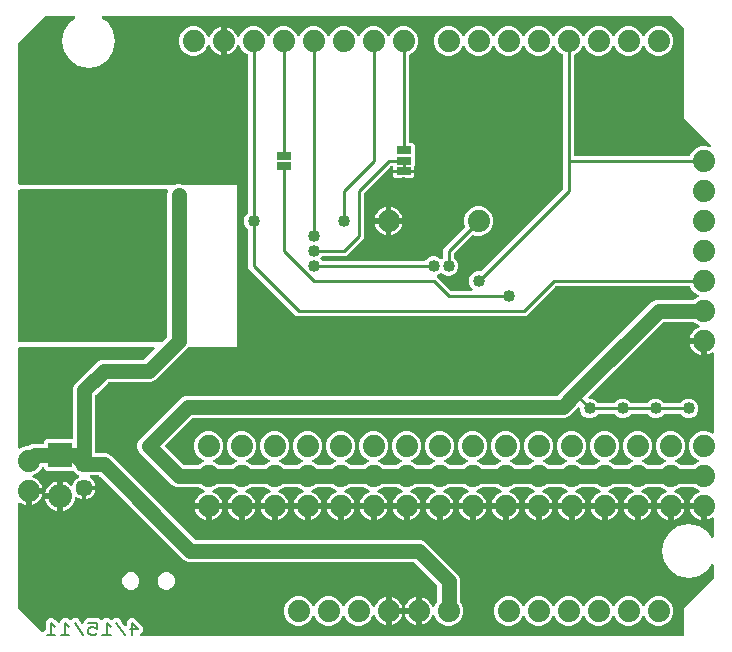
<source format=gbr>
G04 EAGLE Gerber RS-274X export*
G75*
%MOMM*%
%FSLAX34Y34*%
%LPD*%
%INBottom Copper*%
%IPPOS*%
%AMOC8*
5,1,8,0,0,1.08239X$1,22.5*%
G01*
%ADD10C,0.203200*%
%ADD11C,1.879600*%
%ADD12R,1.270000X0.635000*%
%ADD13R,2.032000X2.032000*%
%ADD14C,2.032000*%
%ADD15C,1.447800*%
%ADD16C,1.270000*%
%ADD17C,0.254000*%
%ADD18C,1.016000*%

G36*
X566284Y4080D02*
X566284Y4080D01*
X566403Y4087D01*
X566441Y4100D01*
X566482Y4105D01*
X566592Y4148D01*
X566705Y4185D01*
X566740Y4207D01*
X566777Y4222D01*
X566873Y4291D01*
X566974Y4355D01*
X567002Y4385D01*
X567035Y4408D01*
X567111Y4500D01*
X567192Y4587D01*
X567212Y4622D01*
X567237Y4653D01*
X567288Y4761D01*
X567346Y4865D01*
X567356Y4905D01*
X567373Y4941D01*
X567395Y5058D01*
X567425Y5173D01*
X567429Y5233D01*
X567433Y5253D01*
X567431Y5274D01*
X567435Y5334D01*
X567435Y27084D01*
X592464Y52112D01*
X592524Y52190D01*
X592592Y52262D01*
X592621Y52315D01*
X592658Y52363D01*
X592698Y52454D01*
X592746Y52541D01*
X592761Y52599D01*
X592785Y52655D01*
X592800Y52753D01*
X592825Y52849D01*
X592831Y52949D01*
X592835Y52969D01*
X592833Y52981D01*
X592835Y53009D01*
X592835Y63857D01*
X592822Y63960D01*
X592818Y64065D01*
X592802Y64118D01*
X592795Y64172D01*
X592757Y64269D01*
X592727Y64370D01*
X592699Y64417D01*
X592678Y64468D01*
X592617Y64553D01*
X592563Y64642D01*
X592524Y64681D01*
X592492Y64725D01*
X592411Y64792D01*
X592337Y64865D01*
X592289Y64893D01*
X592247Y64928D01*
X592152Y64973D01*
X592062Y65025D01*
X592009Y65040D01*
X591959Y65064D01*
X591856Y65083D01*
X591756Y65112D01*
X591701Y65113D01*
X591647Y65124D01*
X591542Y65117D01*
X591438Y65120D01*
X591384Y65107D01*
X591329Y65104D01*
X591230Y65072D01*
X591128Y65048D01*
X591079Y65023D01*
X591027Y65006D01*
X590938Y64950D01*
X590846Y64902D01*
X590804Y64865D01*
X590758Y64836D01*
X590686Y64760D01*
X590608Y64690D01*
X590555Y64620D01*
X590540Y64604D01*
X590533Y64591D01*
X590511Y64562D01*
X587558Y60142D01*
X580190Y55220D01*
X571500Y53491D01*
X562810Y55220D01*
X555442Y60142D01*
X550520Y67510D01*
X548791Y76200D01*
X550520Y84890D01*
X555442Y92258D01*
X562810Y97180D01*
X571500Y98909D01*
X580190Y97180D01*
X587558Y92258D01*
X590511Y87838D01*
X590579Y87759D01*
X590640Y87675D01*
X590683Y87639D01*
X590719Y87598D01*
X590805Y87538D01*
X590885Y87472D01*
X590935Y87448D01*
X590981Y87417D01*
X591079Y87381D01*
X591173Y87336D01*
X591227Y87326D01*
X591279Y87307D01*
X591383Y87296D01*
X591486Y87276D01*
X591541Y87280D01*
X591595Y87274D01*
X591699Y87290D01*
X591803Y87296D01*
X591855Y87313D01*
X591910Y87321D01*
X592006Y87362D01*
X592105Y87394D01*
X592152Y87424D01*
X592203Y87445D01*
X592286Y87508D01*
X592374Y87564D01*
X592412Y87605D01*
X592456Y87638D01*
X592521Y87720D01*
X592592Y87796D01*
X592619Y87844D01*
X592653Y87888D01*
X592695Y87983D01*
X592746Y88074D01*
X592759Y88128D01*
X592782Y88178D01*
X592799Y88281D01*
X592825Y88382D01*
X592831Y88471D01*
X592834Y88492D01*
X592833Y88507D01*
X592835Y88543D01*
X592835Y103326D01*
X592830Y103365D01*
X592833Y103405D01*
X592810Y103523D01*
X592795Y103641D01*
X592781Y103678D01*
X592773Y103717D01*
X592722Y103826D01*
X592678Y103937D01*
X592655Y103969D01*
X592638Y104005D01*
X592562Y104097D01*
X592492Y104194D01*
X592461Y104220D01*
X592436Y104250D01*
X592339Y104321D01*
X592247Y104397D01*
X592211Y104414D01*
X592178Y104438D01*
X592067Y104482D01*
X591959Y104533D01*
X591920Y104540D01*
X591883Y104555D01*
X591764Y104570D01*
X591647Y104592D01*
X591607Y104590D01*
X591567Y104595D01*
X591448Y104580D01*
X591329Y104573D01*
X591291Y104560D01*
X591252Y104555D01*
X591140Y104512D01*
X591027Y104475D01*
X590993Y104453D01*
X590956Y104439D01*
X590820Y104353D01*
X590457Y104089D01*
X588783Y103236D01*
X586996Y102655D01*
X586739Y102615D01*
X586739Y113030D01*
X586724Y113148D01*
X586717Y113267D01*
X586704Y113305D01*
X586699Y113345D01*
X586656Y113456D01*
X586619Y113569D01*
X586597Y113603D01*
X586582Y113641D01*
X586512Y113737D01*
X586449Y113838D01*
X586419Y113866D01*
X586395Y113898D01*
X586304Y113974D01*
X586217Y114056D01*
X586182Y114075D01*
X586151Y114101D01*
X586043Y114152D01*
X585939Y114209D01*
X585899Y114220D01*
X585863Y114237D01*
X585746Y114259D01*
X585631Y114289D01*
X585570Y114293D01*
X585550Y114297D01*
X585530Y114295D01*
X585470Y114299D01*
X584199Y114299D01*
X584199Y115570D01*
X584184Y115688D01*
X584177Y115807D01*
X584164Y115845D01*
X584159Y115885D01*
X584115Y115996D01*
X584079Y116109D01*
X584057Y116144D01*
X584042Y116181D01*
X583972Y116277D01*
X583909Y116378D01*
X583879Y116406D01*
X583855Y116439D01*
X583764Y116514D01*
X583677Y116596D01*
X583642Y116616D01*
X583610Y116641D01*
X583503Y116692D01*
X583398Y116750D01*
X583359Y116760D01*
X583323Y116777D01*
X583206Y116799D01*
X583091Y116829D01*
X583030Y116833D01*
X583010Y116837D01*
X582990Y116835D01*
X582930Y116839D01*
X572515Y116839D01*
X572555Y117096D01*
X573136Y118883D01*
X573989Y120557D01*
X575094Y122078D01*
X576422Y123406D01*
X577943Y124511D01*
X579617Y125364D01*
X580082Y125515D01*
X580109Y125528D01*
X580138Y125535D01*
X580252Y125595D01*
X580370Y125650D01*
X580393Y125669D01*
X580419Y125683D01*
X580515Y125770D01*
X580615Y125853D01*
X580632Y125877D01*
X580654Y125897D01*
X580726Y126006D01*
X580802Y126110D01*
X580813Y126138D01*
X580829Y126163D01*
X580871Y126286D01*
X580919Y126406D01*
X580923Y126436D01*
X580932Y126464D01*
X580943Y126593D01*
X580959Y126721D01*
X580955Y126751D01*
X580958Y126781D01*
X580935Y126909D01*
X580919Y127037D01*
X580908Y127065D01*
X580903Y127094D01*
X580850Y127212D01*
X580802Y127333D01*
X580785Y127357D01*
X580773Y127384D01*
X580692Y127485D01*
X580616Y127590D01*
X580593Y127609D01*
X580574Y127633D01*
X580470Y127711D01*
X580371Y127793D01*
X580344Y127806D01*
X580320Y127824D01*
X580175Y127895D01*
X577149Y129148D01*
X576368Y129929D01*
X576290Y129990D01*
X576218Y130058D01*
X576165Y130087D01*
X576117Y130124D01*
X576026Y130164D01*
X575939Y130212D01*
X575881Y130227D01*
X575825Y130251D01*
X575727Y130266D01*
X575631Y130291D01*
X575531Y130297D01*
X575511Y130301D01*
X575499Y130299D01*
X575471Y130301D01*
X564989Y130301D01*
X564891Y130289D01*
X564792Y130286D01*
X564734Y130269D01*
X564674Y130261D01*
X564582Y130225D01*
X564487Y130197D01*
X564434Y130167D01*
X564378Y130144D01*
X564298Y130086D01*
X564213Y130036D01*
X564137Y129970D01*
X564121Y129958D01*
X564113Y129948D01*
X564092Y129929D01*
X563311Y129148D01*
X560285Y127895D01*
X560259Y127880D01*
X560230Y127871D01*
X560121Y127801D01*
X560008Y127737D01*
X559987Y127716D01*
X559962Y127700D01*
X559873Y127606D01*
X559780Y127516D01*
X559764Y127490D01*
X559744Y127469D01*
X559681Y127355D01*
X559614Y127245D01*
X559605Y127216D01*
X559591Y127190D01*
X559558Y127065D01*
X559520Y126941D01*
X559519Y126911D01*
X559511Y126882D01*
X559511Y126752D01*
X559505Y126623D01*
X559511Y126594D01*
X559511Y126564D01*
X559543Y126439D01*
X559569Y126312D01*
X559582Y126285D01*
X559590Y126256D01*
X559652Y126143D01*
X559709Y126026D01*
X559728Y126003D01*
X559743Y125977D01*
X559831Y125883D01*
X559915Y125784D01*
X559940Y125767D01*
X559960Y125745D01*
X560069Y125676D01*
X560175Y125601D01*
X560203Y125590D01*
X560229Y125574D01*
X560378Y125515D01*
X560843Y125364D01*
X562517Y124511D01*
X564038Y123406D01*
X565366Y122078D01*
X566471Y120557D01*
X567324Y118883D01*
X567905Y117096D01*
X567945Y116839D01*
X557530Y116839D01*
X557412Y116824D01*
X557293Y116817D01*
X557255Y116804D01*
X557215Y116799D01*
X557104Y116756D01*
X556991Y116719D01*
X556957Y116697D01*
X556919Y116682D01*
X556823Y116612D01*
X556722Y116549D01*
X556694Y116519D01*
X556662Y116495D01*
X556586Y116404D01*
X556504Y116317D01*
X556485Y116282D01*
X556459Y116251D01*
X556408Y116143D01*
X556351Y116039D01*
X556340Y115999D01*
X556323Y115963D01*
X556301Y115846D01*
X556271Y115731D01*
X556267Y115670D01*
X556263Y115650D01*
X556265Y115630D01*
X556261Y115570D01*
X556261Y114299D01*
X556259Y114299D01*
X556259Y115570D01*
X556244Y115688D01*
X556237Y115807D01*
X556224Y115845D01*
X556219Y115885D01*
X556175Y115996D01*
X556139Y116109D01*
X556117Y116144D01*
X556102Y116181D01*
X556032Y116277D01*
X555969Y116378D01*
X555939Y116406D01*
X555915Y116439D01*
X555824Y116514D01*
X555737Y116596D01*
X555702Y116616D01*
X555670Y116641D01*
X555563Y116692D01*
X555458Y116750D01*
X555419Y116760D01*
X555383Y116777D01*
X555266Y116799D01*
X555151Y116829D01*
X555090Y116833D01*
X555070Y116837D01*
X555050Y116835D01*
X554990Y116839D01*
X544575Y116839D01*
X544615Y117096D01*
X545196Y118883D01*
X546049Y120557D01*
X547154Y122078D01*
X548482Y123406D01*
X550003Y124511D01*
X551677Y125364D01*
X552142Y125515D01*
X552169Y125528D01*
X552198Y125535D01*
X552312Y125595D01*
X552430Y125650D01*
X552453Y125669D01*
X552479Y125683D01*
X552575Y125770D01*
X552675Y125853D01*
X552692Y125877D01*
X552714Y125897D01*
X552786Y126006D01*
X552862Y126110D01*
X552873Y126138D01*
X552889Y126163D01*
X552931Y126286D01*
X552979Y126406D01*
X552983Y126436D01*
X552992Y126464D01*
X553003Y126593D01*
X553019Y126721D01*
X553015Y126751D01*
X553018Y126781D01*
X552995Y126909D01*
X552979Y127037D01*
X552968Y127065D01*
X552963Y127094D01*
X552910Y127212D01*
X552862Y127333D01*
X552845Y127357D01*
X552833Y127384D01*
X552752Y127485D01*
X552676Y127590D01*
X552653Y127609D01*
X552634Y127633D01*
X552530Y127711D01*
X552431Y127793D01*
X552404Y127806D01*
X552380Y127824D01*
X552235Y127895D01*
X549209Y129148D01*
X548428Y129929D01*
X548350Y129990D01*
X548278Y130058D01*
X548225Y130087D01*
X548177Y130124D01*
X548086Y130164D01*
X547999Y130212D01*
X547941Y130227D01*
X547885Y130251D01*
X547787Y130266D01*
X547691Y130291D01*
X547591Y130297D01*
X547571Y130301D01*
X547559Y130299D01*
X547531Y130301D01*
X537049Y130301D01*
X536951Y130289D01*
X536852Y130286D01*
X536794Y130269D01*
X536734Y130261D01*
X536642Y130225D01*
X536547Y130197D01*
X536494Y130167D01*
X536438Y130144D01*
X536358Y130086D01*
X536273Y130036D01*
X536197Y129970D01*
X536181Y129958D01*
X536173Y129948D01*
X536152Y129930D01*
X535370Y129148D01*
X532345Y127895D01*
X532319Y127880D01*
X532290Y127871D01*
X532181Y127801D01*
X532068Y127737D01*
X532047Y127716D01*
X532022Y127700D01*
X531933Y127606D01*
X531840Y127516D01*
X531824Y127490D01*
X531804Y127469D01*
X531741Y127355D01*
X531674Y127245D01*
X531665Y127216D01*
X531651Y127190D01*
X531618Y127065D01*
X531580Y126941D01*
X531579Y126911D01*
X531571Y126882D01*
X531571Y126752D01*
X531565Y126623D01*
X531571Y126594D01*
X531571Y126564D01*
X531603Y126439D01*
X531629Y126312D01*
X531642Y126285D01*
X531650Y126256D01*
X531712Y126143D01*
X531769Y126026D01*
X531788Y126003D01*
X531803Y125977D01*
X531891Y125883D01*
X531975Y125784D01*
X532000Y125767D01*
X532020Y125745D01*
X532129Y125676D01*
X532235Y125601D01*
X532263Y125590D01*
X532289Y125574D01*
X532438Y125515D01*
X532903Y125364D01*
X534577Y124511D01*
X536098Y123406D01*
X537426Y122078D01*
X538531Y120557D01*
X539384Y118883D01*
X539965Y117096D01*
X540005Y116839D01*
X529590Y116839D01*
X529472Y116824D01*
X529353Y116817D01*
X529315Y116804D01*
X529275Y116799D01*
X529164Y116756D01*
X529051Y116719D01*
X529017Y116697D01*
X528979Y116682D01*
X528883Y116612D01*
X528782Y116549D01*
X528754Y116519D01*
X528722Y116495D01*
X528646Y116404D01*
X528564Y116317D01*
X528545Y116282D01*
X528519Y116251D01*
X528468Y116143D01*
X528411Y116039D01*
X528400Y115999D01*
X528383Y115963D01*
X528361Y115846D01*
X528331Y115731D01*
X528327Y115670D01*
X528323Y115650D01*
X528325Y115630D01*
X528321Y115570D01*
X528321Y114299D01*
X528319Y114299D01*
X528319Y115570D01*
X528304Y115688D01*
X528297Y115807D01*
X528284Y115845D01*
X528279Y115885D01*
X528235Y115996D01*
X528199Y116109D01*
X528177Y116144D01*
X528162Y116181D01*
X528092Y116277D01*
X528029Y116378D01*
X527999Y116406D01*
X527975Y116439D01*
X527884Y116514D01*
X527797Y116596D01*
X527762Y116616D01*
X527730Y116641D01*
X527623Y116692D01*
X527518Y116750D01*
X527479Y116760D01*
X527443Y116777D01*
X527326Y116799D01*
X527211Y116829D01*
X527150Y116833D01*
X527130Y116837D01*
X527110Y116835D01*
X527050Y116839D01*
X516635Y116839D01*
X516675Y117096D01*
X517256Y118883D01*
X518109Y120557D01*
X519214Y122078D01*
X520542Y123406D01*
X522063Y124511D01*
X523737Y125364D01*
X524202Y125515D01*
X524229Y125528D01*
X524258Y125535D01*
X524372Y125595D01*
X524490Y125650D01*
X524513Y125669D01*
X524539Y125683D01*
X524635Y125770D01*
X524735Y125853D01*
X524752Y125877D01*
X524774Y125897D01*
X524846Y126006D01*
X524922Y126110D01*
X524933Y126138D01*
X524949Y126163D01*
X524991Y126286D01*
X525039Y126406D01*
X525043Y126436D01*
X525052Y126464D01*
X525063Y126593D01*
X525079Y126721D01*
X525075Y126751D01*
X525078Y126781D01*
X525055Y126909D01*
X525039Y127037D01*
X525028Y127065D01*
X525023Y127094D01*
X524970Y127212D01*
X524922Y127333D01*
X524905Y127357D01*
X524893Y127384D01*
X524812Y127485D01*
X524736Y127590D01*
X524713Y127609D01*
X524694Y127633D01*
X524590Y127711D01*
X524491Y127793D01*
X524464Y127806D01*
X524440Y127824D01*
X524295Y127895D01*
X521270Y129148D01*
X520488Y129930D01*
X520410Y129990D01*
X520338Y130058D01*
X520285Y130087D01*
X520237Y130124D01*
X520146Y130164D01*
X520059Y130212D01*
X520001Y130227D01*
X519945Y130251D01*
X519847Y130266D01*
X519751Y130291D01*
X519651Y130297D01*
X519631Y130301D01*
X519619Y130299D01*
X519591Y130301D01*
X509109Y130301D01*
X509011Y130289D01*
X508912Y130286D01*
X508854Y130269D01*
X508794Y130261D01*
X508702Y130225D01*
X508607Y130197D01*
X508554Y130167D01*
X508498Y130144D01*
X508418Y130086D01*
X508333Y130036D01*
X508257Y129970D01*
X508241Y129958D01*
X508233Y129948D01*
X508212Y129930D01*
X507430Y129148D01*
X504405Y127895D01*
X504379Y127880D01*
X504350Y127871D01*
X504241Y127802D01*
X504128Y127737D01*
X504107Y127716D01*
X504082Y127700D01*
X503993Y127606D01*
X503900Y127516D01*
X503884Y127490D01*
X503864Y127469D01*
X503801Y127355D01*
X503734Y127245D01*
X503725Y127216D01*
X503711Y127190D01*
X503678Y127064D01*
X503640Y126941D01*
X503639Y126911D01*
X503631Y126882D01*
X503631Y126752D01*
X503625Y126623D01*
X503631Y126594D01*
X503631Y126564D01*
X503663Y126438D01*
X503689Y126312D01*
X503702Y126285D01*
X503710Y126256D01*
X503772Y126142D01*
X503829Y126026D01*
X503848Y126003D01*
X503863Y125977D01*
X503951Y125882D01*
X504035Y125784D01*
X504060Y125767D01*
X504080Y125745D01*
X504189Y125676D01*
X504295Y125601D01*
X504323Y125590D01*
X504349Y125574D01*
X504498Y125515D01*
X504963Y125364D01*
X506637Y124511D01*
X508158Y123406D01*
X509486Y122078D01*
X510591Y120557D01*
X511444Y118883D01*
X512025Y117096D01*
X512065Y116839D01*
X501650Y116839D01*
X501532Y116824D01*
X501413Y116817D01*
X501375Y116804D01*
X501335Y116799D01*
X501224Y116756D01*
X501111Y116719D01*
X501077Y116697D01*
X501039Y116682D01*
X500943Y116612D01*
X500842Y116549D01*
X500814Y116519D01*
X500782Y116495D01*
X500706Y116404D01*
X500624Y116317D01*
X500605Y116282D01*
X500579Y116251D01*
X500528Y116143D01*
X500471Y116039D01*
X500460Y115999D01*
X500443Y115963D01*
X500421Y115846D01*
X500391Y115731D01*
X500387Y115670D01*
X500383Y115650D01*
X500385Y115630D01*
X500381Y115570D01*
X500381Y114299D01*
X500379Y114299D01*
X500379Y115570D01*
X500364Y115688D01*
X500357Y115807D01*
X500344Y115845D01*
X500339Y115885D01*
X500295Y115996D01*
X500259Y116109D01*
X500237Y116144D01*
X500222Y116181D01*
X500152Y116277D01*
X500089Y116378D01*
X500059Y116406D01*
X500035Y116439D01*
X499944Y116514D01*
X499857Y116596D01*
X499822Y116616D01*
X499790Y116641D01*
X499683Y116692D01*
X499578Y116750D01*
X499539Y116760D01*
X499503Y116777D01*
X499386Y116799D01*
X499271Y116829D01*
X499210Y116833D01*
X499190Y116837D01*
X499170Y116835D01*
X499110Y116839D01*
X488695Y116839D01*
X488735Y117096D01*
X489316Y118883D01*
X490169Y120557D01*
X491274Y122078D01*
X492602Y123406D01*
X494123Y124511D01*
X495797Y125364D01*
X496262Y125515D01*
X496289Y125528D01*
X496318Y125535D01*
X496433Y125595D01*
X496550Y125650D01*
X496573Y125669D01*
X496599Y125683D01*
X496695Y125771D01*
X496795Y125853D01*
X496812Y125877D01*
X496834Y125897D01*
X496906Y126006D01*
X496982Y126110D01*
X496993Y126138D01*
X497009Y126163D01*
X497051Y126286D01*
X497099Y126406D01*
X497103Y126436D01*
X497112Y126464D01*
X497123Y126593D01*
X497139Y126721D01*
X497135Y126751D01*
X497138Y126781D01*
X497115Y126909D01*
X497099Y127037D01*
X497088Y127065D01*
X497083Y127094D01*
X497030Y127212D01*
X496982Y127333D01*
X496965Y127357D01*
X496953Y127384D01*
X496872Y127485D01*
X496796Y127590D01*
X496773Y127609D01*
X496754Y127633D01*
X496651Y127710D01*
X496551Y127793D01*
X496524Y127806D01*
X496500Y127824D01*
X496355Y127895D01*
X493330Y129148D01*
X492548Y129930D01*
X492470Y129990D01*
X492398Y130058D01*
X492345Y130087D01*
X492297Y130124D01*
X492206Y130164D01*
X492119Y130212D01*
X492061Y130227D01*
X492005Y130251D01*
X491907Y130266D01*
X491811Y130291D01*
X491711Y130297D01*
X491691Y130301D01*
X491679Y130299D01*
X491651Y130301D01*
X481169Y130301D01*
X481071Y130289D01*
X480972Y130286D01*
X480914Y130269D01*
X480854Y130261D01*
X480762Y130225D01*
X480667Y130197D01*
X480614Y130167D01*
X480558Y130144D01*
X480478Y130086D01*
X480393Y130036D01*
X480317Y129970D01*
X480301Y129958D01*
X480293Y129948D01*
X480272Y129929D01*
X479491Y129148D01*
X476465Y127895D01*
X476439Y127880D01*
X476410Y127871D01*
X476301Y127801D01*
X476188Y127737D01*
X476167Y127716D01*
X476142Y127700D01*
X476053Y127606D01*
X475960Y127516D01*
X475944Y127490D01*
X475924Y127469D01*
X475861Y127355D01*
X475794Y127245D01*
X475785Y127216D01*
X475771Y127190D01*
X475738Y127065D01*
X475700Y126941D01*
X475699Y126911D01*
X475691Y126882D01*
X475691Y126752D01*
X475685Y126623D01*
X475691Y126594D01*
X475691Y126564D01*
X475723Y126439D01*
X475749Y126312D01*
X475762Y126285D01*
X475770Y126256D01*
X475832Y126143D01*
X475889Y126026D01*
X475908Y126003D01*
X475923Y125977D01*
X476011Y125883D01*
X476095Y125784D01*
X476120Y125767D01*
X476140Y125745D01*
X476249Y125676D01*
X476355Y125601D01*
X476383Y125590D01*
X476409Y125574D01*
X476558Y125515D01*
X477023Y125364D01*
X478697Y124511D01*
X480218Y123406D01*
X481546Y122078D01*
X482651Y120557D01*
X483504Y118883D01*
X484085Y117096D01*
X484125Y116839D01*
X473710Y116839D01*
X473592Y116824D01*
X473473Y116817D01*
X473435Y116804D01*
X473395Y116799D01*
X473284Y116756D01*
X473171Y116719D01*
X473137Y116697D01*
X473099Y116682D01*
X473003Y116612D01*
X472902Y116549D01*
X472874Y116519D01*
X472842Y116495D01*
X472766Y116404D01*
X472684Y116317D01*
X472665Y116282D01*
X472639Y116251D01*
X472588Y116143D01*
X472531Y116039D01*
X472520Y115999D01*
X472503Y115963D01*
X472481Y115846D01*
X472451Y115731D01*
X472447Y115670D01*
X472443Y115650D01*
X472445Y115630D01*
X472441Y115570D01*
X472441Y114299D01*
X472439Y114299D01*
X472439Y115570D01*
X472424Y115688D01*
X472417Y115807D01*
X472404Y115845D01*
X472399Y115885D01*
X472355Y115996D01*
X472319Y116109D01*
X472297Y116144D01*
X472282Y116181D01*
X472212Y116277D01*
X472149Y116378D01*
X472119Y116406D01*
X472095Y116439D01*
X472004Y116514D01*
X471917Y116596D01*
X471882Y116616D01*
X471850Y116641D01*
X471743Y116692D01*
X471638Y116750D01*
X471599Y116760D01*
X471563Y116777D01*
X471446Y116799D01*
X471331Y116829D01*
X471270Y116833D01*
X471250Y116837D01*
X471230Y116835D01*
X471170Y116839D01*
X460755Y116839D01*
X460795Y117096D01*
X461376Y118883D01*
X462229Y120557D01*
X463334Y122078D01*
X464662Y123406D01*
X466183Y124511D01*
X467857Y125364D01*
X468322Y125515D01*
X468349Y125528D01*
X468378Y125535D01*
X468493Y125595D01*
X468610Y125650D01*
X468633Y125669D01*
X468659Y125683D01*
X468755Y125771D01*
X468855Y125853D01*
X468872Y125877D01*
X468894Y125897D01*
X468965Y126006D01*
X469042Y126110D01*
X469053Y126138D01*
X469069Y126163D01*
X469111Y126285D01*
X469159Y126406D01*
X469163Y126436D01*
X469172Y126464D01*
X469183Y126593D01*
X469199Y126722D01*
X469195Y126751D01*
X469198Y126781D01*
X469175Y126909D01*
X469159Y127037D01*
X469148Y127065D01*
X469143Y127094D01*
X469090Y127212D01*
X469042Y127333D01*
X469025Y127357D01*
X469013Y127384D01*
X468932Y127485D01*
X468856Y127590D01*
X468833Y127609D01*
X468814Y127633D01*
X468711Y127710D01*
X468611Y127793D01*
X468584Y127806D01*
X468560Y127824D01*
X468415Y127895D01*
X465389Y129148D01*
X464608Y129929D01*
X464530Y129990D01*
X464458Y130058D01*
X464405Y130087D01*
X464357Y130124D01*
X464266Y130164D01*
X464179Y130212D01*
X464121Y130227D01*
X464065Y130251D01*
X463967Y130266D01*
X463871Y130291D01*
X463771Y130297D01*
X463751Y130301D01*
X463739Y130299D01*
X463711Y130301D01*
X453229Y130301D01*
X453131Y130289D01*
X453032Y130286D01*
X452974Y130269D01*
X452914Y130261D01*
X452822Y130225D01*
X452727Y130197D01*
X452674Y130167D01*
X452618Y130144D01*
X452538Y130086D01*
X452453Y130036D01*
X452377Y129970D01*
X452361Y129958D01*
X452353Y129948D01*
X452332Y129929D01*
X451551Y129148D01*
X448525Y127895D01*
X448499Y127880D01*
X448470Y127871D01*
X448361Y127801D01*
X448248Y127737D01*
X448227Y127716D01*
X448202Y127700D01*
X448113Y127606D01*
X448020Y127516D01*
X448004Y127490D01*
X447984Y127469D01*
X447921Y127355D01*
X447854Y127245D01*
X447845Y127216D01*
X447831Y127190D01*
X447798Y127065D01*
X447760Y126941D01*
X447759Y126911D01*
X447751Y126882D01*
X447751Y126752D01*
X447745Y126623D01*
X447751Y126594D01*
X447751Y126564D01*
X447783Y126439D01*
X447809Y126312D01*
X447822Y126285D01*
X447830Y126256D01*
X447892Y126143D01*
X447949Y126026D01*
X447968Y126003D01*
X447983Y125977D01*
X448071Y125883D01*
X448155Y125784D01*
X448180Y125767D01*
X448200Y125745D01*
X448309Y125676D01*
X448415Y125601D01*
X448443Y125590D01*
X448469Y125574D01*
X448618Y125515D01*
X449083Y125364D01*
X450757Y124511D01*
X452278Y123406D01*
X453606Y122078D01*
X454711Y120557D01*
X455564Y118883D01*
X456145Y117096D01*
X456185Y116839D01*
X445770Y116839D01*
X445652Y116824D01*
X445533Y116817D01*
X445495Y116804D01*
X445455Y116799D01*
X445344Y116756D01*
X445231Y116719D01*
X445197Y116697D01*
X445159Y116682D01*
X445063Y116612D01*
X444962Y116549D01*
X444934Y116519D01*
X444902Y116495D01*
X444826Y116404D01*
X444744Y116317D01*
X444725Y116282D01*
X444699Y116251D01*
X444648Y116143D01*
X444591Y116039D01*
X444580Y115999D01*
X444563Y115963D01*
X444541Y115846D01*
X444511Y115731D01*
X444507Y115670D01*
X444503Y115650D01*
X444505Y115630D01*
X444501Y115570D01*
X444501Y114299D01*
X444499Y114299D01*
X444499Y115570D01*
X444484Y115688D01*
X444477Y115807D01*
X444464Y115845D01*
X444459Y115885D01*
X444415Y115996D01*
X444379Y116109D01*
X444357Y116144D01*
X444342Y116181D01*
X444272Y116277D01*
X444209Y116378D01*
X444179Y116406D01*
X444155Y116439D01*
X444064Y116514D01*
X443977Y116596D01*
X443942Y116616D01*
X443910Y116641D01*
X443803Y116692D01*
X443698Y116750D01*
X443659Y116760D01*
X443623Y116777D01*
X443506Y116799D01*
X443391Y116829D01*
X443330Y116833D01*
X443310Y116837D01*
X443290Y116835D01*
X443230Y116839D01*
X432815Y116839D01*
X432855Y117096D01*
X433436Y118883D01*
X434289Y120557D01*
X435394Y122078D01*
X436722Y123406D01*
X438243Y124511D01*
X439917Y125364D01*
X440382Y125515D01*
X440409Y125528D01*
X440438Y125535D01*
X440552Y125595D01*
X440670Y125650D01*
X440693Y125669D01*
X440719Y125683D01*
X440815Y125770D01*
X440915Y125853D01*
X440932Y125877D01*
X440954Y125897D01*
X441026Y126006D01*
X441102Y126110D01*
X441113Y126138D01*
X441129Y126163D01*
X441171Y126286D01*
X441219Y126406D01*
X441223Y126436D01*
X441232Y126464D01*
X441243Y126593D01*
X441259Y126721D01*
X441255Y126751D01*
X441258Y126781D01*
X441235Y126909D01*
X441219Y127037D01*
X441208Y127065D01*
X441203Y127094D01*
X441150Y127212D01*
X441102Y127333D01*
X441085Y127357D01*
X441073Y127384D01*
X440992Y127485D01*
X440916Y127590D01*
X440893Y127609D01*
X440874Y127633D01*
X440770Y127711D01*
X440671Y127793D01*
X440644Y127806D01*
X440620Y127824D01*
X440475Y127895D01*
X437449Y129148D01*
X436668Y129929D01*
X436590Y129990D01*
X436518Y130058D01*
X436465Y130087D01*
X436417Y130124D01*
X436326Y130164D01*
X436239Y130212D01*
X436181Y130227D01*
X436125Y130251D01*
X436027Y130266D01*
X435931Y130291D01*
X435831Y130297D01*
X435811Y130301D01*
X435799Y130299D01*
X435771Y130301D01*
X425289Y130301D01*
X425191Y130289D01*
X425092Y130286D01*
X425034Y130269D01*
X424974Y130261D01*
X424882Y130225D01*
X424787Y130197D01*
X424734Y130167D01*
X424678Y130144D01*
X424598Y130086D01*
X424513Y130036D01*
X424437Y129970D01*
X424421Y129958D01*
X424413Y129948D01*
X424392Y129930D01*
X423610Y129148D01*
X420585Y127895D01*
X420559Y127880D01*
X420530Y127871D01*
X420421Y127801D01*
X420308Y127737D01*
X420287Y127716D01*
X420262Y127700D01*
X420173Y127606D01*
X420080Y127516D01*
X420064Y127490D01*
X420044Y127469D01*
X419981Y127355D01*
X419914Y127245D01*
X419905Y127216D01*
X419891Y127190D01*
X419858Y127065D01*
X419820Y126941D01*
X419819Y126911D01*
X419811Y126882D01*
X419811Y126752D01*
X419805Y126623D01*
X419811Y126594D01*
X419811Y126564D01*
X419843Y126439D01*
X419869Y126312D01*
X419882Y126285D01*
X419890Y126256D01*
X419952Y126143D01*
X420009Y126026D01*
X420028Y126003D01*
X420043Y125977D01*
X420131Y125883D01*
X420215Y125784D01*
X420240Y125767D01*
X420260Y125745D01*
X420369Y125676D01*
X420475Y125601D01*
X420503Y125590D01*
X420529Y125574D01*
X420678Y125515D01*
X421143Y125364D01*
X422817Y124511D01*
X424338Y123406D01*
X425666Y122078D01*
X426771Y120557D01*
X427624Y118883D01*
X428205Y117096D01*
X428245Y116839D01*
X417830Y116839D01*
X417712Y116824D01*
X417593Y116817D01*
X417555Y116804D01*
X417515Y116799D01*
X417404Y116756D01*
X417291Y116719D01*
X417257Y116697D01*
X417219Y116682D01*
X417123Y116612D01*
X417022Y116549D01*
X416994Y116519D01*
X416962Y116495D01*
X416886Y116404D01*
X416804Y116317D01*
X416785Y116282D01*
X416759Y116251D01*
X416708Y116143D01*
X416651Y116039D01*
X416640Y115999D01*
X416623Y115963D01*
X416601Y115846D01*
X416571Y115731D01*
X416567Y115670D01*
X416563Y115650D01*
X416565Y115630D01*
X416561Y115570D01*
X416561Y114299D01*
X416559Y114299D01*
X416559Y115570D01*
X416544Y115688D01*
X416537Y115807D01*
X416524Y115845D01*
X416519Y115885D01*
X416475Y115996D01*
X416439Y116109D01*
X416417Y116144D01*
X416402Y116181D01*
X416332Y116277D01*
X416269Y116378D01*
X416239Y116406D01*
X416215Y116439D01*
X416124Y116514D01*
X416037Y116596D01*
X416002Y116616D01*
X415970Y116641D01*
X415863Y116692D01*
X415758Y116750D01*
X415719Y116760D01*
X415683Y116777D01*
X415566Y116799D01*
X415451Y116829D01*
X415390Y116833D01*
X415370Y116837D01*
X415350Y116835D01*
X415290Y116839D01*
X404875Y116839D01*
X404915Y117096D01*
X405496Y118883D01*
X406349Y120557D01*
X407454Y122078D01*
X408782Y123406D01*
X410303Y124511D01*
X411977Y125364D01*
X412442Y125515D01*
X412469Y125528D01*
X412498Y125535D01*
X412612Y125595D01*
X412730Y125650D01*
X412753Y125669D01*
X412779Y125683D01*
X412875Y125770D01*
X412975Y125853D01*
X412992Y125877D01*
X413014Y125897D01*
X413086Y126006D01*
X413162Y126110D01*
X413173Y126138D01*
X413189Y126163D01*
X413231Y126286D01*
X413279Y126406D01*
X413283Y126436D01*
X413292Y126464D01*
X413303Y126593D01*
X413319Y126721D01*
X413315Y126751D01*
X413318Y126781D01*
X413295Y126909D01*
X413279Y127037D01*
X413268Y127065D01*
X413263Y127094D01*
X413210Y127212D01*
X413162Y127333D01*
X413145Y127357D01*
X413133Y127384D01*
X413052Y127485D01*
X412976Y127590D01*
X412953Y127609D01*
X412934Y127633D01*
X412830Y127711D01*
X412731Y127793D01*
X412704Y127806D01*
X412680Y127824D01*
X412535Y127895D01*
X409510Y129148D01*
X408728Y129930D01*
X408650Y129990D01*
X408578Y130058D01*
X408525Y130087D01*
X408477Y130124D01*
X408386Y130164D01*
X408299Y130212D01*
X408241Y130227D01*
X408185Y130251D01*
X408087Y130266D01*
X407991Y130291D01*
X407891Y130297D01*
X407871Y130301D01*
X407859Y130299D01*
X407831Y130301D01*
X397349Y130301D01*
X397251Y130289D01*
X397152Y130286D01*
X397094Y130269D01*
X397034Y130261D01*
X396942Y130225D01*
X396847Y130197D01*
X396794Y130167D01*
X396738Y130144D01*
X396658Y130086D01*
X396573Y130036D01*
X396497Y129970D01*
X396481Y129958D01*
X396473Y129948D01*
X396452Y129930D01*
X395670Y129148D01*
X392645Y127895D01*
X392619Y127880D01*
X392590Y127871D01*
X392481Y127801D01*
X392368Y127737D01*
X392347Y127716D01*
X392322Y127700D01*
X392233Y127606D01*
X392140Y127516D01*
X392124Y127490D01*
X392104Y127469D01*
X392041Y127355D01*
X391974Y127245D01*
X391965Y127216D01*
X391951Y127190D01*
X391918Y127065D01*
X391880Y126941D01*
X391879Y126911D01*
X391871Y126882D01*
X391871Y126752D01*
X391865Y126623D01*
X391871Y126594D01*
X391871Y126564D01*
X391903Y126439D01*
X391929Y126312D01*
X391942Y126285D01*
X391950Y126256D01*
X392012Y126143D01*
X392069Y126026D01*
X392088Y126003D01*
X392103Y125977D01*
X392191Y125883D01*
X392275Y125784D01*
X392300Y125767D01*
X392320Y125745D01*
X392429Y125676D01*
X392535Y125601D01*
X392563Y125590D01*
X392589Y125574D01*
X392738Y125515D01*
X393203Y125364D01*
X394877Y124511D01*
X396398Y123406D01*
X397726Y122078D01*
X398831Y120557D01*
X399684Y118883D01*
X400265Y117096D01*
X400305Y116839D01*
X389890Y116839D01*
X389772Y116824D01*
X389653Y116817D01*
X389615Y116804D01*
X389575Y116799D01*
X389464Y116756D01*
X389351Y116719D01*
X389317Y116697D01*
X389279Y116682D01*
X389183Y116612D01*
X389082Y116549D01*
X389054Y116519D01*
X389022Y116495D01*
X388946Y116404D01*
X388864Y116317D01*
X388845Y116282D01*
X388819Y116251D01*
X388768Y116143D01*
X388711Y116039D01*
X388700Y115999D01*
X388683Y115963D01*
X388661Y115846D01*
X388631Y115731D01*
X388627Y115670D01*
X388623Y115650D01*
X388625Y115630D01*
X388621Y115570D01*
X388621Y114299D01*
X388619Y114299D01*
X388619Y115570D01*
X388604Y115688D01*
X388597Y115807D01*
X388584Y115845D01*
X388579Y115885D01*
X388535Y115996D01*
X388499Y116109D01*
X388477Y116144D01*
X388462Y116181D01*
X388392Y116277D01*
X388329Y116378D01*
X388299Y116406D01*
X388275Y116439D01*
X388184Y116514D01*
X388097Y116596D01*
X388062Y116616D01*
X388030Y116641D01*
X387923Y116692D01*
X387818Y116750D01*
X387779Y116760D01*
X387743Y116777D01*
X387626Y116799D01*
X387511Y116829D01*
X387450Y116833D01*
X387430Y116837D01*
X387410Y116835D01*
X387350Y116839D01*
X376935Y116839D01*
X376975Y117096D01*
X377556Y118883D01*
X378409Y120557D01*
X379514Y122078D01*
X380842Y123406D01*
X382363Y124511D01*
X384037Y125364D01*
X384502Y125515D01*
X384529Y125528D01*
X384558Y125535D01*
X384672Y125595D01*
X384790Y125650D01*
X384813Y125669D01*
X384839Y125683D01*
X384935Y125770D01*
X385035Y125853D01*
X385052Y125877D01*
X385074Y125897D01*
X385146Y126006D01*
X385222Y126110D01*
X385233Y126138D01*
X385249Y126163D01*
X385291Y126286D01*
X385339Y126406D01*
X385343Y126436D01*
X385352Y126464D01*
X385363Y126593D01*
X385379Y126721D01*
X385375Y126751D01*
X385378Y126781D01*
X385355Y126909D01*
X385339Y127037D01*
X385328Y127065D01*
X385323Y127094D01*
X385270Y127212D01*
X385222Y127333D01*
X385205Y127357D01*
X385193Y127384D01*
X385112Y127485D01*
X385036Y127590D01*
X385013Y127609D01*
X384994Y127633D01*
X384890Y127711D01*
X384791Y127793D01*
X384764Y127806D01*
X384740Y127824D01*
X384595Y127895D01*
X381570Y129148D01*
X380788Y129930D01*
X380710Y129990D01*
X380638Y130058D01*
X380585Y130087D01*
X380537Y130124D01*
X380446Y130164D01*
X380359Y130212D01*
X380301Y130227D01*
X380245Y130251D01*
X380147Y130266D01*
X380051Y130291D01*
X379951Y130297D01*
X379931Y130301D01*
X379919Y130299D01*
X379891Y130301D01*
X369409Y130301D01*
X369311Y130289D01*
X369212Y130286D01*
X369154Y130269D01*
X369094Y130261D01*
X369002Y130225D01*
X368907Y130197D01*
X368854Y130167D01*
X368798Y130144D01*
X368718Y130086D01*
X368633Y130036D01*
X368557Y129970D01*
X368541Y129958D01*
X368533Y129948D01*
X368512Y129930D01*
X367730Y129148D01*
X364705Y127895D01*
X364679Y127880D01*
X364650Y127871D01*
X364541Y127802D01*
X364428Y127737D01*
X364407Y127716D01*
X364382Y127700D01*
X364293Y127606D01*
X364200Y127516D01*
X364184Y127490D01*
X364164Y127469D01*
X364101Y127355D01*
X364034Y127245D01*
X364025Y127216D01*
X364011Y127190D01*
X363978Y127064D01*
X363940Y126941D01*
X363939Y126911D01*
X363931Y126882D01*
X363931Y126752D01*
X363925Y126623D01*
X363931Y126594D01*
X363931Y126564D01*
X363963Y126438D01*
X363989Y126312D01*
X364002Y126285D01*
X364010Y126256D01*
X364072Y126142D01*
X364129Y126026D01*
X364148Y126003D01*
X364163Y125977D01*
X364251Y125882D01*
X364335Y125784D01*
X364360Y125767D01*
X364380Y125745D01*
X364489Y125676D01*
X364595Y125601D01*
X364623Y125590D01*
X364649Y125574D01*
X364798Y125515D01*
X365263Y125364D01*
X366937Y124511D01*
X368458Y123406D01*
X369786Y122078D01*
X370891Y120557D01*
X371744Y118883D01*
X372325Y117096D01*
X372365Y116839D01*
X361950Y116839D01*
X361832Y116824D01*
X361713Y116817D01*
X361675Y116804D01*
X361635Y116799D01*
X361524Y116756D01*
X361411Y116719D01*
X361377Y116697D01*
X361339Y116682D01*
X361243Y116612D01*
X361142Y116549D01*
X361114Y116519D01*
X361082Y116495D01*
X361006Y116404D01*
X360924Y116317D01*
X360905Y116282D01*
X360879Y116251D01*
X360828Y116143D01*
X360771Y116039D01*
X360760Y115999D01*
X360743Y115963D01*
X360721Y115846D01*
X360691Y115731D01*
X360687Y115670D01*
X360683Y115650D01*
X360685Y115630D01*
X360681Y115570D01*
X360681Y114299D01*
X360679Y114299D01*
X360679Y115570D01*
X360664Y115688D01*
X360657Y115807D01*
X360644Y115845D01*
X360639Y115885D01*
X360595Y115996D01*
X360559Y116109D01*
X360537Y116144D01*
X360522Y116181D01*
X360452Y116277D01*
X360389Y116378D01*
X360359Y116406D01*
X360335Y116439D01*
X360244Y116514D01*
X360157Y116596D01*
X360122Y116616D01*
X360090Y116641D01*
X359983Y116692D01*
X359878Y116750D01*
X359839Y116760D01*
X359803Y116777D01*
X359686Y116799D01*
X359571Y116829D01*
X359510Y116833D01*
X359490Y116837D01*
X359470Y116835D01*
X359410Y116839D01*
X348995Y116839D01*
X349035Y117096D01*
X349616Y118883D01*
X350469Y120557D01*
X351574Y122078D01*
X352902Y123406D01*
X354423Y124511D01*
X356097Y125364D01*
X356562Y125515D01*
X356589Y125528D01*
X356618Y125535D01*
X356733Y125595D01*
X356850Y125650D01*
X356873Y125669D01*
X356899Y125683D01*
X356995Y125771D01*
X357095Y125853D01*
X357112Y125877D01*
X357134Y125897D01*
X357206Y126006D01*
X357282Y126110D01*
X357293Y126138D01*
X357309Y126163D01*
X357351Y126286D01*
X357399Y126406D01*
X357403Y126436D01*
X357412Y126464D01*
X357423Y126593D01*
X357439Y126721D01*
X357435Y126751D01*
X357438Y126781D01*
X357415Y126909D01*
X357399Y127037D01*
X357388Y127065D01*
X357383Y127094D01*
X357330Y127212D01*
X357282Y127333D01*
X357265Y127357D01*
X357253Y127384D01*
X357172Y127485D01*
X357096Y127590D01*
X357073Y127609D01*
X357054Y127633D01*
X356951Y127710D01*
X356851Y127793D01*
X356824Y127806D01*
X356800Y127824D01*
X356655Y127895D01*
X353630Y129148D01*
X352848Y129930D01*
X352770Y129990D01*
X352698Y130058D01*
X352645Y130087D01*
X352597Y130124D01*
X352506Y130164D01*
X352419Y130212D01*
X352361Y130227D01*
X352305Y130251D01*
X352207Y130266D01*
X352111Y130291D01*
X352011Y130297D01*
X351991Y130301D01*
X351979Y130299D01*
X351951Y130301D01*
X341469Y130301D01*
X341371Y130289D01*
X341272Y130286D01*
X341214Y130269D01*
X341154Y130261D01*
X341062Y130225D01*
X340967Y130197D01*
X340914Y130167D01*
X340858Y130144D01*
X340778Y130086D01*
X340693Y130036D01*
X340617Y129970D01*
X340601Y129958D01*
X340593Y129948D01*
X340572Y129929D01*
X339791Y129148D01*
X336765Y127895D01*
X336739Y127880D01*
X336710Y127871D01*
X336601Y127801D01*
X336488Y127737D01*
X336467Y127716D01*
X336442Y127700D01*
X336353Y127606D01*
X336260Y127516D01*
X336244Y127490D01*
X336224Y127469D01*
X336161Y127355D01*
X336094Y127245D01*
X336085Y127216D01*
X336071Y127190D01*
X336038Y127065D01*
X336000Y126941D01*
X335999Y126911D01*
X335991Y126882D01*
X335991Y126752D01*
X335985Y126623D01*
X335991Y126594D01*
X335991Y126564D01*
X336023Y126439D01*
X336049Y126312D01*
X336062Y126285D01*
X336070Y126256D01*
X336132Y126143D01*
X336189Y126026D01*
X336208Y126003D01*
X336223Y125977D01*
X336311Y125883D01*
X336395Y125784D01*
X336420Y125767D01*
X336440Y125745D01*
X336549Y125676D01*
X336655Y125601D01*
X336683Y125590D01*
X336709Y125574D01*
X336858Y125515D01*
X337323Y125364D01*
X338997Y124511D01*
X340518Y123406D01*
X341846Y122078D01*
X342951Y120557D01*
X343804Y118883D01*
X344385Y117096D01*
X344425Y116839D01*
X334010Y116839D01*
X333892Y116824D01*
X333773Y116817D01*
X333735Y116804D01*
X333695Y116799D01*
X333584Y116756D01*
X333471Y116719D01*
X333437Y116697D01*
X333399Y116682D01*
X333303Y116612D01*
X333202Y116549D01*
X333174Y116519D01*
X333142Y116495D01*
X333066Y116404D01*
X332984Y116317D01*
X332965Y116282D01*
X332939Y116251D01*
X332888Y116143D01*
X332831Y116039D01*
X332820Y115999D01*
X332803Y115963D01*
X332781Y115846D01*
X332751Y115731D01*
X332747Y115670D01*
X332743Y115650D01*
X332745Y115630D01*
X332741Y115570D01*
X332741Y114299D01*
X332739Y114299D01*
X332739Y115570D01*
X332724Y115688D01*
X332717Y115807D01*
X332704Y115845D01*
X332699Y115885D01*
X332655Y115996D01*
X332619Y116109D01*
X332597Y116144D01*
X332582Y116181D01*
X332512Y116277D01*
X332449Y116378D01*
X332419Y116406D01*
X332395Y116439D01*
X332304Y116514D01*
X332217Y116596D01*
X332182Y116616D01*
X332150Y116641D01*
X332043Y116692D01*
X331938Y116750D01*
X331899Y116760D01*
X331863Y116777D01*
X331746Y116799D01*
X331631Y116829D01*
X331570Y116833D01*
X331550Y116837D01*
X331530Y116835D01*
X331470Y116839D01*
X321055Y116839D01*
X321095Y117096D01*
X321676Y118883D01*
X322529Y120557D01*
X323634Y122078D01*
X324962Y123406D01*
X326483Y124511D01*
X328157Y125364D01*
X328622Y125515D01*
X328649Y125528D01*
X328678Y125535D01*
X328792Y125595D01*
X328910Y125650D01*
X328933Y125669D01*
X328959Y125683D01*
X329055Y125770D01*
X329155Y125853D01*
X329172Y125877D01*
X329194Y125897D01*
X329266Y126006D01*
X329342Y126110D01*
X329353Y126138D01*
X329369Y126163D01*
X329411Y126286D01*
X329459Y126406D01*
X329463Y126436D01*
X329472Y126464D01*
X329483Y126593D01*
X329499Y126721D01*
X329495Y126751D01*
X329498Y126781D01*
X329475Y126909D01*
X329459Y127037D01*
X329448Y127065D01*
X329443Y127094D01*
X329390Y127212D01*
X329342Y127333D01*
X329325Y127357D01*
X329313Y127384D01*
X329232Y127485D01*
X329156Y127590D01*
X329133Y127609D01*
X329114Y127633D01*
X329010Y127711D01*
X328911Y127793D01*
X328884Y127806D01*
X328860Y127824D01*
X328715Y127895D01*
X325689Y129148D01*
X324908Y129929D01*
X324830Y129990D01*
X324758Y130058D01*
X324705Y130087D01*
X324657Y130124D01*
X324566Y130164D01*
X324479Y130212D01*
X324421Y130227D01*
X324365Y130251D01*
X324267Y130266D01*
X324171Y130291D01*
X324071Y130297D01*
X324051Y130301D01*
X324039Y130299D01*
X324011Y130301D01*
X313529Y130301D01*
X313431Y130289D01*
X313332Y130286D01*
X313274Y130269D01*
X313214Y130261D01*
X313122Y130225D01*
X313027Y130197D01*
X312974Y130167D01*
X312918Y130144D01*
X312838Y130086D01*
X312753Y130036D01*
X312677Y129970D01*
X312661Y129958D01*
X312653Y129948D01*
X312632Y129929D01*
X311851Y129148D01*
X308825Y127895D01*
X308799Y127880D01*
X308770Y127871D01*
X308661Y127801D01*
X308548Y127737D01*
X308527Y127716D01*
X308502Y127700D01*
X308413Y127606D01*
X308320Y127516D01*
X308304Y127490D01*
X308284Y127469D01*
X308221Y127355D01*
X308154Y127245D01*
X308145Y127216D01*
X308131Y127190D01*
X308098Y127065D01*
X308060Y126941D01*
X308059Y126911D01*
X308051Y126882D01*
X308051Y126752D01*
X308045Y126623D01*
X308051Y126594D01*
X308051Y126564D01*
X308083Y126439D01*
X308109Y126312D01*
X308122Y126285D01*
X308130Y126256D01*
X308192Y126143D01*
X308249Y126026D01*
X308268Y126003D01*
X308283Y125977D01*
X308371Y125883D01*
X308455Y125784D01*
X308480Y125767D01*
X308500Y125745D01*
X308609Y125676D01*
X308715Y125601D01*
X308743Y125590D01*
X308769Y125574D01*
X308918Y125515D01*
X309383Y125364D01*
X311057Y124511D01*
X312578Y123406D01*
X313906Y122078D01*
X315011Y120557D01*
X315864Y118883D01*
X316445Y117096D01*
X316485Y116839D01*
X306070Y116839D01*
X305952Y116824D01*
X305833Y116817D01*
X305795Y116804D01*
X305755Y116799D01*
X305644Y116756D01*
X305531Y116719D01*
X305497Y116697D01*
X305459Y116682D01*
X305363Y116612D01*
X305262Y116549D01*
X305234Y116519D01*
X305202Y116495D01*
X305126Y116404D01*
X305044Y116317D01*
X305025Y116282D01*
X304999Y116251D01*
X304948Y116143D01*
X304891Y116039D01*
X304880Y115999D01*
X304863Y115963D01*
X304841Y115846D01*
X304811Y115731D01*
X304807Y115670D01*
X304803Y115650D01*
X304805Y115630D01*
X304801Y115570D01*
X304801Y114299D01*
X304799Y114299D01*
X304799Y115570D01*
X304784Y115688D01*
X304777Y115807D01*
X304764Y115845D01*
X304759Y115885D01*
X304715Y115996D01*
X304679Y116109D01*
X304657Y116144D01*
X304642Y116181D01*
X304572Y116277D01*
X304509Y116378D01*
X304479Y116406D01*
X304455Y116439D01*
X304364Y116514D01*
X304277Y116596D01*
X304242Y116616D01*
X304210Y116641D01*
X304103Y116692D01*
X303998Y116750D01*
X303959Y116760D01*
X303923Y116777D01*
X303806Y116799D01*
X303691Y116829D01*
X303630Y116833D01*
X303610Y116837D01*
X303590Y116835D01*
X303530Y116839D01*
X293115Y116839D01*
X293155Y117096D01*
X293736Y118883D01*
X294589Y120557D01*
X295694Y122078D01*
X297022Y123406D01*
X298543Y124511D01*
X300217Y125364D01*
X300682Y125515D01*
X300709Y125528D01*
X300738Y125535D01*
X300852Y125595D01*
X300970Y125650D01*
X300993Y125669D01*
X301019Y125683D01*
X301115Y125770D01*
X301215Y125853D01*
X301232Y125877D01*
X301254Y125897D01*
X301326Y126006D01*
X301402Y126110D01*
X301413Y126138D01*
X301429Y126163D01*
X301471Y126286D01*
X301519Y126406D01*
X301523Y126436D01*
X301532Y126464D01*
X301543Y126593D01*
X301559Y126721D01*
X301555Y126751D01*
X301558Y126781D01*
X301535Y126909D01*
X301519Y127037D01*
X301508Y127065D01*
X301503Y127094D01*
X301450Y127212D01*
X301402Y127333D01*
X301385Y127357D01*
X301373Y127384D01*
X301292Y127485D01*
X301216Y127590D01*
X301193Y127609D01*
X301174Y127633D01*
X301070Y127711D01*
X300971Y127793D01*
X300944Y127806D01*
X300920Y127824D01*
X300775Y127895D01*
X297750Y129148D01*
X296968Y129930D01*
X296890Y129990D01*
X296818Y130058D01*
X296765Y130087D01*
X296717Y130124D01*
X296626Y130164D01*
X296539Y130212D01*
X296481Y130227D01*
X296425Y130251D01*
X296327Y130266D01*
X296231Y130291D01*
X296131Y130297D01*
X296111Y130301D01*
X296099Y130299D01*
X296071Y130301D01*
X285589Y130301D01*
X285491Y130289D01*
X285392Y130286D01*
X285334Y130269D01*
X285274Y130261D01*
X285182Y130225D01*
X285087Y130197D01*
X285034Y130167D01*
X284978Y130144D01*
X284898Y130086D01*
X284813Y130036D01*
X284737Y129970D01*
X284721Y129958D01*
X284713Y129948D01*
X284692Y129930D01*
X283910Y129148D01*
X280885Y127895D01*
X280859Y127880D01*
X280830Y127871D01*
X280721Y127801D01*
X280608Y127737D01*
X280587Y127716D01*
X280562Y127700D01*
X280473Y127606D01*
X280380Y127516D01*
X280364Y127490D01*
X280344Y127469D01*
X280281Y127355D01*
X280214Y127245D01*
X280205Y127216D01*
X280191Y127190D01*
X280158Y127065D01*
X280120Y126941D01*
X280119Y126911D01*
X280111Y126882D01*
X280111Y126752D01*
X280105Y126623D01*
X280111Y126594D01*
X280111Y126564D01*
X280143Y126439D01*
X280169Y126312D01*
X280182Y126285D01*
X280190Y126256D01*
X280252Y126143D01*
X280309Y126026D01*
X280328Y126003D01*
X280343Y125977D01*
X280431Y125883D01*
X280515Y125784D01*
X280540Y125767D01*
X280560Y125745D01*
X280669Y125676D01*
X280775Y125601D01*
X280803Y125590D01*
X280829Y125574D01*
X280978Y125515D01*
X281443Y125364D01*
X283117Y124511D01*
X284638Y123406D01*
X285966Y122078D01*
X287071Y120557D01*
X287924Y118883D01*
X288505Y117096D01*
X288545Y116839D01*
X278130Y116839D01*
X278012Y116824D01*
X277893Y116817D01*
X277855Y116804D01*
X277815Y116799D01*
X277704Y116756D01*
X277591Y116719D01*
X277557Y116697D01*
X277519Y116682D01*
X277423Y116612D01*
X277322Y116549D01*
X277294Y116519D01*
X277262Y116495D01*
X277186Y116404D01*
X277104Y116317D01*
X277085Y116282D01*
X277059Y116251D01*
X277008Y116143D01*
X276951Y116039D01*
X276940Y115999D01*
X276923Y115963D01*
X276901Y115846D01*
X276871Y115731D01*
X276867Y115670D01*
X276863Y115650D01*
X276865Y115630D01*
X276861Y115570D01*
X276861Y114299D01*
X276859Y114299D01*
X276859Y115570D01*
X276844Y115688D01*
X276837Y115807D01*
X276824Y115845D01*
X276819Y115885D01*
X276775Y115996D01*
X276739Y116109D01*
X276717Y116144D01*
X276702Y116181D01*
X276632Y116277D01*
X276569Y116378D01*
X276539Y116406D01*
X276515Y116439D01*
X276424Y116514D01*
X276337Y116596D01*
X276302Y116616D01*
X276270Y116641D01*
X276163Y116692D01*
X276058Y116750D01*
X276019Y116760D01*
X275983Y116777D01*
X275866Y116799D01*
X275751Y116829D01*
X275690Y116833D01*
X275670Y116837D01*
X275650Y116835D01*
X275590Y116839D01*
X265175Y116839D01*
X265215Y117096D01*
X265796Y118883D01*
X266649Y120557D01*
X267754Y122078D01*
X269082Y123406D01*
X270603Y124511D01*
X272277Y125364D01*
X272742Y125515D01*
X272769Y125528D01*
X272798Y125535D01*
X272912Y125595D01*
X273030Y125650D01*
X273053Y125669D01*
X273079Y125683D01*
X273175Y125770D01*
X273275Y125853D01*
X273292Y125877D01*
X273314Y125897D01*
X273386Y126006D01*
X273462Y126110D01*
X273473Y126138D01*
X273489Y126163D01*
X273531Y126286D01*
X273579Y126406D01*
X273583Y126436D01*
X273592Y126464D01*
X273603Y126593D01*
X273619Y126721D01*
X273615Y126751D01*
X273618Y126781D01*
X273595Y126909D01*
X273579Y127037D01*
X273568Y127065D01*
X273563Y127094D01*
X273510Y127212D01*
X273462Y127333D01*
X273445Y127357D01*
X273433Y127384D01*
X273352Y127485D01*
X273276Y127590D01*
X273253Y127609D01*
X273234Y127633D01*
X273130Y127711D01*
X273031Y127793D01*
X273004Y127806D01*
X272980Y127824D01*
X272835Y127895D01*
X269810Y129148D01*
X269028Y129930D01*
X268950Y129990D01*
X268878Y130058D01*
X268825Y130087D01*
X268777Y130124D01*
X268686Y130164D01*
X268599Y130212D01*
X268541Y130227D01*
X268485Y130251D01*
X268387Y130266D01*
X268291Y130291D01*
X268191Y130297D01*
X268171Y130301D01*
X268159Y130299D01*
X268131Y130301D01*
X257649Y130301D01*
X257551Y130289D01*
X257452Y130286D01*
X257394Y130269D01*
X257334Y130261D01*
X257242Y130225D01*
X257147Y130197D01*
X257094Y130167D01*
X257038Y130144D01*
X256958Y130086D01*
X256873Y130036D01*
X256797Y129970D01*
X256781Y129958D01*
X256773Y129948D01*
X256752Y129930D01*
X255970Y129148D01*
X252945Y127895D01*
X252919Y127880D01*
X252890Y127871D01*
X252781Y127801D01*
X252668Y127737D01*
X252647Y127716D01*
X252622Y127700D01*
X252533Y127606D01*
X252440Y127516D01*
X252424Y127490D01*
X252404Y127469D01*
X252341Y127355D01*
X252274Y127245D01*
X252265Y127216D01*
X252251Y127190D01*
X252218Y127065D01*
X252180Y126941D01*
X252179Y126911D01*
X252171Y126882D01*
X252171Y126752D01*
X252165Y126623D01*
X252171Y126594D01*
X252171Y126564D01*
X252203Y126439D01*
X252229Y126312D01*
X252242Y126285D01*
X252250Y126256D01*
X252312Y126143D01*
X252369Y126026D01*
X252388Y126003D01*
X252403Y125977D01*
X252491Y125883D01*
X252575Y125784D01*
X252600Y125767D01*
X252620Y125745D01*
X252729Y125676D01*
X252835Y125601D01*
X252863Y125590D01*
X252889Y125574D01*
X253038Y125515D01*
X253503Y125364D01*
X255177Y124511D01*
X256698Y123406D01*
X258026Y122078D01*
X259131Y120557D01*
X259984Y118883D01*
X260565Y117096D01*
X260605Y116839D01*
X250190Y116839D01*
X250072Y116824D01*
X249953Y116817D01*
X249915Y116804D01*
X249875Y116799D01*
X249764Y116756D01*
X249651Y116719D01*
X249617Y116697D01*
X249579Y116682D01*
X249483Y116612D01*
X249382Y116549D01*
X249354Y116519D01*
X249322Y116495D01*
X249246Y116404D01*
X249164Y116317D01*
X249145Y116282D01*
X249119Y116251D01*
X249068Y116143D01*
X249011Y116039D01*
X249000Y115999D01*
X248983Y115963D01*
X248961Y115846D01*
X248931Y115731D01*
X248927Y115670D01*
X248923Y115650D01*
X248925Y115630D01*
X248921Y115570D01*
X248921Y114299D01*
X248919Y114299D01*
X248919Y115570D01*
X248904Y115688D01*
X248897Y115807D01*
X248884Y115845D01*
X248879Y115885D01*
X248835Y115996D01*
X248799Y116109D01*
X248777Y116144D01*
X248762Y116181D01*
X248692Y116277D01*
X248629Y116378D01*
X248599Y116406D01*
X248575Y116439D01*
X248484Y116514D01*
X248397Y116596D01*
X248362Y116616D01*
X248330Y116641D01*
X248223Y116692D01*
X248118Y116750D01*
X248079Y116760D01*
X248043Y116777D01*
X247926Y116799D01*
X247811Y116829D01*
X247750Y116833D01*
X247730Y116837D01*
X247710Y116835D01*
X247650Y116839D01*
X237235Y116839D01*
X237275Y117096D01*
X237856Y118883D01*
X238709Y120557D01*
X239814Y122078D01*
X241142Y123406D01*
X242663Y124511D01*
X244337Y125364D01*
X244802Y125515D01*
X244829Y125528D01*
X244858Y125535D01*
X244972Y125595D01*
X245090Y125650D01*
X245113Y125669D01*
X245139Y125683D01*
X245235Y125770D01*
X245335Y125853D01*
X245352Y125877D01*
X245374Y125897D01*
X245446Y126006D01*
X245522Y126110D01*
X245533Y126138D01*
X245549Y126163D01*
X245591Y126286D01*
X245639Y126406D01*
X245643Y126436D01*
X245652Y126464D01*
X245663Y126593D01*
X245679Y126721D01*
X245675Y126751D01*
X245678Y126781D01*
X245655Y126909D01*
X245639Y127037D01*
X245628Y127065D01*
X245623Y127094D01*
X245570Y127212D01*
X245522Y127333D01*
X245505Y127357D01*
X245493Y127384D01*
X245412Y127485D01*
X245336Y127590D01*
X245313Y127609D01*
X245294Y127633D01*
X245190Y127711D01*
X245091Y127793D01*
X245064Y127806D01*
X245040Y127824D01*
X244895Y127895D01*
X241870Y129148D01*
X241088Y129930D01*
X241010Y129990D01*
X240938Y130058D01*
X240885Y130087D01*
X240837Y130124D01*
X240746Y130164D01*
X240659Y130212D01*
X240601Y130227D01*
X240545Y130251D01*
X240447Y130266D01*
X240351Y130291D01*
X240251Y130297D01*
X240231Y130301D01*
X240219Y130299D01*
X240191Y130301D01*
X229709Y130301D01*
X229611Y130289D01*
X229512Y130286D01*
X229454Y130269D01*
X229394Y130261D01*
X229302Y130225D01*
X229207Y130197D01*
X229154Y130167D01*
X229098Y130144D01*
X229018Y130086D01*
X228933Y130036D01*
X228857Y129970D01*
X228841Y129958D01*
X228833Y129948D01*
X228812Y129930D01*
X228030Y129148D01*
X225005Y127895D01*
X224979Y127880D01*
X224950Y127871D01*
X224841Y127802D01*
X224728Y127737D01*
X224707Y127716D01*
X224682Y127700D01*
X224593Y127606D01*
X224500Y127516D01*
X224484Y127490D01*
X224464Y127469D01*
X224401Y127355D01*
X224334Y127245D01*
X224325Y127216D01*
X224311Y127190D01*
X224278Y127064D01*
X224240Y126941D01*
X224239Y126911D01*
X224231Y126882D01*
X224231Y126752D01*
X224225Y126623D01*
X224231Y126594D01*
X224231Y126564D01*
X224263Y126438D01*
X224289Y126312D01*
X224302Y126285D01*
X224310Y126256D01*
X224372Y126142D01*
X224429Y126026D01*
X224448Y126003D01*
X224463Y125977D01*
X224551Y125882D01*
X224635Y125784D01*
X224660Y125767D01*
X224680Y125745D01*
X224789Y125676D01*
X224895Y125601D01*
X224923Y125590D01*
X224949Y125574D01*
X225098Y125515D01*
X225563Y125364D01*
X227237Y124511D01*
X228758Y123406D01*
X230086Y122078D01*
X231191Y120557D01*
X232044Y118883D01*
X232625Y117096D01*
X232665Y116839D01*
X222250Y116839D01*
X222132Y116824D01*
X222013Y116817D01*
X221975Y116804D01*
X221935Y116799D01*
X221824Y116756D01*
X221711Y116719D01*
X221677Y116697D01*
X221639Y116682D01*
X221543Y116612D01*
X221442Y116549D01*
X221414Y116519D01*
X221382Y116495D01*
X221306Y116404D01*
X221224Y116317D01*
X221205Y116282D01*
X221179Y116251D01*
X221128Y116143D01*
X221071Y116039D01*
X221060Y115999D01*
X221043Y115963D01*
X221021Y115846D01*
X220991Y115731D01*
X220987Y115670D01*
X220983Y115650D01*
X220985Y115630D01*
X220981Y115570D01*
X220981Y114299D01*
X220979Y114299D01*
X220979Y115570D01*
X220964Y115688D01*
X220957Y115807D01*
X220944Y115845D01*
X220939Y115885D01*
X220895Y115996D01*
X220859Y116109D01*
X220837Y116144D01*
X220822Y116181D01*
X220752Y116277D01*
X220689Y116378D01*
X220659Y116406D01*
X220635Y116439D01*
X220544Y116514D01*
X220457Y116596D01*
X220422Y116616D01*
X220390Y116641D01*
X220283Y116692D01*
X220178Y116750D01*
X220139Y116760D01*
X220103Y116777D01*
X219986Y116799D01*
X219871Y116829D01*
X219810Y116833D01*
X219790Y116837D01*
X219770Y116835D01*
X219710Y116839D01*
X209295Y116839D01*
X209335Y117096D01*
X209916Y118883D01*
X210769Y120557D01*
X211874Y122078D01*
X213202Y123406D01*
X214723Y124511D01*
X216397Y125364D01*
X216862Y125515D01*
X216889Y125528D01*
X216918Y125535D01*
X217033Y125595D01*
X217150Y125650D01*
X217173Y125669D01*
X217199Y125683D01*
X217295Y125771D01*
X217395Y125853D01*
X217412Y125877D01*
X217434Y125897D01*
X217506Y126006D01*
X217582Y126110D01*
X217593Y126138D01*
X217609Y126163D01*
X217651Y126286D01*
X217699Y126406D01*
X217703Y126436D01*
X217712Y126464D01*
X217723Y126593D01*
X217739Y126721D01*
X217735Y126751D01*
X217738Y126781D01*
X217715Y126909D01*
X217699Y127037D01*
X217688Y127065D01*
X217683Y127094D01*
X217630Y127212D01*
X217582Y127333D01*
X217565Y127357D01*
X217553Y127384D01*
X217472Y127485D01*
X217396Y127590D01*
X217373Y127609D01*
X217354Y127633D01*
X217251Y127710D01*
X217151Y127793D01*
X217124Y127806D01*
X217100Y127824D01*
X216955Y127895D01*
X213930Y129148D01*
X213148Y129930D01*
X213070Y129990D01*
X212998Y130058D01*
X212945Y130087D01*
X212897Y130124D01*
X212806Y130164D01*
X212719Y130212D01*
X212661Y130227D01*
X212605Y130251D01*
X212507Y130266D01*
X212411Y130291D01*
X212311Y130297D01*
X212291Y130301D01*
X212279Y130299D01*
X212251Y130301D01*
X201769Y130301D01*
X201671Y130289D01*
X201572Y130286D01*
X201514Y130269D01*
X201454Y130261D01*
X201362Y130225D01*
X201267Y130197D01*
X201214Y130167D01*
X201158Y130144D01*
X201078Y130086D01*
X200993Y130036D01*
X200917Y129970D01*
X200901Y129958D01*
X200893Y129948D01*
X200872Y129929D01*
X200091Y129148D01*
X197065Y127895D01*
X197039Y127880D01*
X197010Y127871D01*
X196901Y127801D01*
X196788Y127737D01*
X196767Y127716D01*
X196742Y127700D01*
X196653Y127606D01*
X196560Y127516D01*
X196544Y127490D01*
X196524Y127469D01*
X196461Y127355D01*
X196394Y127245D01*
X196385Y127216D01*
X196371Y127190D01*
X196338Y127065D01*
X196300Y126941D01*
X196299Y126911D01*
X196291Y126882D01*
X196291Y126752D01*
X196285Y126623D01*
X196291Y126594D01*
X196291Y126564D01*
X196323Y126439D01*
X196349Y126312D01*
X196362Y126285D01*
X196370Y126256D01*
X196432Y126143D01*
X196489Y126026D01*
X196508Y126003D01*
X196523Y125977D01*
X196611Y125883D01*
X196695Y125784D01*
X196720Y125767D01*
X196740Y125745D01*
X196849Y125676D01*
X196955Y125601D01*
X196983Y125590D01*
X197009Y125574D01*
X197158Y125515D01*
X197623Y125364D01*
X199297Y124511D01*
X200818Y123406D01*
X202146Y122078D01*
X203251Y120557D01*
X204104Y118883D01*
X204685Y117096D01*
X204725Y116839D01*
X194310Y116839D01*
X194192Y116824D01*
X194073Y116817D01*
X194035Y116804D01*
X193995Y116799D01*
X193884Y116756D01*
X193771Y116719D01*
X193737Y116697D01*
X193699Y116682D01*
X193603Y116612D01*
X193502Y116549D01*
X193474Y116519D01*
X193442Y116495D01*
X193366Y116404D01*
X193284Y116317D01*
X193265Y116282D01*
X193239Y116251D01*
X193188Y116143D01*
X193131Y116039D01*
X193120Y115999D01*
X193103Y115963D01*
X193081Y115846D01*
X193051Y115731D01*
X193047Y115670D01*
X193043Y115650D01*
X193045Y115630D01*
X193041Y115570D01*
X193041Y114299D01*
X193039Y114299D01*
X193039Y115570D01*
X193024Y115688D01*
X193017Y115807D01*
X193004Y115845D01*
X192999Y115885D01*
X192955Y115996D01*
X192919Y116109D01*
X192897Y116144D01*
X192882Y116181D01*
X192812Y116277D01*
X192749Y116378D01*
X192719Y116406D01*
X192695Y116439D01*
X192604Y116514D01*
X192517Y116596D01*
X192482Y116616D01*
X192450Y116641D01*
X192343Y116692D01*
X192238Y116750D01*
X192199Y116760D01*
X192163Y116777D01*
X192046Y116799D01*
X191931Y116829D01*
X191870Y116833D01*
X191850Y116837D01*
X191830Y116835D01*
X191770Y116839D01*
X181355Y116839D01*
X181395Y117096D01*
X181976Y118883D01*
X182829Y120557D01*
X183934Y122078D01*
X185262Y123406D01*
X186783Y124511D01*
X188457Y125364D01*
X188922Y125515D01*
X188949Y125528D01*
X188978Y125535D01*
X189092Y125595D01*
X189210Y125650D01*
X189233Y125669D01*
X189259Y125683D01*
X189355Y125770D01*
X189455Y125853D01*
X189472Y125877D01*
X189494Y125897D01*
X189566Y126006D01*
X189642Y126110D01*
X189653Y126138D01*
X189669Y126163D01*
X189711Y126286D01*
X189759Y126406D01*
X189763Y126436D01*
X189772Y126464D01*
X189783Y126593D01*
X189799Y126721D01*
X189795Y126751D01*
X189798Y126781D01*
X189775Y126909D01*
X189759Y127037D01*
X189748Y127065D01*
X189743Y127094D01*
X189690Y127212D01*
X189642Y127333D01*
X189625Y127357D01*
X189613Y127384D01*
X189532Y127485D01*
X189456Y127590D01*
X189433Y127609D01*
X189414Y127633D01*
X189310Y127711D01*
X189211Y127793D01*
X189184Y127806D01*
X189160Y127824D01*
X189015Y127895D01*
X185989Y129148D01*
X185208Y129929D01*
X185130Y129990D01*
X185058Y130058D01*
X185005Y130087D01*
X184957Y130124D01*
X184866Y130164D01*
X184779Y130212D01*
X184721Y130227D01*
X184665Y130251D01*
X184567Y130266D01*
X184471Y130291D01*
X184371Y130297D01*
X184351Y130301D01*
X184339Y130299D01*
X184311Y130301D01*
X173829Y130301D01*
X173731Y130289D01*
X173632Y130286D01*
X173574Y130269D01*
X173514Y130261D01*
X173422Y130225D01*
X173327Y130197D01*
X173274Y130167D01*
X173218Y130144D01*
X173138Y130086D01*
X173053Y130036D01*
X172977Y129970D01*
X172961Y129958D01*
X172953Y129948D01*
X172932Y129930D01*
X172150Y129148D01*
X169125Y127895D01*
X169099Y127880D01*
X169070Y127871D01*
X168961Y127801D01*
X168848Y127737D01*
X168827Y127716D01*
X168802Y127700D01*
X168713Y127606D01*
X168620Y127516D01*
X168604Y127490D01*
X168584Y127469D01*
X168521Y127355D01*
X168454Y127245D01*
X168445Y127216D01*
X168431Y127190D01*
X168398Y127065D01*
X168360Y126941D01*
X168359Y126911D01*
X168351Y126882D01*
X168351Y126752D01*
X168345Y126623D01*
X168351Y126594D01*
X168351Y126564D01*
X168383Y126439D01*
X168409Y126312D01*
X168422Y126285D01*
X168430Y126256D01*
X168492Y126143D01*
X168549Y126026D01*
X168568Y126003D01*
X168583Y125977D01*
X168671Y125883D01*
X168755Y125784D01*
X168780Y125767D01*
X168800Y125745D01*
X168909Y125676D01*
X169015Y125601D01*
X169043Y125590D01*
X169069Y125574D01*
X169218Y125515D01*
X169683Y125364D01*
X171357Y124511D01*
X172878Y123406D01*
X174206Y122078D01*
X175311Y120557D01*
X176164Y118883D01*
X176745Y117096D01*
X176785Y116839D01*
X166370Y116839D01*
X166252Y116824D01*
X166133Y116817D01*
X166095Y116804D01*
X166055Y116799D01*
X165944Y116756D01*
X165831Y116719D01*
X165797Y116697D01*
X165759Y116682D01*
X165663Y116612D01*
X165562Y116549D01*
X165534Y116519D01*
X165502Y116495D01*
X165426Y116404D01*
X165344Y116317D01*
X165325Y116282D01*
X165299Y116251D01*
X165248Y116143D01*
X165191Y116039D01*
X165180Y115999D01*
X165163Y115963D01*
X165141Y115846D01*
X165111Y115731D01*
X165107Y115670D01*
X165103Y115650D01*
X165105Y115630D01*
X165101Y115570D01*
X165101Y114299D01*
X165099Y114299D01*
X165099Y115570D01*
X165084Y115688D01*
X165077Y115807D01*
X165064Y115845D01*
X165059Y115885D01*
X165015Y115996D01*
X164979Y116109D01*
X164957Y116144D01*
X164942Y116181D01*
X164872Y116277D01*
X164809Y116378D01*
X164779Y116406D01*
X164755Y116439D01*
X164664Y116514D01*
X164577Y116596D01*
X164542Y116616D01*
X164510Y116641D01*
X164403Y116692D01*
X164298Y116750D01*
X164259Y116760D01*
X164223Y116777D01*
X164106Y116799D01*
X163991Y116829D01*
X163930Y116833D01*
X163910Y116837D01*
X163890Y116835D01*
X163830Y116839D01*
X153415Y116839D01*
X153455Y117096D01*
X154036Y118883D01*
X154889Y120557D01*
X155994Y122078D01*
X157322Y123406D01*
X158843Y124511D01*
X160517Y125364D01*
X160982Y125515D01*
X161009Y125528D01*
X161038Y125535D01*
X161152Y125595D01*
X161270Y125650D01*
X161293Y125669D01*
X161319Y125683D01*
X161415Y125770D01*
X161515Y125853D01*
X161532Y125877D01*
X161554Y125897D01*
X161626Y126006D01*
X161702Y126110D01*
X161713Y126138D01*
X161729Y126163D01*
X161771Y126286D01*
X161819Y126406D01*
X161823Y126436D01*
X161832Y126464D01*
X161843Y126593D01*
X161859Y126721D01*
X161855Y126751D01*
X161858Y126781D01*
X161835Y126909D01*
X161819Y127037D01*
X161808Y127065D01*
X161803Y127094D01*
X161750Y127212D01*
X161702Y127333D01*
X161685Y127357D01*
X161673Y127384D01*
X161592Y127485D01*
X161516Y127590D01*
X161493Y127609D01*
X161474Y127633D01*
X161370Y127711D01*
X161271Y127793D01*
X161244Y127806D01*
X161220Y127824D01*
X161075Y127895D01*
X158050Y129148D01*
X157268Y129930D01*
X157190Y129990D01*
X157118Y130058D01*
X157065Y130087D01*
X157017Y130124D01*
X156926Y130164D01*
X156839Y130212D01*
X156781Y130227D01*
X156725Y130251D01*
X156627Y130266D01*
X156531Y130291D01*
X156431Y130297D01*
X156411Y130301D01*
X156399Y130299D01*
X156371Y130301D01*
X137830Y130301D01*
X134376Y131732D01*
X106332Y159776D01*
X104901Y163230D01*
X104901Y166970D01*
X106332Y170424D01*
X141996Y206088D01*
X145450Y207519D01*
X460401Y207519D01*
X460499Y207531D01*
X460598Y207534D01*
X460657Y207551D01*
X460717Y207559D01*
X460809Y207595D01*
X460904Y207623D01*
X460956Y207653D01*
X461012Y207676D01*
X461092Y207734D01*
X461178Y207784D01*
X461253Y207850D01*
X461270Y207862D01*
X461278Y207872D01*
X461299Y207890D01*
X540776Y287368D01*
X544230Y288799D01*
X575471Y288799D01*
X575569Y288811D01*
X575668Y288814D01*
X575726Y288831D01*
X575786Y288839D01*
X575878Y288875D01*
X575973Y288903D01*
X576026Y288933D01*
X576082Y288956D01*
X576162Y289014D01*
X576247Y289064D01*
X576323Y289130D01*
X576339Y289142D01*
X576347Y289152D01*
X576368Y289170D01*
X577150Y289952D01*
X579505Y290927D01*
X579625Y290996D01*
X579748Y291061D01*
X579763Y291075D01*
X579781Y291085D01*
X579881Y291182D01*
X579984Y291275D01*
X579995Y291292D01*
X580009Y291306D01*
X580082Y291425D01*
X580158Y291541D01*
X580165Y291560D01*
X580176Y291577D01*
X580217Y291710D01*
X580262Y291842D01*
X580263Y291862D01*
X580269Y291881D01*
X580276Y292020D01*
X580287Y292159D01*
X580283Y292179D01*
X580284Y292199D01*
X580256Y292335D01*
X580232Y292472D01*
X580224Y292491D01*
X580220Y292510D01*
X580159Y292636D01*
X580102Y292762D01*
X580089Y292778D01*
X580080Y292796D01*
X579990Y292902D01*
X579903Y293010D01*
X579887Y293023D01*
X579874Y293038D01*
X579760Y293118D01*
X579649Y293202D01*
X579624Y293214D01*
X579614Y293221D01*
X579595Y293228D01*
X579505Y293273D01*
X577149Y294248D01*
X573648Y297750D01*
X572841Y299698D01*
X572827Y299723D01*
X572817Y299751D01*
X572748Y299861D01*
X572684Y299974D01*
X572663Y299995D01*
X572647Y300020D01*
X572553Y300109D01*
X572462Y300202D01*
X572437Y300218D01*
X572416Y300238D01*
X572302Y300301D01*
X572191Y300369D01*
X572163Y300377D01*
X572137Y300392D01*
X572011Y300424D01*
X571887Y300462D01*
X571858Y300464D01*
X571829Y300471D01*
X571669Y300481D01*
X459515Y300481D01*
X459416Y300469D01*
X459317Y300466D01*
X459259Y300449D01*
X459199Y300441D01*
X459107Y300405D01*
X459012Y300377D01*
X458960Y300347D01*
X458903Y300324D01*
X458823Y300266D01*
X458738Y300216D01*
X458663Y300150D01*
X458646Y300138D01*
X458638Y300128D01*
X458617Y300110D01*
X433589Y275081D01*
X239511Y275081D01*
X198881Y315711D01*
X198881Y347897D01*
X198869Y347995D01*
X198866Y348094D01*
X198849Y348153D01*
X198841Y348213D01*
X198805Y348305D01*
X198777Y348400D01*
X198747Y348452D01*
X198724Y348508D01*
X198666Y348588D01*
X198616Y348674D01*
X198550Y348749D01*
X198538Y348766D01*
X198528Y348774D01*
X198510Y348795D01*
X196309Y350995D01*
X195071Y353983D01*
X195071Y357217D01*
X196309Y360205D01*
X198510Y362405D01*
X198570Y362484D01*
X198638Y362556D01*
X198667Y362609D01*
X198704Y362657D01*
X198744Y362748D01*
X198792Y362834D01*
X198807Y362893D01*
X198831Y362948D01*
X198846Y363046D01*
X198871Y363142D01*
X198877Y363242D01*
X198881Y363263D01*
X198879Y363275D01*
X198881Y363303D01*
X198881Y495469D01*
X198878Y495498D01*
X198880Y495527D01*
X198858Y495655D01*
X198841Y495784D01*
X198831Y495811D01*
X198826Y495841D01*
X198772Y495959D01*
X198724Y496080D01*
X198707Y496104D01*
X198695Y496131D01*
X198614Y496232D01*
X198538Y496337D01*
X198515Y496356D01*
X198496Y496379D01*
X198393Y496457D01*
X198293Y496540D01*
X198266Y496553D01*
X198242Y496570D01*
X198098Y496641D01*
X196150Y497448D01*
X192648Y500950D01*
X191395Y503975D01*
X191380Y504001D01*
X191371Y504030D01*
X191301Y504139D01*
X191237Y504252D01*
X191216Y504273D01*
X191200Y504298D01*
X191106Y504387D01*
X191016Y504480D01*
X190990Y504496D01*
X190969Y504516D01*
X190855Y504579D01*
X190745Y504646D01*
X190716Y504655D01*
X190690Y504669D01*
X190565Y504702D01*
X190441Y504740D01*
X190411Y504741D01*
X190382Y504749D01*
X190252Y504749D01*
X190123Y504755D01*
X190094Y504749D01*
X190064Y504749D01*
X189939Y504717D01*
X189812Y504691D01*
X189785Y504678D01*
X189756Y504670D01*
X189643Y504608D01*
X189526Y504551D01*
X189503Y504532D01*
X189477Y504517D01*
X189383Y504429D01*
X189284Y504345D01*
X189267Y504320D01*
X189245Y504300D01*
X189176Y504191D01*
X189101Y504085D01*
X189090Y504057D01*
X189074Y504031D01*
X189015Y503882D01*
X188864Y503417D01*
X188011Y501743D01*
X186906Y500222D01*
X185578Y498894D01*
X184057Y497789D01*
X182383Y496936D01*
X180596Y496355D01*
X180339Y496315D01*
X180339Y506730D01*
X180324Y506848D01*
X180317Y506967D01*
X180304Y507005D01*
X180299Y507045D01*
X180256Y507156D01*
X180219Y507269D01*
X180197Y507303D01*
X180182Y507341D01*
X180112Y507437D01*
X180049Y507538D01*
X180019Y507566D01*
X179995Y507598D01*
X179904Y507674D01*
X179817Y507756D01*
X179782Y507775D01*
X179751Y507801D01*
X179643Y507852D01*
X179539Y507909D01*
X179499Y507920D01*
X179463Y507937D01*
X179346Y507959D01*
X179231Y507989D01*
X179170Y507993D01*
X179150Y507997D01*
X179130Y507995D01*
X179070Y507999D01*
X176530Y507999D01*
X176412Y507984D01*
X176293Y507977D01*
X176255Y507964D01*
X176214Y507959D01*
X176104Y507915D01*
X175991Y507879D01*
X175956Y507857D01*
X175919Y507842D01*
X175823Y507772D01*
X175722Y507709D01*
X175694Y507679D01*
X175661Y507655D01*
X175586Y507564D01*
X175504Y507477D01*
X175484Y507442D01*
X175459Y507410D01*
X175408Y507303D01*
X175350Y507198D01*
X175340Y507159D01*
X175323Y507123D01*
X175301Y507006D01*
X175271Y506891D01*
X175267Y506830D01*
X175263Y506810D01*
X175265Y506790D01*
X175261Y506730D01*
X175261Y496315D01*
X175004Y496355D01*
X173217Y496936D01*
X171543Y497789D01*
X170022Y498894D01*
X168694Y500222D01*
X167589Y501743D01*
X166736Y503417D01*
X166585Y503882D01*
X166572Y503909D01*
X166565Y503938D01*
X166505Y504053D01*
X166450Y504170D01*
X166431Y504193D01*
X166417Y504219D01*
X166329Y504315D01*
X166247Y504415D01*
X166223Y504432D01*
X166203Y504454D01*
X166094Y504526D01*
X165990Y504602D01*
X165962Y504613D01*
X165937Y504629D01*
X165814Y504671D01*
X165694Y504719D01*
X165664Y504723D01*
X165636Y504732D01*
X165507Y504743D01*
X165379Y504759D01*
X165349Y504755D01*
X165319Y504758D01*
X165191Y504735D01*
X165063Y504719D01*
X165035Y504708D01*
X165006Y504703D01*
X164888Y504650D01*
X164767Y504602D01*
X164743Y504585D01*
X164716Y504573D01*
X164615Y504492D01*
X164510Y504416D01*
X164491Y504393D01*
X164467Y504374D01*
X164390Y504271D01*
X164307Y504171D01*
X164294Y504144D01*
X164276Y504120D01*
X164205Y503975D01*
X162952Y500950D01*
X159450Y497448D01*
X154876Y495553D01*
X149924Y495553D01*
X145350Y497448D01*
X141848Y500950D01*
X139953Y505524D01*
X139953Y510476D01*
X141848Y515050D01*
X145350Y518552D01*
X149924Y520447D01*
X154876Y520447D01*
X159450Y518552D01*
X162952Y515050D01*
X164205Y512025D01*
X164220Y511999D01*
X164229Y511970D01*
X164298Y511861D01*
X164363Y511748D01*
X164384Y511727D01*
X164400Y511702D01*
X164494Y511613D01*
X164584Y511520D01*
X164610Y511504D01*
X164631Y511484D01*
X164745Y511421D01*
X164855Y511354D01*
X164884Y511345D01*
X164910Y511331D01*
X165036Y511298D01*
X165159Y511260D01*
X165189Y511259D01*
X165218Y511251D01*
X165348Y511251D01*
X165477Y511245D01*
X165506Y511251D01*
X165536Y511251D01*
X165662Y511283D01*
X165788Y511309D01*
X165815Y511322D01*
X165844Y511330D01*
X165958Y511392D01*
X166074Y511449D01*
X166097Y511468D01*
X166123Y511483D01*
X166218Y511571D01*
X166316Y511655D01*
X166333Y511680D01*
X166355Y511700D01*
X166424Y511809D01*
X166499Y511915D01*
X166510Y511943D01*
X166526Y511969D01*
X166585Y512118D01*
X166736Y512583D01*
X167589Y514257D01*
X168694Y515778D01*
X170022Y517106D01*
X171543Y518211D01*
X173217Y519064D01*
X175004Y519645D01*
X175261Y519685D01*
X175261Y509270D01*
X175276Y509152D01*
X175283Y509033D01*
X175296Y508995D01*
X175301Y508955D01*
X175344Y508844D01*
X175381Y508731D01*
X175403Y508697D01*
X175418Y508659D01*
X175488Y508563D01*
X175551Y508462D01*
X175581Y508434D01*
X175604Y508402D01*
X175696Y508326D01*
X175783Y508244D01*
X175818Y508225D01*
X175849Y508199D01*
X175957Y508148D01*
X176061Y508091D01*
X176101Y508080D01*
X176137Y508063D01*
X176254Y508041D01*
X176369Y508011D01*
X176430Y508007D01*
X176450Y508003D01*
X176470Y508005D01*
X176530Y508001D01*
X179070Y508001D01*
X179188Y508016D01*
X179307Y508023D01*
X179345Y508036D01*
X179385Y508041D01*
X179496Y508085D01*
X179609Y508121D01*
X179644Y508143D01*
X179681Y508158D01*
X179777Y508228D01*
X179878Y508291D01*
X179906Y508321D01*
X179939Y508345D01*
X180014Y508436D01*
X180096Y508523D01*
X180116Y508558D01*
X180141Y508590D01*
X180192Y508697D01*
X180250Y508802D01*
X180260Y508841D01*
X180277Y508877D01*
X180299Y508994D01*
X180329Y509109D01*
X180333Y509170D01*
X180337Y509190D01*
X180335Y509210D01*
X180339Y509270D01*
X180339Y519685D01*
X180596Y519645D01*
X182383Y519064D01*
X184057Y518211D01*
X185578Y517106D01*
X186906Y515778D01*
X188011Y514257D01*
X188864Y512583D01*
X189015Y512118D01*
X189028Y512091D01*
X189035Y512062D01*
X189095Y511947D01*
X189150Y511830D01*
X189169Y511807D01*
X189183Y511781D01*
X189271Y511685D01*
X189353Y511585D01*
X189377Y511568D01*
X189397Y511546D01*
X189506Y511475D01*
X189610Y511398D01*
X189638Y511387D01*
X189663Y511371D01*
X189785Y511329D01*
X189906Y511281D01*
X189936Y511277D01*
X189964Y511268D01*
X190093Y511257D01*
X190222Y511241D01*
X190251Y511245D01*
X190281Y511242D01*
X190409Y511265D01*
X190537Y511281D01*
X190565Y511292D01*
X190594Y511297D01*
X190712Y511350D01*
X190833Y511398D01*
X190857Y511415D01*
X190884Y511427D01*
X190985Y511508D01*
X191090Y511584D01*
X191109Y511607D01*
X191133Y511626D01*
X191210Y511729D01*
X191293Y511829D01*
X191306Y511856D01*
X191324Y511880D01*
X191395Y512025D01*
X192648Y515050D01*
X196150Y518552D01*
X200724Y520447D01*
X205676Y520447D01*
X210250Y518552D01*
X213752Y515050D01*
X214727Y512695D01*
X214796Y512575D01*
X214861Y512452D01*
X214875Y512437D01*
X214885Y512419D01*
X214982Y512319D01*
X215075Y512216D01*
X215092Y512205D01*
X215106Y512191D01*
X215225Y512118D01*
X215341Y512042D01*
X215360Y512035D01*
X215377Y512024D01*
X215510Y511984D01*
X215642Y511938D01*
X215662Y511937D01*
X215681Y511931D01*
X215820Y511924D01*
X215959Y511913D01*
X215979Y511917D01*
X215999Y511916D01*
X216135Y511944D01*
X216272Y511968D01*
X216291Y511976D01*
X216310Y511980D01*
X216436Y512041D01*
X216562Y512098D01*
X216578Y512111D01*
X216596Y512120D01*
X216702Y512210D01*
X216810Y512297D01*
X216823Y512313D01*
X216838Y512326D01*
X216918Y512440D01*
X217002Y512551D01*
X217014Y512576D01*
X217021Y512586D01*
X217028Y512605D01*
X217073Y512695D01*
X218048Y515050D01*
X221550Y518552D01*
X226124Y520447D01*
X231076Y520447D01*
X235650Y518552D01*
X239152Y515050D01*
X240127Y512695D01*
X240196Y512575D01*
X240261Y512452D01*
X240275Y512437D01*
X240285Y512419D01*
X240382Y512319D01*
X240475Y512216D01*
X240492Y512205D01*
X240506Y512191D01*
X240625Y512118D01*
X240741Y512042D01*
X240760Y512035D01*
X240777Y512024D01*
X240910Y511984D01*
X241042Y511938D01*
X241062Y511937D01*
X241081Y511931D01*
X241220Y511924D01*
X241359Y511913D01*
X241379Y511917D01*
X241399Y511916D01*
X241535Y511944D01*
X241672Y511968D01*
X241691Y511976D01*
X241710Y511980D01*
X241836Y512041D01*
X241962Y512098D01*
X241978Y512111D01*
X241996Y512120D01*
X242102Y512210D01*
X242210Y512297D01*
X242223Y512313D01*
X242238Y512326D01*
X242318Y512440D01*
X242402Y512551D01*
X242414Y512576D01*
X242421Y512586D01*
X242428Y512605D01*
X242473Y512695D01*
X243448Y515050D01*
X246950Y518552D01*
X251524Y520447D01*
X256476Y520447D01*
X261050Y518552D01*
X264552Y515050D01*
X265527Y512695D01*
X265596Y512575D01*
X265661Y512452D01*
X265675Y512437D01*
X265685Y512419D01*
X265782Y512319D01*
X265875Y512216D01*
X265892Y512205D01*
X265906Y512191D01*
X266025Y512118D01*
X266141Y512042D01*
X266160Y512035D01*
X266177Y512024D01*
X266310Y511984D01*
X266442Y511938D01*
X266462Y511937D01*
X266481Y511931D01*
X266620Y511924D01*
X266759Y511913D01*
X266779Y511917D01*
X266799Y511916D01*
X266935Y511944D01*
X267072Y511968D01*
X267091Y511976D01*
X267110Y511980D01*
X267236Y512041D01*
X267362Y512098D01*
X267378Y512111D01*
X267396Y512120D01*
X267502Y512210D01*
X267610Y512297D01*
X267623Y512313D01*
X267638Y512326D01*
X267718Y512440D01*
X267802Y512551D01*
X267814Y512576D01*
X267821Y512586D01*
X267828Y512605D01*
X267873Y512695D01*
X268848Y515050D01*
X272350Y518552D01*
X276924Y520447D01*
X281876Y520447D01*
X286450Y518552D01*
X289952Y515050D01*
X290927Y512695D01*
X290996Y512575D01*
X291061Y512452D01*
X291075Y512437D01*
X291085Y512419D01*
X291182Y512319D01*
X291275Y512216D01*
X291292Y512205D01*
X291306Y512191D01*
X291425Y512118D01*
X291541Y512042D01*
X291560Y512035D01*
X291577Y512024D01*
X291710Y511984D01*
X291842Y511938D01*
X291862Y511937D01*
X291881Y511931D01*
X292020Y511924D01*
X292159Y511913D01*
X292179Y511917D01*
X292199Y511916D01*
X292335Y511944D01*
X292472Y511968D01*
X292491Y511976D01*
X292510Y511980D01*
X292636Y512041D01*
X292762Y512098D01*
X292778Y512111D01*
X292796Y512120D01*
X292902Y512210D01*
X293010Y512297D01*
X293023Y512313D01*
X293038Y512326D01*
X293118Y512440D01*
X293202Y512551D01*
X293214Y512576D01*
X293221Y512586D01*
X293228Y512605D01*
X293273Y512695D01*
X294248Y515050D01*
X297750Y518552D01*
X302324Y520447D01*
X307276Y520447D01*
X311850Y518552D01*
X315352Y515050D01*
X316327Y512695D01*
X316396Y512575D01*
X316461Y512452D01*
X316475Y512437D01*
X316485Y512419D01*
X316582Y512319D01*
X316675Y512216D01*
X316692Y512205D01*
X316706Y512191D01*
X316825Y512118D01*
X316941Y512042D01*
X316960Y512035D01*
X316977Y512024D01*
X317110Y511984D01*
X317242Y511938D01*
X317262Y511937D01*
X317281Y511931D01*
X317420Y511924D01*
X317559Y511913D01*
X317579Y511917D01*
X317599Y511916D01*
X317735Y511944D01*
X317872Y511968D01*
X317891Y511976D01*
X317910Y511980D01*
X318036Y512041D01*
X318162Y512098D01*
X318178Y512111D01*
X318196Y512120D01*
X318302Y512210D01*
X318410Y512297D01*
X318423Y512313D01*
X318438Y512326D01*
X318518Y512440D01*
X318602Y512551D01*
X318614Y512576D01*
X318621Y512586D01*
X318628Y512605D01*
X318673Y512695D01*
X319648Y515050D01*
X323150Y518552D01*
X327724Y520447D01*
X332676Y520447D01*
X337250Y518552D01*
X340752Y515050D01*
X342647Y510476D01*
X342647Y505524D01*
X340752Y500950D01*
X337250Y497448D01*
X335302Y496641D01*
X335277Y496627D01*
X335249Y496617D01*
X335139Y496548D01*
X335026Y496484D01*
X335005Y496463D01*
X334980Y496447D01*
X334891Y496353D01*
X334798Y496262D01*
X334782Y496237D01*
X334762Y496216D01*
X334699Y496102D01*
X334631Y495991D01*
X334623Y495963D01*
X334608Y495937D01*
X334576Y495811D01*
X334538Y495687D01*
X334536Y495658D01*
X334529Y495629D01*
X334519Y495469D01*
X334519Y422783D01*
X334534Y422665D01*
X334541Y422546D01*
X334554Y422508D01*
X334559Y422467D01*
X334602Y422357D01*
X334639Y422244D01*
X334661Y422209D01*
X334676Y422172D01*
X334745Y422076D01*
X334809Y421975D01*
X334839Y421947D01*
X334862Y421914D01*
X334954Y421838D01*
X335041Y421757D01*
X335076Y421737D01*
X335107Y421712D01*
X335215Y421661D01*
X335319Y421603D01*
X335359Y421593D01*
X335395Y421576D01*
X335512Y421554D01*
X335627Y421524D01*
X335687Y421520D01*
X335707Y421516D01*
X335728Y421518D01*
X335788Y421514D01*
X337813Y421514D01*
X339599Y419728D01*
X339599Y401962D01*
X339462Y401826D01*
X339402Y401748D01*
X339334Y401676D01*
X339305Y401623D01*
X339268Y401575D01*
X339228Y401484D01*
X339180Y401397D01*
X339165Y401338D01*
X339141Y401283D01*
X339126Y401185D01*
X339101Y401089D01*
X339095Y400989D01*
X339091Y400969D01*
X339093Y400956D01*
X339091Y400928D01*
X339091Y399097D01*
X335788Y399097D01*
X335670Y399082D01*
X335551Y399074D01*
X335513Y399062D01*
X335472Y399057D01*
X335362Y399013D01*
X335249Y398976D01*
X335214Y398955D01*
X335177Y398940D01*
X335081Y398870D01*
X334980Y398806D01*
X334952Y398777D01*
X334919Y398753D01*
X334843Y398661D01*
X334762Y398575D01*
X334742Y398539D01*
X334717Y398508D01*
X334666Y398400D01*
X334608Y398296D01*
X334598Y398257D01*
X334581Y398220D01*
X334559Y398104D01*
X334529Y397988D01*
X334525Y397928D01*
X334521Y397908D01*
X334523Y397888D01*
X334519Y397828D01*
X334519Y397192D01*
X334534Y397074D01*
X334541Y396956D01*
X334554Y396917D01*
X334559Y396877D01*
X334602Y396766D01*
X334639Y396653D01*
X334661Y396619D01*
X334676Y396581D01*
X334745Y396485D01*
X334809Y396384D01*
X334839Y396357D01*
X334862Y396324D01*
X334954Y396248D01*
X335041Y396166D01*
X335076Y396147D01*
X335107Y396121D01*
X335215Y396070D01*
X335319Y396013D01*
X335359Y396003D01*
X335395Y395986D01*
X335512Y395963D01*
X335627Y395933D01*
X335687Y395930D01*
X335707Y395926D01*
X335728Y395927D01*
X335788Y395923D01*
X339091Y395923D01*
X339091Y394001D01*
X338918Y393354D01*
X338583Y392775D01*
X338110Y392302D01*
X337531Y391967D01*
X336884Y391794D01*
X331787Y391794D01*
X331787Y391922D01*
X331772Y392040D01*
X331764Y392159D01*
X331752Y392197D01*
X331747Y392238D01*
X331703Y392348D01*
X331666Y392461D01*
X331645Y392496D01*
X331630Y392533D01*
X331560Y392629D01*
X331496Y392730D01*
X331467Y392758D01*
X331443Y392791D01*
X331351Y392867D01*
X331265Y392948D01*
X331229Y392968D01*
X331198Y392993D01*
X331090Y393044D01*
X330986Y393102D01*
X330947Y393112D01*
X330910Y393129D01*
X330794Y393151D01*
X330678Y393181D01*
X330618Y393185D01*
X330598Y393189D01*
X330578Y393187D01*
X330518Y393191D01*
X329882Y393191D01*
X329764Y393176D01*
X329646Y393169D01*
X329607Y393156D01*
X329567Y393151D01*
X329456Y393108D01*
X329343Y393071D01*
X329309Y393049D01*
X329271Y393034D01*
X329175Y392965D01*
X329074Y392901D01*
X329047Y392871D01*
X329014Y392848D01*
X328938Y392756D01*
X328856Y392669D01*
X328837Y392634D01*
X328811Y392603D01*
X328760Y392495D01*
X328703Y392391D01*
X328693Y392351D01*
X328676Y392315D01*
X328653Y392198D01*
X328623Y392083D01*
X328620Y392022D01*
X328616Y392003D01*
X328617Y391982D01*
X328613Y391922D01*
X328613Y391794D01*
X323516Y391794D01*
X322869Y391967D01*
X322290Y392302D01*
X321817Y392775D01*
X321482Y393354D01*
X321309Y394001D01*
X321309Y395923D01*
X324612Y395923D01*
X324730Y395938D01*
X324849Y395946D01*
X324887Y395958D01*
X324928Y395963D01*
X325038Y396007D01*
X325151Y396044D01*
X325186Y396065D01*
X325223Y396080D01*
X325319Y396150D01*
X325420Y396214D01*
X325448Y396243D01*
X325481Y396267D01*
X325557Y396359D01*
X325638Y396445D01*
X325658Y396481D01*
X325683Y396512D01*
X325734Y396620D01*
X325792Y396724D01*
X325802Y396763D01*
X325819Y396800D01*
X325841Y396916D01*
X325871Y397032D01*
X325875Y397092D01*
X325879Y397112D01*
X325877Y397132D01*
X325881Y397192D01*
X325881Y397828D01*
X325866Y397946D01*
X325859Y398064D01*
X325846Y398103D01*
X325841Y398143D01*
X325798Y398254D01*
X325761Y398367D01*
X325739Y398401D01*
X325724Y398439D01*
X325655Y398535D01*
X325591Y398636D01*
X325561Y398663D01*
X325538Y398696D01*
X325446Y398772D01*
X325359Y398854D01*
X325324Y398873D01*
X325293Y398899D01*
X325185Y398950D01*
X325081Y399007D01*
X325041Y399017D01*
X325005Y399034D01*
X324888Y399057D01*
X324773Y399087D01*
X324713Y399090D01*
X324693Y399094D01*
X324672Y399093D01*
X324612Y399097D01*
X321309Y399097D01*
X321309Y400812D01*
X321294Y400930D01*
X321287Y401049D01*
X321274Y401087D01*
X321269Y401128D01*
X321226Y401238D01*
X321189Y401351D01*
X321167Y401386D01*
X321152Y401423D01*
X321083Y401519D01*
X321019Y401620D01*
X320989Y401648D01*
X320966Y401681D01*
X320874Y401757D01*
X320787Y401838D01*
X320752Y401858D01*
X320721Y401883D01*
X320613Y401934D01*
X320509Y401992D01*
X320469Y402002D01*
X320433Y402019D01*
X320316Y402041D01*
X320201Y402071D01*
X320141Y402075D01*
X320121Y402079D01*
X320100Y402077D01*
X320040Y402081D01*
X319815Y402081D01*
X319716Y402069D01*
X319617Y402066D01*
X319559Y402049D01*
X319499Y402041D01*
X319407Y402005D01*
X319312Y401977D01*
X319260Y401947D01*
X319203Y401924D01*
X319123Y401866D01*
X319038Y401816D01*
X318963Y401750D01*
X318946Y401738D01*
X318938Y401728D01*
X318917Y401710D01*
X296790Y379583D01*
X296730Y379505D01*
X296662Y379432D01*
X296633Y379379D01*
X296596Y379332D01*
X296556Y379241D01*
X296508Y379154D01*
X296493Y379095D01*
X296469Y379040D01*
X296454Y378942D01*
X296429Y378846D01*
X296423Y378746D01*
X296419Y378726D01*
X296421Y378713D01*
X296419Y378685D01*
X296419Y341111D01*
X281189Y325881D01*
X261703Y325881D01*
X261605Y325869D01*
X261506Y325866D01*
X261447Y325849D01*
X261387Y325841D01*
X261295Y325805D01*
X261200Y325777D01*
X261148Y325747D01*
X261092Y325724D01*
X261012Y325666D01*
X260926Y325616D01*
X260851Y325550D01*
X260834Y325538D01*
X260826Y325528D01*
X260805Y325510D01*
X260043Y324747D01*
X259970Y324653D01*
X259892Y324564D01*
X259873Y324528D01*
X259848Y324496D01*
X259801Y324387D01*
X259747Y324281D01*
X259738Y324242D01*
X259722Y324204D01*
X259703Y324087D01*
X259677Y323971D01*
X259678Y323930D01*
X259672Y323890D01*
X259683Y323772D01*
X259687Y323653D01*
X259698Y323614D01*
X259702Y323574D01*
X259742Y323462D01*
X259775Y323347D01*
X259796Y323312D01*
X259810Y323274D01*
X259876Y323176D01*
X259937Y323073D01*
X259977Y323028D01*
X259988Y323011D01*
X260003Y322998D01*
X260043Y322952D01*
X260805Y322190D01*
X260883Y322130D01*
X260956Y322062D01*
X261009Y322033D01*
X261057Y321996D01*
X261147Y321956D01*
X261234Y321908D01*
X261293Y321893D01*
X261348Y321869D01*
X261446Y321854D01*
X261542Y321829D01*
X261642Y321823D01*
X261663Y321819D01*
X261675Y321821D01*
X261703Y321819D01*
X347897Y321819D01*
X347995Y321831D01*
X348094Y321834D01*
X348153Y321851D01*
X348213Y321859D01*
X348305Y321895D01*
X348400Y321923D01*
X348452Y321953D01*
X348508Y321976D01*
X348588Y322034D01*
X348674Y322084D01*
X348749Y322150D01*
X348766Y322162D01*
X348774Y322172D01*
X348795Y322190D01*
X350995Y324391D01*
X353983Y325629D01*
X357217Y325629D01*
X360205Y324391D01*
X361052Y323543D01*
X361146Y323470D01*
X361236Y323392D01*
X361272Y323373D01*
X361304Y323348D01*
X361413Y323301D01*
X361519Y323247D01*
X361558Y323238D01*
X361596Y323222D01*
X361713Y323203D01*
X361829Y323177D01*
X361870Y323178D01*
X361910Y323172D01*
X362028Y323183D01*
X362147Y323187D01*
X362186Y323198D01*
X362226Y323202D01*
X362339Y323242D01*
X362453Y323275D01*
X362487Y323296D01*
X362526Y323310D01*
X362624Y323376D01*
X362727Y323437D01*
X362772Y323477D01*
X362789Y323488D01*
X362802Y323503D01*
X362847Y323543D01*
X363610Y324305D01*
X363670Y324384D01*
X363738Y324456D01*
X363764Y324502D01*
X363766Y324504D01*
X363768Y324510D01*
X363804Y324557D01*
X363844Y324648D01*
X363892Y324734D01*
X363907Y324793D01*
X363931Y324848D01*
X363946Y324946D01*
X363971Y325042D01*
X363977Y325142D01*
X363981Y325163D01*
X363979Y325175D01*
X363981Y325203D01*
X363981Y331989D01*
X381785Y349793D01*
X381803Y349816D01*
X381826Y349835D01*
X381901Y349941D01*
X381980Y350044D01*
X381992Y350071D01*
X382009Y350095D01*
X382055Y350217D01*
X382106Y350336D01*
X382111Y350365D01*
X382121Y350393D01*
X382136Y350522D01*
X382156Y350650D01*
X382153Y350679D01*
X382157Y350709D01*
X382139Y350837D01*
X382126Y350967D01*
X382116Y350994D01*
X382112Y351024D01*
X382060Y351176D01*
X381253Y353124D01*
X381253Y358076D01*
X383148Y362650D01*
X386650Y366152D01*
X391224Y368047D01*
X396176Y368047D01*
X400750Y366152D01*
X404252Y362650D01*
X406147Y358076D01*
X406147Y353124D01*
X404252Y348550D01*
X400750Y345048D01*
X396176Y343153D01*
X391224Y343153D01*
X389276Y343960D01*
X389248Y343968D01*
X389221Y343981D01*
X389094Y344010D01*
X388969Y344044D01*
X388940Y344045D01*
X388911Y344051D01*
X388781Y344047D01*
X388651Y344049D01*
X388623Y344042D01*
X388593Y344041D01*
X388468Y344005D01*
X388342Y343975D01*
X388316Y343961D01*
X388288Y343953D01*
X388176Y343887D01*
X388061Y343826D01*
X388039Y343807D01*
X388014Y343792D01*
X387893Y343685D01*
X372990Y328783D01*
X372930Y328705D01*
X372862Y328632D01*
X372833Y328579D01*
X372796Y328532D01*
X372756Y328441D01*
X372708Y328354D01*
X372693Y328295D01*
X372669Y328240D01*
X372654Y328142D01*
X372629Y328046D01*
X372623Y327946D01*
X372619Y327926D01*
X372621Y327913D01*
X372619Y327885D01*
X372619Y325203D01*
X372631Y325104D01*
X372634Y325006D01*
X372651Y324947D01*
X372659Y324887D01*
X372695Y324795D01*
X372723Y324700D01*
X372753Y324648D01*
X372776Y324592D01*
X372834Y324512D01*
X372884Y324426D01*
X372926Y324379D01*
X372927Y324377D01*
X372930Y324375D01*
X372950Y324351D01*
X372962Y324334D01*
X372972Y324326D01*
X372990Y324305D01*
X375191Y322105D01*
X376429Y319117D01*
X376429Y315883D01*
X375191Y312895D01*
X372905Y310609D01*
X369917Y309371D01*
X366683Y309371D01*
X363695Y310609D01*
X362847Y311457D01*
X362753Y311530D01*
X362664Y311608D01*
X362628Y311627D01*
X362596Y311652D01*
X362487Y311699D01*
X362381Y311753D01*
X362342Y311762D01*
X362304Y311778D01*
X362187Y311797D01*
X362071Y311823D01*
X362030Y311822D01*
X361990Y311828D01*
X361872Y311817D01*
X361753Y311813D01*
X361714Y311802D01*
X361674Y311798D01*
X361562Y311758D01*
X361447Y311725D01*
X361412Y311704D01*
X361374Y311690D01*
X361276Y311624D01*
X361173Y311563D01*
X361128Y311523D01*
X361111Y311512D01*
X361098Y311497D01*
X361052Y311457D01*
X360205Y310609D01*
X358915Y310075D01*
X358872Y310050D01*
X358825Y310033D01*
X358734Y309972D01*
X358639Y309917D01*
X358603Y309882D01*
X358562Y309855D01*
X358489Y309772D01*
X358410Y309696D01*
X358384Y309653D01*
X358351Y309616D01*
X358301Y309518D01*
X358244Y309425D01*
X358229Y309377D01*
X358207Y309333D01*
X358183Y309226D01*
X358150Y309121D01*
X358148Y309071D01*
X358137Y309023D01*
X358140Y308913D01*
X358135Y308803D01*
X358145Y308754D01*
X358147Y308705D01*
X358177Y308599D01*
X358200Y308492D01*
X358221Y308447D01*
X358235Y308399D01*
X358291Y308305D01*
X358339Y308206D01*
X358371Y308168D01*
X358397Y308125D01*
X358503Y308004D01*
X369717Y296790D01*
X369795Y296730D01*
X369868Y296662D01*
X369921Y296633D01*
X369968Y296596D01*
X370059Y296556D01*
X370146Y296508D01*
X370205Y296493D01*
X370260Y296469D01*
X370358Y296454D01*
X370454Y296429D01*
X370554Y296423D01*
X370574Y296419D01*
X370587Y296421D01*
X370615Y296419D01*
X387521Y296419D01*
X387659Y296436D01*
X387798Y296449D01*
X387817Y296456D01*
X387837Y296459D01*
X387966Y296510D01*
X388097Y296557D01*
X388114Y296568D01*
X388132Y296576D01*
X388245Y296657D01*
X388360Y296735D01*
X388373Y296751D01*
X388390Y296762D01*
X388479Y296870D01*
X388571Y296974D01*
X388580Y296992D01*
X388593Y297007D01*
X388652Y297133D01*
X388715Y297257D01*
X388720Y297277D01*
X388728Y297295D01*
X388754Y297432D01*
X388785Y297567D01*
X388784Y297588D01*
X388788Y297607D01*
X388779Y297746D01*
X388775Y297885D01*
X388769Y297905D01*
X388768Y297925D01*
X388725Y298057D01*
X388687Y298191D01*
X388676Y298208D01*
X388670Y298227D01*
X388596Y298345D01*
X388525Y298465D01*
X388507Y298486D01*
X388500Y298496D01*
X388485Y298510D01*
X388419Y298585D01*
X386809Y300195D01*
X385571Y303183D01*
X385571Y306417D01*
X386809Y309405D01*
X389095Y311691D01*
X392083Y312929D01*
X395195Y312929D01*
X395294Y312941D01*
X395393Y312944D01*
X395451Y312961D01*
X395511Y312969D01*
X395603Y313005D01*
X395698Y313033D01*
X395750Y313063D01*
X395807Y313086D01*
X395887Y313144D01*
X395972Y313194D01*
X396047Y313260D01*
X396064Y313272D01*
X396072Y313282D01*
X396093Y313300D01*
X465210Y382417D01*
X465270Y382495D01*
X465338Y382568D01*
X465367Y382621D01*
X465404Y382668D01*
X465444Y382759D01*
X465492Y382846D01*
X465507Y382905D01*
X465531Y382960D01*
X465546Y383058D01*
X465571Y383154D01*
X465577Y383254D01*
X465581Y383274D01*
X465579Y383287D01*
X465581Y383315D01*
X465581Y495469D01*
X465578Y495498D01*
X465580Y495527D01*
X465558Y495655D01*
X465541Y495784D01*
X465531Y495811D01*
X465526Y495841D01*
X465472Y495959D01*
X465424Y496080D01*
X465407Y496104D01*
X465395Y496131D01*
X465314Y496232D01*
X465238Y496337D01*
X465215Y496356D01*
X465196Y496379D01*
X465093Y496457D01*
X464993Y496540D01*
X464966Y496553D01*
X464942Y496570D01*
X464798Y496641D01*
X462850Y497448D01*
X459348Y500950D01*
X458373Y503305D01*
X458304Y503425D01*
X458239Y503548D01*
X458225Y503563D01*
X458215Y503581D01*
X458118Y503681D01*
X458025Y503784D01*
X458008Y503795D01*
X457994Y503809D01*
X457876Y503882D01*
X457759Y503958D01*
X457740Y503965D01*
X457723Y503976D01*
X457590Y504016D01*
X457458Y504062D01*
X457438Y504063D01*
X457419Y504069D01*
X457280Y504076D01*
X457141Y504087D01*
X457121Y504083D01*
X457101Y504084D01*
X456965Y504056D01*
X456828Y504032D01*
X456809Y504024D01*
X456790Y504020D01*
X456665Y503959D01*
X456538Y503902D01*
X456522Y503889D01*
X456504Y503880D01*
X456398Y503790D01*
X456290Y503703D01*
X456277Y503687D01*
X456262Y503674D01*
X456182Y503560D01*
X456098Y503449D01*
X456086Y503424D01*
X456079Y503414D01*
X456072Y503395D01*
X456027Y503305D01*
X455052Y500950D01*
X451550Y497448D01*
X446976Y495553D01*
X442024Y495553D01*
X437450Y497448D01*
X433948Y500950D01*
X432973Y503305D01*
X432904Y503425D01*
X432839Y503548D01*
X432825Y503563D01*
X432815Y503581D01*
X432718Y503681D01*
X432625Y503784D01*
X432608Y503795D01*
X432594Y503809D01*
X432476Y503882D01*
X432359Y503958D01*
X432340Y503965D01*
X432323Y503976D01*
X432190Y504016D01*
X432058Y504062D01*
X432038Y504063D01*
X432019Y504069D01*
X431880Y504076D01*
X431741Y504087D01*
X431721Y504083D01*
X431701Y504084D01*
X431565Y504056D01*
X431428Y504032D01*
X431409Y504024D01*
X431390Y504020D01*
X431265Y503959D01*
X431138Y503902D01*
X431122Y503889D01*
X431104Y503880D01*
X430998Y503790D01*
X430890Y503703D01*
X430877Y503687D01*
X430862Y503674D01*
X430782Y503560D01*
X430698Y503449D01*
X430686Y503424D01*
X430679Y503414D01*
X430672Y503395D01*
X430627Y503305D01*
X429652Y500950D01*
X426150Y497448D01*
X421576Y495553D01*
X416624Y495553D01*
X412050Y497448D01*
X408548Y500950D01*
X407573Y503305D01*
X407504Y503425D01*
X407439Y503548D01*
X407425Y503563D01*
X407415Y503581D01*
X407318Y503681D01*
X407225Y503784D01*
X407208Y503795D01*
X407194Y503809D01*
X407076Y503882D01*
X406959Y503958D01*
X406940Y503965D01*
X406923Y503976D01*
X406790Y504016D01*
X406658Y504062D01*
X406638Y504063D01*
X406619Y504069D01*
X406480Y504076D01*
X406341Y504087D01*
X406321Y504083D01*
X406301Y504084D01*
X406165Y504056D01*
X406028Y504032D01*
X406009Y504024D01*
X405990Y504020D01*
X405865Y503959D01*
X405738Y503902D01*
X405722Y503889D01*
X405704Y503880D01*
X405598Y503790D01*
X405490Y503703D01*
X405477Y503687D01*
X405462Y503674D01*
X405382Y503560D01*
X405298Y503449D01*
X405286Y503424D01*
X405279Y503414D01*
X405272Y503395D01*
X405227Y503305D01*
X404252Y500950D01*
X400750Y497448D01*
X396176Y495553D01*
X391224Y495553D01*
X386650Y497448D01*
X383148Y500950D01*
X382173Y503305D01*
X382104Y503425D01*
X382039Y503548D01*
X382025Y503563D01*
X382015Y503581D01*
X381918Y503681D01*
X381825Y503784D01*
X381808Y503795D01*
X381794Y503809D01*
X381676Y503882D01*
X381559Y503958D01*
X381540Y503965D01*
X381523Y503976D01*
X381390Y504016D01*
X381258Y504062D01*
X381238Y504063D01*
X381219Y504069D01*
X381080Y504076D01*
X380941Y504087D01*
X380921Y504083D01*
X380901Y504084D01*
X380765Y504056D01*
X380628Y504032D01*
X380609Y504024D01*
X380590Y504020D01*
X380465Y503959D01*
X380338Y503902D01*
X380322Y503889D01*
X380304Y503880D01*
X380198Y503790D01*
X380090Y503703D01*
X380077Y503687D01*
X380062Y503674D01*
X379982Y503560D01*
X379898Y503449D01*
X379886Y503424D01*
X379879Y503414D01*
X379872Y503395D01*
X379827Y503305D01*
X378852Y500950D01*
X375350Y497448D01*
X370776Y495553D01*
X365824Y495553D01*
X361250Y497448D01*
X357748Y500950D01*
X355853Y505524D01*
X355853Y510476D01*
X357748Y515050D01*
X361250Y518552D01*
X365824Y520447D01*
X370776Y520447D01*
X375350Y518552D01*
X378852Y515050D01*
X379827Y512695D01*
X379896Y512575D01*
X379961Y512452D01*
X379975Y512437D01*
X379985Y512419D01*
X380082Y512319D01*
X380175Y512216D01*
X380192Y512205D01*
X380206Y512191D01*
X380325Y512118D01*
X380441Y512042D01*
X380460Y512035D01*
X380477Y512024D01*
X380610Y511984D01*
X380742Y511938D01*
X380762Y511937D01*
X380781Y511931D01*
X380920Y511924D01*
X381059Y511913D01*
X381079Y511917D01*
X381099Y511916D01*
X381235Y511944D01*
X381372Y511968D01*
X381391Y511976D01*
X381410Y511980D01*
X381536Y512041D01*
X381662Y512098D01*
X381678Y512111D01*
X381696Y512120D01*
X381802Y512210D01*
X381910Y512297D01*
X381923Y512313D01*
X381938Y512326D01*
X382018Y512440D01*
X382102Y512551D01*
X382114Y512576D01*
X382121Y512586D01*
X382128Y512605D01*
X382173Y512695D01*
X383148Y515050D01*
X386650Y518552D01*
X391224Y520447D01*
X396176Y520447D01*
X400750Y518552D01*
X404252Y515050D01*
X405227Y512695D01*
X405296Y512575D01*
X405361Y512452D01*
X405375Y512437D01*
X405385Y512419D01*
X405482Y512319D01*
X405575Y512216D01*
X405592Y512205D01*
X405606Y512191D01*
X405725Y512118D01*
X405841Y512042D01*
X405860Y512035D01*
X405877Y512024D01*
X406010Y511984D01*
X406142Y511938D01*
X406162Y511937D01*
X406181Y511931D01*
X406320Y511924D01*
X406459Y511913D01*
X406479Y511917D01*
X406499Y511916D01*
X406635Y511944D01*
X406772Y511968D01*
X406791Y511976D01*
X406810Y511980D01*
X406936Y512041D01*
X407062Y512098D01*
X407078Y512111D01*
X407096Y512120D01*
X407202Y512210D01*
X407310Y512297D01*
X407323Y512313D01*
X407338Y512326D01*
X407418Y512440D01*
X407502Y512551D01*
X407514Y512576D01*
X407521Y512586D01*
X407528Y512605D01*
X407573Y512695D01*
X408548Y515050D01*
X412050Y518552D01*
X416624Y520447D01*
X421576Y520447D01*
X426150Y518552D01*
X429652Y515050D01*
X430627Y512695D01*
X430696Y512575D01*
X430761Y512452D01*
X430775Y512437D01*
X430785Y512419D01*
X430882Y512319D01*
X430975Y512216D01*
X430992Y512205D01*
X431006Y512191D01*
X431125Y512118D01*
X431241Y512042D01*
X431260Y512035D01*
X431277Y512024D01*
X431410Y511984D01*
X431542Y511938D01*
X431562Y511937D01*
X431581Y511931D01*
X431720Y511924D01*
X431859Y511913D01*
X431879Y511917D01*
X431899Y511916D01*
X432035Y511944D01*
X432172Y511968D01*
X432191Y511976D01*
X432210Y511980D01*
X432336Y512041D01*
X432462Y512098D01*
X432478Y512111D01*
X432496Y512120D01*
X432602Y512210D01*
X432710Y512297D01*
X432723Y512313D01*
X432738Y512326D01*
X432818Y512440D01*
X432902Y512551D01*
X432914Y512576D01*
X432921Y512586D01*
X432928Y512605D01*
X432973Y512695D01*
X433948Y515050D01*
X437450Y518552D01*
X442024Y520447D01*
X446976Y520447D01*
X451550Y518552D01*
X455052Y515050D01*
X456027Y512695D01*
X456096Y512575D01*
X456161Y512452D01*
X456175Y512437D01*
X456185Y512419D01*
X456282Y512319D01*
X456375Y512216D01*
X456392Y512205D01*
X456406Y512191D01*
X456525Y512118D01*
X456641Y512042D01*
X456660Y512035D01*
X456677Y512024D01*
X456810Y511984D01*
X456942Y511938D01*
X456962Y511937D01*
X456981Y511931D01*
X457120Y511924D01*
X457259Y511913D01*
X457279Y511917D01*
X457299Y511916D01*
X457435Y511944D01*
X457572Y511968D01*
X457591Y511976D01*
X457610Y511980D01*
X457736Y512041D01*
X457862Y512098D01*
X457878Y512111D01*
X457896Y512120D01*
X458002Y512210D01*
X458110Y512297D01*
X458123Y512313D01*
X458138Y512326D01*
X458218Y512440D01*
X458302Y512551D01*
X458314Y512576D01*
X458321Y512586D01*
X458328Y512605D01*
X458373Y512695D01*
X459348Y515050D01*
X462850Y518552D01*
X467424Y520447D01*
X472376Y520447D01*
X476950Y518552D01*
X480452Y515050D01*
X481427Y512695D01*
X481496Y512575D01*
X481561Y512452D01*
X481575Y512437D01*
X481585Y512419D01*
X481682Y512319D01*
X481775Y512216D01*
X481792Y512205D01*
X481806Y512191D01*
X481925Y512118D01*
X482041Y512042D01*
X482060Y512035D01*
X482077Y512024D01*
X482210Y511984D01*
X482342Y511938D01*
X482362Y511937D01*
X482381Y511931D01*
X482520Y511924D01*
X482659Y511913D01*
X482679Y511917D01*
X482699Y511916D01*
X482835Y511944D01*
X482972Y511968D01*
X482991Y511976D01*
X483010Y511980D01*
X483136Y512041D01*
X483262Y512098D01*
X483278Y512111D01*
X483296Y512120D01*
X483402Y512210D01*
X483510Y512297D01*
X483523Y512313D01*
X483538Y512326D01*
X483618Y512440D01*
X483702Y512551D01*
X483714Y512576D01*
X483721Y512586D01*
X483728Y512605D01*
X483773Y512695D01*
X484748Y515050D01*
X488250Y518552D01*
X492824Y520447D01*
X497776Y520447D01*
X502350Y518552D01*
X505852Y515050D01*
X506827Y512695D01*
X506896Y512575D01*
X506961Y512452D01*
X506975Y512437D01*
X506985Y512419D01*
X507082Y512319D01*
X507175Y512216D01*
X507192Y512205D01*
X507206Y512191D01*
X507325Y512118D01*
X507441Y512042D01*
X507460Y512035D01*
X507477Y512024D01*
X507610Y511984D01*
X507742Y511938D01*
X507762Y511937D01*
X507781Y511931D01*
X507920Y511924D01*
X508059Y511913D01*
X508079Y511917D01*
X508099Y511916D01*
X508235Y511944D01*
X508372Y511968D01*
X508391Y511976D01*
X508410Y511980D01*
X508536Y512041D01*
X508662Y512098D01*
X508678Y512111D01*
X508696Y512120D01*
X508802Y512210D01*
X508910Y512297D01*
X508923Y512313D01*
X508938Y512326D01*
X509018Y512440D01*
X509102Y512551D01*
X509114Y512576D01*
X509121Y512586D01*
X509128Y512605D01*
X509173Y512695D01*
X510148Y515050D01*
X513650Y518552D01*
X518224Y520447D01*
X523176Y520447D01*
X527750Y518552D01*
X531252Y515050D01*
X532227Y512695D01*
X532296Y512575D01*
X532361Y512452D01*
X532375Y512437D01*
X532385Y512419D01*
X532482Y512319D01*
X532575Y512216D01*
X532592Y512205D01*
X532606Y512191D01*
X532725Y512118D01*
X532841Y512042D01*
X532860Y512035D01*
X532877Y512024D01*
X533010Y511984D01*
X533142Y511938D01*
X533162Y511937D01*
X533181Y511931D01*
X533320Y511924D01*
X533459Y511913D01*
X533479Y511917D01*
X533499Y511916D01*
X533635Y511944D01*
X533772Y511968D01*
X533791Y511976D01*
X533810Y511980D01*
X533936Y512041D01*
X534062Y512098D01*
X534078Y512111D01*
X534096Y512120D01*
X534202Y512210D01*
X534310Y512297D01*
X534323Y512313D01*
X534338Y512326D01*
X534418Y512440D01*
X534502Y512551D01*
X534514Y512576D01*
X534521Y512586D01*
X534528Y512605D01*
X534573Y512695D01*
X535548Y515050D01*
X539050Y518552D01*
X543624Y520447D01*
X548576Y520447D01*
X553150Y518552D01*
X556652Y515050D01*
X558547Y510476D01*
X558547Y505524D01*
X556652Y500950D01*
X553150Y497448D01*
X548576Y495553D01*
X543624Y495553D01*
X539050Y497448D01*
X535548Y500950D01*
X534573Y503305D01*
X534504Y503425D01*
X534439Y503548D01*
X534425Y503563D01*
X534415Y503581D01*
X534318Y503681D01*
X534225Y503784D01*
X534208Y503795D01*
X534194Y503809D01*
X534076Y503882D01*
X533959Y503958D01*
X533940Y503965D01*
X533923Y503976D01*
X533790Y504016D01*
X533658Y504062D01*
X533638Y504063D01*
X533619Y504069D01*
X533480Y504076D01*
X533341Y504087D01*
X533321Y504083D01*
X533301Y504084D01*
X533165Y504056D01*
X533028Y504032D01*
X533009Y504024D01*
X532990Y504020D01*
X532865Y503959D01*
X532738Y503902D01*
X532722Y503889D01*
X532704Y503880D01*
X532598Y503790D01*
X532490Y503703D01*
X532477Y503687D01*
X532462Y503674D01*
X532382Y503560D01*
X532298Y503449D01*
X532286Y503424D01*
X532279Y503414D01*
X532272Y503395D01*
X532227Y503305D01*
X531252Y500950D01*
X527750Y497448D01*
X523176Y495553D01*
X518224Y495553D01*
X513650Y497448D01*
X510148Y500950D01*
X509173Y503305D01*
X509104Y503425D01*
X509039Y503548D01*
X509025Y503563D01*
X509015Y503581D01*
X508918Y503681D01*
X508825Y503784D01*
X508808Y503795D01*
X508794Y503809D01*
X508676Y503882D01*
X508559Y503958D01*
X508540Y503965D01*
X508523Y503976D01*
X508390Y504016D01*
X508258Y504062D01*
X508238Y504063D01*
X508219Y504069D01*
X508080Y504076D01*
X507941Y504087D01*
X507921Y504083D01*
X507901Y504084D01*
X507765Y504056D01*
X507628Y504032D01*
X507609Y504024D01*
X507590Y504020D01*
X507465Y503959D01*
X507338Y503902D01*
X507322Y503889D01*
X507304Y503880D01*
X507198Y503790D01*
X507090Y503703D01*
X507077Y503687D01*
X507062Y503674D01*
X506982Y503560D01*
X506898Y503449D01*
X506886Y503424D01*
X506879Y503414D01*
X506872Y503395D01*
X506827Y503305D01*
X505852Y500950D01*
X502350Y497448D01*
X497776Y495553D01*
X492824Y495553D01*
X488250Y497448D01*
X484748Y500950D01*
X483773Y503305D01*
X483704Y503425D01*
X483639Y503548D01*
X483625Y503563D01*
X483615Y503581D01*
X483518Y503681D01*
X483425Y503784D01*
X483408Y503795D01*
X483394Y503809D01*
X483276Y503882D01*
X483159Y503958D01*
X483140Y503965D01*
X483123Y503976D01*
X482990Y504016D01*
X482858Y504062D01*
X482838Y504063D01*
X482819Y504069D01*
X482680Y504076D01*
X482541Y504087D01*
X482521Y504083D01*
X482501Y504084D01*
X482365Y504056D01*
X482228Y504032D01*
X482209Y504024D01*
X482190Y504020D01*
X482065Y503959D01*
X481938Y503902D01*
X481922Y503889D01*
X481904Y503880D01*
X481798Y503790D01*
X481690Y503703D01*
X481677Y503687D01*
X481662Y503674D01*
X481582Y503560D01*
X481498Y503449D01*
X481486Y503424D01*
X481479Y503414D01*
X481472Y503395D01*
X481427Y503305D01*
X480452Y500950D01*
X476950Y497448D01*
X475002Y496641D01*
X474977Y496627D01*
X474949Y496617D01*
X474839Y496548D01*
X474726Y496484D01*
X474705Y496463D01*
X474680Y496447D01*
X474591Y496353D01*
X474498Y496262D01*
X474482Y496237D01*
X474462Y496216D01*
X474399Y496102D01*
X474331Y495991D01*
X474323Y495963D01*
X474308Y495937D01*
X474276Y495811D01*
X474238Y495687D01*
X474236Y495658D01*
X474229Y495629D01*
X474219Y495469D01*
X474219Y411988D01*
X474234Y411870D01*
X474241Y411751D01*
X474254Y411713D01*
X474259Y411672D01*
X474302Y411562D01*
X474339Y411449D01*
X474361Y411414D01*
X474376Y411377D01*
X474445Y411281D01*
X474509Y411180D01*
X474539Y411152D01*
X474562Y411119D01*
X474654Y411043D01*
X474741Y410962D01*
X474776Y410942D01*
X474807Y410917D01*
X474915Y410866D01*
X475019Y410808D01*
X475059Y410798D01*
X475095Y410781D01*
X475212Y410759D01*
X475327Y410729D01*
X475387Y410725D01*
X475407Y410721D01*
X475428Y410723D01*
X475488Y410719D01*
X571669Y410719D01*
X571698Y410722D01*
X571727Y410720D01*
X571855Y410742D01*
X571984Y410759D01*
X572011Y410769D01*
X572041Y410774D01*
X572159Y410828D01*
X572280Y410876D01*
X572304Y410893D01*
X572331Y410905D01*
X572432Y410986D01*
X572537Y411062D01*
X572556Y411085D01*
X572579Y411104D01*
X572657Y411207D01*
X572740Y411307D01*
X572753Y411334D01*
X572770Y411358D01*
X572841Y411502D01*
X573648Y413450D01*
X577150Y416952D01*
X581724Y418847D01*
X586676Y418847D01*
X588854Y417945D01*
X588921Y417926D01*
X588985Y417898D01*
X589074Y417884D01*
X589160Y417861D01*
X589230Y417860D01*
X589299Y417849D01*
X589389Y417857D01*
X589478Y417856D01*
X589546Y417872D01*
X589616Y417878D01*
X589700Y417909D01*
X589788Y417930D01*
X589849Y417962D01*
X589915Y417986D01*
X589989Y418037D01*
X590069Y418079D01*
X590120Y418125D01*
X590178Y418165D01*
X590238Y418232D01*
X590304Y418292D01*
X590342Y418351D01*
X590389Y418403D01*
X590429Y418483D01*
X590479Y418558D01*
X590501Y418624D01*
X590533Y418686D01*
X590553Y418774D01*
X590582Y418859D01*
X590588Y418929D01*
X590603Y418997D01*
X590600Y419086D01*
X590607Y419176D01*
X590595Y419245D01*
X590593Y419314D01*
X590568Y419401D01*
X590553Y419489D01*
X590524Y419553D01*
X590505Y419620D01*
X590459Y419697D01*
X590422Y419779D01*
X590379Y419834D01*
X590343Y419894D01*
X590237Y420015D01*
X567435Y442816D01*
X567435Y518491D01*
X567423Y518589D01*
X567420Y518688D01*
X567403Y518746D01*
X567395Y518806D01*
X567359Y518898D01*
X567331Y518993D01*
X567301Y519045D01*
X567278Y519102D01*
X567220Y519182D01*
X567170Y519267D01*
X567104Y519343D01*
X567092Y519359D01*
X567082Y519367D01*
X567064Y519388D01*
X557488Y528964D01*
X557410Y529024D01*
X557338Y529092D01*
X557285Y529121D01*
X557237Y529158D01*
X557146Y529198D01*
X557059Y529246D01*
X557001Y529261D01*
X556945Y529285D01*
X556847Y529300D01*
X556751Y529325D01*
X556651Y529331D01*
X556631Y529335D01*
X556619Y529333D01*
X556591Y529335D01*
X75843Y529335D01*
X75740Y529322D01*
X75635Y529318D01*
X75582Y529302D01*
X75528Y529295D01*
X75431Y529257D01*
X75330Y529227D01*
X75283Y529199D01*
X75232Y529178D01*
X75147Y529117D01*
X75058Y529063D01*
X75019Y529024D01*
X74975Y528992D01*
X74908Y528911D01*
X74835Y528837D01*
X74807Y528789D01*
X74772Y528747D01*
X74727Y528652D01*
X74675Y528562D01*
X74660Y528509D01*
X74636Y528459D01*
X74617Y528356D01*
X74588Y528256D01*
X74587Y528201D01*
X74576Y528147D01*
X74583Y528042D01*
X74580Y527938D01*
X74593Y527884D01*
X74596Y527829D01*
X74628Y527730D01*
X74652Y527628D01*
X74677Y527579D01*
X74694Y527527D01*
X74750Y527438D01*
X74798Y527346D01*
X74835Y527304D01*
X74864Y527258D01*
X74940Y527186D01*
X75010Y527108D01*
X75080Y527055D01*
X75096Y527040D01*
X75109Y527033D01*
X75138Y527011D01*
X79558Y524058D01*
X84480Y516690D01*
X86209Y508000D01*
X84480Y499310D01*
X79558Y491942D01*
X72190Y487020D01*
X63500Y485291D01*
X54810Y487020D01*
X47442Y491942D01*
X42520Y499310D01*
X40791Y508000D01*
X42520Y516690D01*
X47442Y524058D01*
X51862Y527011D01*
X51941Y527079D01*
X52025Y527140D01*
X52061Y527183D01*
X52102Y527219D01*
X52162Y527305D01*
X52228Y527385D01*
X52252Y527435D01*
X52283Y527481D01*
X52319Y527579D01*
X52364Y527673D01*
X52374Y527727D01*
X52393Y527779D01*
X52404Y527883D01*
X52424Y527986D01*
X52420Y528041D01*
X52426Y528095D01*
X52410Y528199D01*
X52404Y528303D01*
X52387Y528355D01*
X52379Y528410D01*
X52338Y528506D01*
X52306Y528605D01*
X52276Y528652D01*
X52255Y528703D01*
X52192Y528786D01*
X52136Y528874D01*
X52095Y528912D01*
X52062Y528956D01*
X51980Y529021D01*
X51904Y529092D01*
X51856Y529119D01*
X51812Y529153D01*
X51717Y529195D01*
X51626Y529246D01*
X51572Y529259D01*
X51522Y529282D01*
X51419Y529299D01*
X51318Y529325D01*
X51229Y529331D01*
X51208Y529334D01*
X51193Y529333D01*
X51157Y529335D01*
X27609Y529335D01*
X27511Y529323D01*
X27412Y529320D01*
X27354Y529303D01*
X27294Y529295D01*
X27202Y529259D01*
X27107Y529231D01*
X27054Y529201D01*
X26998Y529178D01*
X26918Y529120D01*
X26833Y529070D01*
X26757Y529004D01*
X26741Y528992D01*
X26733Y528982D01*
X26712Y528964D01*
X4436Y506688D01*
X4376Y506610D01*
X4308Y506538D01*
X4279Y506485D01*
X4242Y506437D01*
X4202Y506346D01*
X4154Y506259D01*
X4139Y506201D01*
X4115Y506145D01*
X4100Y506047D01*
X4075Y505951D01*
X4069Y505851D01*
X4065Y505831D01*
X4067Y505819D01*
X4065Y505791D01*
X4065Y387350D01*
X4080Y387232D01*
X4087Y387113D01*
X4100Y387075D01*
X4105Y387034D01*
X4148Y386924D01*
X4185Y386811D01*
X4207Y386776D01*
X4222Y386739D01*
X4291Y386643D01*
X4355Y386542D01*
X4385Y386514D01*
X4408Y386481D01*
X4500Y386406D01*
X4587Y386324D01*
X4622Y386304D01*
X4653Y386279D01*
X4761Y386228D01*
X4865Y386170D01*
X4905Y386160D01*
X4941Y386143D01*
X5058Y386121D01*
X5173Y386091D01*
X5233Y386087D01*
X5253Y386083D01*
X5274Y386085D01*
X5334Y386081D01*
X136352Y386081D01*
X136361Y386082D01*
X136370Y386081D01*
X136519Y386102D01*
X136667Y386121D01*
X136676Y386124D01*
X136685Y386125D01*
X136837Y386177D01*
X137830Y386589D01*
X141570Y386589D01*
X142563Y386177D01*
X142572Y386175D01*
X142580Y386170D01*
X142725Y386133D01*
X142869Y386093D01*
X142879Y386093D01*
X142888Y386091D01*
X143048Y386081D01*
X189231Y386081D01*
X189231Y248919D01*
X148437Y248919D01*
X148339Y248907D01*
X148240Y248904D01*
X148181Y248887D01*
X148121Y248879D01*
X148029Y248843D01*
X147934Y248815D01*
X147882Y248785D01*
X147826Y248762D01*
X147745Y248704D01*
X147660Y248654D01*
X147585Y248588D01*
X147568Y248576D01*
X147560Y248566D01*
X147539Y248548D01*
X144846Y245854D01*
X144845Y245854D01*
X119624Y220632D01*
X116170Y219201D01*
X80619Y219201D01*
X80521Y219189D01*
X80422Y219186D01*
X80363Y219169D01*
X80303Y219161D01*
X80211Y219125D01*
X80116Y219097D01*
X80064Y219067D01*
X80008Y219044D01*
X79927Y218986D01*
X79842Y218936D01*
X79767Y218870D01*
X79750Y218858D01*
X79742Y218848D01*
X79721Y218830D01*
X69460Y208569D01*
X69400Y208490D01*
X69332Y208418D01*
X69303Y208365D01*
X69266Y208317D01*
X69226Y208226D01*
X69178Y208140D01*
X69163Y208081D01*
X69139Y208026D01*
X69124Y207928D01*
X69099Y207832D01*
X69093Y207732D01*
X69089Y207711D01*
X69091Y207699D01*
X69089Y207671D01*
X69089Y160368D01*
X69104Y160250D01*
X69111Y160131D01*
X69124Y160093D01*
X69129Y160052D01*
X69172Y159942D01*
X69209Y159829D01*
X69231Y159794D01*
X69246Y159757D01*
X69315Y159661D01*
X69379Y159560D01*
X69409Y159532D01*
X69432Y159499D01*
X69524Y159423D01*
X69611Y159342D01*
X69646Y159322D01*
X69677Y159297D01*
X69785Y159246D01*
X69889Y159188D01*
X69929Y159178D01*
X69965Y159161D01*
X70082Y159139D01*
X70197Y159109D01*
X70257Y159105D01*
X70277Y159101D01*
X70298Y159103D01*
X70358Y159099D01*
X78070Y159099D01*
X81524Y157668D01*
X153221Y85970D01*
X153300Y85910D01*
X153372Y85842D01*
X153425Y85813D01*
X153473Y85776D01*
X153564Y85736D01*
X153650Y85688D01*
X153709Y85673D01*
X153764Y85649D01*
X153862Y85634D01*
X153958Y85609D01*
X154058Y85603D01*
X154079Y85599D01*
X154091Y85601D01*
X154119Y85599D01*
X344770Y85599D01*
X348224Y84168D01*
X351046Y81346D01*
X351046Y81345D01*
X376268Y56124D01*
X377699Y52670D01*
X377699Y34129D01*
X377711Y34031D01*
X377714Y33932D01*
X377731Y33874D01*
X377739Y33814D01*
X377775Y33722D01*
X377803Y33627D01*
X377833Y33574D01*
X377856Y33518D01*
X377914Y33438D01*
X377964Y33353D01*
X378030Y33277D01*
X378042Y33261D01*
X378052Y33253D01*
X378070Y33232D01*
X378852Y32450D01*
X380747Y27876D01*
X380747Y22924D01*
X378852Y18350D01*
X375350Y14848D01*
X370776Y12953D01*
X365824Y12953D01*
X361250Y14848D01*
X357748Y18350D01*
X356495Y21375D01*
X356480Y21401D01*
X356471Y21430D01*
X356401Y21539D01*
X356337Y21652D01*
X356316Y21673D01*
X356300Y21698D01*
X356206Y21787D01*
X356116Y21880D01*
X356090Y21896D01*
X356069Y21916D01*
X355955Y21979D01*
X355845Y22046D01*
X355816Y22055D01*
X355790Y22069D01*
X355665Y22102D01*
X355541Y22140D01*
X355511Y22141D01*
X355482Y22149D01*
X355352Y22149D01*
X355223Y22155D01*
X355194Y22149D01*
X355164Y22149D01*
X355039Y22117D01*
X354912Y22091D01*
X354885Y22078D01*
X354856Y22070D01*
X354743Y22008D01*
X354626Y21951D01*
X354603Y21932D01*
X354577Y21917D01*
X354483Y21829D01*
X354384Y21745D01*
X354367Y21720D01*
X354345Y21700D01*
X354276Y21591D01*
X354201Y21485D01*
X354190Y21457D01*
X354174Y21431D01*
X354115Y21282D01*
X353964Y20817D01*
X353111Y19143D01*
X352006Y17622D01*
X350678Y16294D01*
X349157Y15189D01*
X347483Y14336D01*
X345696Y13755D01*
X345439Y13715D01*
X345439Y24130D01*
X345424Y24248D01*
X345417Y24367D01*
X345404Y24405D01*
X345399Y24445D01*
X345356Y24556D01*
X345319Y24669D01*
X345297Y24703D01*
X345282Y24741D01*
X345212Y24837D01*
X345149Y24938D01*
X345119Y24966D01*
X345095Y24998D01*
X345004Y25074D01*
X344917Y25156D01*
X344882Y25175D01*
X344851Y25201D01*
X344743Y25252D01*
X344639Y25309D01*
X344599Y25320D01*
X344563Y25337D01*
X344446Y25359D01*
X344331Y25389D01*
X344270Y25393D01*
X344250Y25397D01*
X344230Y25395D01*
X344170Y25399D01*
X342899Y25399D01*
X342899Y25401D01*
X344170Y25401D01*
X344288Y25416D01*
X344407Y25423D01*
X344445Y25436D01*
X344485Y25441D01*
X344596Y25485D01*
X344709Y25521D01*
X344744Y25543D01*
X344781Y25558D01*
X344877Y25628D01*
X344978Y25691D01*
X345006Y25721D01*
X345039Y25745D01*
X345114Y25836D01*
X345196Y25923D01*
X345216Y25958D01*
X345241Y25990D01*
X345292Y26097D01*
X345350Y26202D01*
X345360Y26241D01*
X345377Y26277D01*
X345399Y26394D01*
X345429Y26509D01*
X345433Y26570D01*
X345437Y26590D01*
X345435Y26610D01*
X345439Y26670D01*
X345439Y37085D01*
X345696Y37045D01*
X347483Y36464D01*
X349157Y35611D01*
X350678Y34506D01*
X352006Y33178D01*
X353111Y31657D01*
X353964Y29983D01*
X354115Y29518D01*
X354128Y29491D01*
X354135Y29462D01*
X354195Y29348D01*
X354250Y29230D01*
X354269Y29207D01*
X354283Y29181D01*
X354370Y29085D01*
X354453Y28985D01*
X354477Y28968D01*
X354497Y28946D01*
X354606Y28874D01*
X354710Y28798D01*
X354738Y28787D01*
X354763Y28771D01*
X354886Y28729D01*
X355006Y28681D01*
X355036Y28677D01*
X355064Y28668D01*
X355193Y28657D01*
X355321Y28641D01*
X355351Y28645D01*
X355381Y28642D01*
X355509Y28665D01*
X355637Y28681D01*
X355665Y28692D01*
X355694Y28697D01*
X355812Y28750D01*
X355933Y28798D01*
X355957Y28815D01*
X355984Y28827D01*
X356085Y28908D01*
X356190Y28984D01*
X356209Y29007D01*
X356233Y29026D01*
X356311Y29130D01*
X356393Y29229D01*
X356406Y29256D01*
X356424Y29280D01*
X356495Y29425D01*
X357748Y32450D01*
X358530Y33232D01*
X358590Y33310D01*
X358658Y33382D01*
X358687Y33435D01*
X358724Y33483D01*
X358764Y33574D01*
X358812Y33661D01*
X358827Y33719D01*
X358851Y33775D01*
X358866Y33873D01*
X358891Y33969D01*
X358897Y34069D01*
X358901Y34089D01*
X358899Y34101D01*
X358901Y34129D01*
X358901Y46381D01*
X358889Y46479D01*
X358886Y46578D01*
X358869Y46637D01*
X358861Y46697D01*
X358825Y46789D01*
X358797Y46884D01*
X358767Y46936D01*
X358744Y46992D01*
X358686Y47072D01*
X358636Y47158D01*
X358570Y47233D01*
X358558Y47250D01*
X358548Y47258D01*
X358530Y47279D01*
X339379Y66430D01*
X339300Y66490D01*
X339228Y66558D01*
X339175Y66587D01*
X339127Y66624D01*
X339036Y66664D01*
X338950Y66712D01*
X338891Y66727D01*
X338836Y66751D01*
X338738Y66766D01*
X338642Y66791D01*
X338542Y66797D01*
X338521Y66801D01*
X338509Y66799D01*
X338481Y66801D01*
X147830Y66801D01*
X144376Y68232D01*
X72679Y139930D01*
X72600Y139990D01*
X72528Y140058D01*
X72475Y140087D01*
X72427Y140124D01*
X72336Y140164D01*
X72250Y140212D01*
X72191Y140227D01*
X72136Y140251D01*
X72038Y140266D01*
X71942Y140291D01*
X71842Y140297D01*
X71821Y140301D01*
X71809Y140299D01*
X71781Y140301D01*
X65643Y140301D01*
X65564Y140291D01*
X65485Y140291D01*
X65407Y140271D01*
X65328Y140261D01*
X65254Y140232D01*
X65176Y140212D01*
X65106Y140174D01*
X65032Y140144D01*
X64968Y140098D01*
X64898Y140059D01*
X64839Y140005D01*
X64775Y139958D01*
X64724Y139896D01*
X64666Y139842D01*
X64623Y139774D01*
X64572Y139713D01*
X64538Y139641D01*
X64495Y139573D01*
X64470Y139497D01*
X64436Y139425D01*
X64421Y139347D01*
X64397Y139271D01*
X64392Y139191D01*
X64377Y139113D01*
X64381Y139033D01*
X64376Y138954D01*
X64391Y138875D01*
X64396Y138795D01*
X64421Y138719D01*
X64436Y138641D01*
X64470Y138569D01*
X64494Y138493D01*
X64537Y138425D01*
X64571Y138353D01*
X64622Y138291D01*
X64664Y138224D01*
X64722Y138169D01*
X64773Y138108D01*
X64895Y138007D01*
X64896Y138006D01*
X64897Y138006D01*
X64897Y138005D01*
X66061Y137160D01*
X67150Y136071D01*
X68054Y134826D01*
X68753Y133454D01*
X69229Y131990D01*
X69315Y131449D01*
X60170Y131449D01*
X60052Y131434D01*
X59933Y131427D01*
X59895Y131414D01*
X59855Y131409D01*
X59744Y131366D01*
X59631Y131329D01*
X59597Y131307D01*
X59559Y131292D01*
X59463Y131223D01*
X59362Y131159D01*
X59334Y131129D01*
X59302Y131106D01*
X59226Y131014D01*
X59144Y130927D01*
X59125Y130892D01*
X59099Y130861D01*
X59048Y130753D01*
X58991Y130649D01*
X58981Y130609D01*
X58963Y130573D01*
X58941Y130456D01*
X58935Y130454D01*
X58894Y130449D01*
X58784Y130405D01*
X58671Y130369D01*
X58636Y130347D01*
X58599Y130332D01*
X58502Y130262D01*
X58402Y130199D01*
X58374Y130169D01*
X58341Y130145D01*
X58265Y130054D01*
X58184Y129967D01*
X58164Y129932D01*
X58139Y129900D01*
X58088Y129793D01*
X58030Y129688D01*
X58020Y129649D01*
X58003Y129613D01*
X57981Y129496D01*
X57951Y129380D01*
X57947Y129320D01*
X57943Y129300D01*
X57945Y129280D01*
X57941Y129220D01*
X57941Y120075D01*
X57400Y120161D01*
X55936Y120637D01*
X54564Y121336D01*
X53983Y121758D01*
X53896Y121806D01*
X53814Y121862D01*
X53757Y121882D01*
X53704Y121911D01*
X53608Y121936D01*
X53515Y121970D01*
X53455Y121975D01*
X53396Y121990D01*
X53297Y121990D01*
X53198Y122000D01*
X53139Y121990D01*
X53078Y121990D01*
X52982Y121966D01*
X52884Y121950D01*
X52829Y121926D01*
X52770Y121911D01*
X52683Y121863D01*
X52592Y121824D01*
X52544Y121787D01*
X52492Y121758D01*
X52419Y121690D01*
X52341Y121629D01*
X52304Y121582D01*
X52260Y121541D01*
X52206Y121457D01*
X52145Y121378D01*
X52121Y121323D01*
X52089Y121272D01*
X52058Y121178D01*
X52019Y121087D01*
X51997Y120989D01*
X51991Y120970D01*
X51990Y120958D01*
X51983Y120930D01*
X51758Y119506D01*
X51140Y117605D01*
X50233Y115823D01*
X49058Y114206D01*
X47644Y112792D01*
X46027Y111617D01*
X44245Y110710D01*
X42344Y110092D01*
X41909Y110023D01*
X41909Y121210D01*
X41894Y121328D01*
X41887Y121447D01*
X41874Y121485D01*
X41869Y121525D01*
X41826Y121636D01*
X41789Y121749D01*
X41767Y121783D01*
X41752Y121821D01*
X41682Y121917D01*
X41619Y122018D01*
X41589Y122046D01*
X41565Y122078D01*
X41474Y122154D01*
X41387Y122236D01*
X41352Y122255D01*
X41321Y122281D01*
X41213Y122332D01*
X41109Y122389D01*
X41069Y122400D01*
X41033Y122417D01*
X40916Y122439D01*
X40801Y122469D01*
X40740Y122473D01*
X40720Y122477D01*
X40700Y122475D01*
X40640Y122479D01*
X39369Y122479D01*
X39369Y122481D01*
X40640Y122481D01*
X40758Y122496D01*
X40877Y122503D01*
X40915Y122516D01*
X40955Y122521D01*
X41066Y122565D01*
X41179Y122601D01*
X41214Y122623D01*
X41251Y122638D01*
X41347Y122708D01*
X41448Y122771D01*
X41476Y122801D01*
X41509Y122825D01*
X41584Y122916D01*
X41666Y123003D01*
X41686Y123038D01*
X41711Y123070D01*
X41762Y123177D01*
X41820Y123282D01*
X41830Y123321D01*
X41847Y123357D01*
X41869Y123474D01*
X41899Y123589D01*
X41903Y123650D01*
X41907Y123670D01*
X41905Y123690D01*
X41909Y123750D01*
X41909Y134937D01*
X42344Y134868D01*
X44245Y134250D01*
X46027Y133343D01*
X47644Y132168D01*
X48115Y131696D01*
X48194Y131635D01*
X48266Y131567D01*
X48319Y131538D01*
X48366Y131501D01*
X48458Y131462D01*
X48545Y131414D01*
X48603Y131399D01*
X48658Y131375D01*
X48757Y131359D01*
X48853Y131335D01*
X48913Y131335D01*
X48972Y131325D01*
X49071Y131335D01*
X49171Y131334D01*
X49229Y131349D01*
X49289Y131355D01*
X49382Y131389D01*
X49479Y131413D01*
X49532Y131442D01*
X49588Y131463D01*
X49670Y131518D01*
X49758Y131566D01*
X49802Y131607D01*
X49851Y131641D01*
X49917Y131716D01*
X49990Y131784D01*
X50022Y131834D01*
X50062Y131880D01*
X50107Y131968D01*
X50160Y132052D01*
X50197Y132144D01*
X50207Y132163D01*
X50209Y132175D01*
X50220Y132202D01*
X50627Y133454D01*
X51326Y134826D01*
X52230Y136071D01*
X53319Y137160D01*
X54564Y138064D01*
X54951Y138261D01*
X55025Y138312D01*
X55104Y138354D01*
X55156Y138401D01*
X55214Y138440D01*
X55273Y138507D01*
X55340Y138568D01*
X55378Y138626D01*
X55425Y138679D01*
X55465Y138759D01*
X55514Y138833D01*
X55537Y138900D01*
X55569Y138962D01*
X55589Y139049D01*
X55618Y139134D01*
X55623Y139204D01*
X55638Y139272D01*
X55636Y139362D01*
X55643Y139451D01*
X55631Y139520D01*
X55629Y139590D01*
X55604Y139676D01*
X55588Y139764D01*
X55560Y139828D01*
X55540Y139896D01*
X55495Y139973D01*
X55458Y140054D01*
X55414Y140109D01*
X55378Y140170D01*
X55315Y140233D01*
X55259Y140303D01*
X55203Y140345D01*
X55154Y140395D01*
X55077Y140440D01*
X55005Y140494D01*
X54893Y140549D01*
X54880Y140557D01*
X54874Y140559D01*
X54861Y140565D01*
X53862Y140978D01*
X50941Y143900D01*
X50863Y143960D01*
X50791Y144028D01*
X50738Y144057D01*
X50690Y144094D01*
X50599Y144134D01*
X50513Y144182D01*
X50454Y144197D01*
X50398Y144221D01*
X50300Y144236D01*
X50205Y144261D01*
X50105Y144267D01*
X50084Y144271D01*
X50072Y144269D01*
X50044Y144271D01*
X27947Y144271D01*
X26153Y146066D01*
X26154Y146132D01*
X26133Y146219D01*
X26121Y146308D01*
X26096Y146373D01*
X26079Y146441D01*
X26037Y146520D01*
X26004Y146604D01*
X25963Y146660D01*
X25931Y146722D01*
X25870Y146788D01*
X25818Y146861D01*
X25764Y146906D01*
X25717Y146957D01*
X25642Y147007D01*
X25573Y147064D01*
X25509Y147094D01*
X25451Y147132D01*
X25366Y147161D01*
X25285Y147199D01*
X25216Y147213D01*
X25150Y147235D01*
X25061Y147242D01*
X24973Y147259D01*
X24903Y147255D01*
X24833Y147260D01*
X24745Y147245D01*
X24655Y147240D01*
X24589Y147218D01*
X24520Y147206D01*
X24438Y147169D01*
X24353Y147141D01*
X24294Y147104D01*
X24230Y147075D01*
X24160Y147019D01*
X24084Y146971D01*
X24036Y146921D01*
X23982Y146877D01*
X23927Y146805D01*
X23866Y146740D01*
X23832Y146679D01*
X23790Y146623D01*
X23719Y146478D01*
X23252Y145349D01*
X19750Y141848D01*
X16725Y140595D01*
X16699Y140580D01*
X16670Y140571D01*
X16561Y140501D01*
X16448Y140437D01*
X16427Y140416D01*
X16402Y140401D01*
X16313Y140306D01*
X16220Y140216D01*
X16204Y140191D01*
X16184Y140169D01*
X16121Y140055D01*
X16054Y139945D01*
X16045Y139916D01*
X16031Y139890D01*
X15998Y139765D01*
X15960Y139641D01*
X15959Y139611D01*
X15951Y139582D01*
X15951Y139453D01*
X15945Y139323D01*
X15951Y139294D01*
X15951Y139264D01*
X15983Y139139D01*
X16009Y139012D01*
X16022Y138985D01*
X16030Y138956D01*
X16092Y138843D01*
X16149Y138726D01*
X16168Y138703D01*
X16183Y138677D01*
X16271Y138583D01*
X16355Y138484D01*
X16380Y138467D01*
X16400Y138445D01*
X16509Y138376D01*
X16615Y138301D01*
X16643Y138290D01*
X16668Y138274D01*
X16818Y138215D01*
X17283Y138064D01*
X18957Y137211D01*
X20478Y136106D01*
X21806Y134778D01*
X22911Y133257D01*
X23764Y131583D01*
X24345Y129796D01*
X24385Y129539D01*
X13970Y129539D01*
X13852Y129524D01*
X13733Y129517D01*
X13695Y129504D01*
X13655Y129499D01*
X13544Y129456D01*
X13431Y129419D01*
X13397Y129397D01*
X13359Y129382D01*
X13263Y129312D01*
X13162Y129249D01*
X13134Y129219D01*
X13102Y129195D01*
X13026Y129104D01*
X12944Y129017D01*
X12925Y128982D01*
X12899Y128951D01*
X12848Y128843D01*
X12791Y128739D01*
X12780Y128699D01*
X12763Y128663D01*
X12741Y128546D01*
X12711Y128431D01*
X12707Y128370D01*
X12703Y128350D01*
X12705Y128330D01*
X12701Y128270D01*
X12701Y126999D01*
X11430Y126999D01*
X11312Y126984D01*
X11193Y126977D01*
X11155Y126964D01*
X11114Y126959D01*
X11004Y126915D01*
X10891Y126879D01*
X10856Y126857D01*
X10819Y126842D01*
X10723Y126772D01*
X10622Y126709D01*
X10594Y126679D01*
X10561Y126655D01*
X10486Y126564D01*
X10404Y126477D01*
X10384Y126442D01*
X10359Y126410D01*
X10308Y126303D01*
X10250Y126198D01*
X10240Y126159D01*
X10223Y126123D01*
X10201Y126006D01*
X10171Y125891D01*
X10167Y125830D01*
X10163Y125810D01*
X10165Y125790D01*
X10161Y125730D01*
X10161Y115315D01*
X9904Y115355D01*
X8117Y115936D01*
X6443Y116789D01*
X6080Y117053D01*
X6045Y117072D01*
X6015Y117097D01*
X5906Y117148D01*
X5801Y117206D01*
X5763Y117216D01*
X5727Y117233D01*
X5609Y117255D01*
X5493Y117285D01*
X5454Y117285D01*
X5414Y117292D01*
X5295Y117285D01*
X5175Y117285D01*
X5137Y117275D01*
X5097Y117273D01*
X4983Y117236D01*
X4867Y117206D01*
X4832Y117187D01*
X4795Y117175D01*
X4694Y117111D01*
X4589Y117053D01*
X4559Y117026D01*
X4526Y117005D01*
X4444Y116917D01*
X4357Y116835D01*
X4335Y116802D01*
X4308Y116773D01*
X4250Y116668D01*
X4186Y116567D01*
X4174Y116529D01*
X4154Y116494D01*
X4125Y116379D01*
X4087Y116265D01*
X4085Y116225D01*
X4075Y116186D01*
X4065Y116026D01*
X4065Y27609D01*
X4077Y27511D01*
X4080Y27412D01*
X4097Y27354D01*
X4105Y27294D01*
X4141Y27202D01*
X4169Y27107D01*
X4199Y27055D01*
X4222Y26998D01*
X4280Y26918D01*
X4330Y26833D01*
X4396Y26757D01*
X4408Y26741D01*
X4418Y26733D01*
X4436Y26712D01*
X23581Y7568D01*
X23675Y7495D01*
X23764Y7416D01*
X23800Y7398D01*
X23832Y7373D01*
X23941Y7326D01*
X24047Y7271D01*
X24087Y7263D01*
X24124Y7247D01*
X24241Y7228D01*
X24357Y7202D01*
X24398Y7203D01*
X24438Y7197D01*
X24556Y7208D01*
X24675Y7211D01*
X24714Y7223D01*
X24754Y7227D01*
X24867Y7267D01*
X24981Y7300D01*
X25016Y7320D01*
X25054Y7334D01*
X25152Y7401D01*
X25255Y7461D01*
X25300Y7501D01*
X25317Y7513D01*
X25330Y7528D01*
X25376Y7568D01*
X26712Y8904D01*
X26725Y8906D01*
X26844Y8913D01*
X26883Y8926D01*
X26923Y8931D01*
X27033Y8974D01*
X27147Y9011D01*
X27181Y9033D01*
X27218Y9048D01*
X27315Y9117D01*
X27415Y9181D01*
X27443Y9211D01*
X27476Y9234D01*
X27552Y9326D01*
X27633Y9413D01*
X27653Y9448D01*
X27679Y9479D01*
X27729Y9587D01*
X27787Y9691D01*
X27797Y9731D01*
X27814Y9767D01*
X27836Y9884D01*
X27866Y9999D01*
X27870Y10059D01*
X27874Y10079D01*
X27873Y10100D01*
X27876Y10160D01*
X27876Y17187D01*
X29044Y18355D01*
X30257Y19568D01*
X33625Y19568D01*
X35449Y17744D01*
X36377Y16815D01*
X36378Y16815D01*
X37404Y15789D01*
X37513Y15704D01*
X37621Y15615D01*
X37639Y15606D01*
X37655Y15594D01*
X37783Y15539D01*
X37908Y15480D01*
X37928Y15476D01*
X37947Y15468D01*
X38085Y15446D01*
X38221Y15420D01*
X38241Y15421D01*
X38261Y15418D01*
X38400Y15431D01*
X38538Y15440D01*
X38557Y15446D01*
X38577Y15448D01*
X38709Y15495D01*
X38841Y15538D01*
X38858Y15548D01*
X38877Y15555D01*
X38992Y15633D01*
X39109Y15708D01*
X39123Y15723D01*
X39140Y15734D01*
X39232Y15838D01*
X39327Y15939D01*
X39337Y15957D01*
X39350Y15972D01*
X39414Y16096D01*
X39481Y16218D01*
X39486Y16237D01*
X39495Y16256D01*
X39525Y16391D01*
X39560Y16526D01*
X39562Y16554D01*
X39565Y16566D01*
X39564Y16586D01*
X39570Y16686D01*
X39570Y17187D01*
X40738Y18355D01*
X41951Y19568D01*
X45319Y19568D01*
X46671Y18215D01*
X46791Y18122D01*
X46912Y18027D01*
X46918Y18024D01*
X46922Y18020D01*
X47062Y17960D01*
X47203Y17898D01*
X47209Y17897D01*
X47214Y17894D01*
X47367Y17870D01*
X47516Y17845D01*
X47522Y17845D01*
X47528Y17844D01*
X47682Y17859D01*
X47833Y17871D01*
X47839Y17873D01*
X47845Y17874D01*
X47989Y17926D01*
X48133Y17976D01*
X48141Y17980D01*
X48144Y17982D01*
X48152Y17987D01*
X48273Y18057D01*
X50916Y19819D01*
X54218Y19159D01*
X57074Y14875D01*
X57143Y14796D01*
X57205Y14711D01*
X57247Y14676D01*
X57282Y14635D01*
X57368Y14575D01*
X57449Y14508D01*
X57499Y14484D01*
X57544Y14454D01*
X57642Y14417D01*
X57737Y14372D01*
X57791Y14362D01*
X57842Y14343D01*
X57946Y14332D01*
X58050Y14312D01*
X58104Y14316D01*
X58158Y14310D01*
X58262Y14326D01*
X58367Y14332D01*
X58419Y14349D01*
X58473Y14357D01*
X58570Y14398D01*
X58669Y14430D01*
X58715Y14459D01*
X58766Y14480D01*
X58849Y14544D01*
X58938Y14600D01*
X58976Y14640D01*
X59019Y14673D01*
X59084Y14755D01*
X59156Y14832D01*
X59182Y14880D01*
X59216Y14922D01*
X59259Y15019D01*
X59310Y15110D01*
X59323Y15163D01*
X59345Y15213D01*
X59363Y15317D01*
X59389Y15418D01*
X59395Y15505D01*
X59398Y15527D01*
X59397Y15542D01*
X59399Y15579D01*
X59399Y17187D01*
X61780Y19568D01*
X72266Y19568D01*
X73752Y18082D01*
X73846Y18008D01*
X73935Y17930D01*
X73971Y17912D01*
X74003Y17887D01*
X74113Y17839D01*
X74219Y17785D01*
X74258Y17776D01*
X74295Y17760D01*
X74413Y17742D01*
X74529Y17716D01*
X74569Y17717D01*
X74609Y17710D01*
X74728Y17722D01*
X74847Y17725D01*
X74886Y17736D01*
X74926Y17740D01*
X75038Y17781D01*
X75152Y17814D01*
X75187Y17834D01*
X75225Y17848D01*
X75324Y17915D01*
X75426Y17975D01*
X75471Y18015D01*
X75488Y18026D01*
X75502Y18042D01*
X75547Y18082D01*
X75820Y18354D01*
X75820Y18355D01*
X77033Y19568D01*
X80401Y19568D01*
X81753Y18215D01*
X81873Y18122D01*
X81994Y18027D01*
X82000Y18024D01*
X82004Y18020D01*
X82144Y17960D01*
X82285Y17898D01*
X82291Y17897D01*
X82296Y17894D01*
X82448Y17870D01*
X82598Y17845D01*
X82604Y17845D01*
X82610Y17844D01*
X82764Y17859D01*
X82915Y17871D01*
X82921Y17873D01*
X82927Y17874D01*
X83071Y17926D01*
X83215Y17976D01*
X83223Y17980D01*
X83226Y17982D01*
X83234Y17987D01*
X83355Y18057D01*
X85998Y19819D01*
X89300Y19159D01*
X93438Y12952D01*
X93494Y12888D01*
X93541Y12817D01*
X93597Y12768D01*
X93646Y12712D01*
X93716Y12663D01*
X93780Y12607D01*
X93846Y12573D01*
X93908Y12530D01*
X93987Y12501D01*
X94063Y12462D01*
X94136Y12446D01*
X94206Y12420D01*
X94290Y12411D01*
X94373Y12393D01*
X94448Y12395D01*
X94522Y12387D01*
X94606Y12400D01*
X94691Y12402D01*
X94763Y12423D01*
X94837Y12434D01*
X94915Y12467D01*
X94997Y12491D01*
X95061Y12528D01*
X95130Y12557D01*
X95197Y12609D01*
X95271Y12652D01*
X95375Y12744D01*
X95383Y12750D01*
X95385Y12753D01*
X95392Y12759D01*
X95889Y13256D01*
X95950Y13334D01*
X96018Y13406D01*
X96047Y13459D01*
X96084Y13507D01*
X96123Y13598D01*
X96171Y13685D01*
X96186Y13744D01*
X96210Y13799D01*
X96226Y13897D01*
X96250Y13993D01*
X96257Y14093D01*
X96260Y14113D01*
X96259Y14126D01*
X96261Y14153D01*
X96261Y17187D01*
X98642Y19568D01*
X102009Y19568D01*
X109729Y11848D01*
X109729Y8481D01*
X107479Y6231D01*
X107394Y6122D01*
X107305Y6015D01*
X107297Y5996D01*
X107284Y5980D01*
X107229Y5852D01*
X107170Y5727D01*
X107166Y5707D01*
X107158Y5688D01*
X107136Y5550D01*
X107110Y5414D01*
X107111Y5394D01*
X107108Y5374D01*
X107121Y5235D01*
X107130Y5097D01*
X107136Y5078D01*
X107138Y5058D01*
X107185Y4926D01*
X107228Y4795D01*
X107239Y4777D01*
X107246Y4758D01*
X107324Y4643D01*
X107398Y4526D01*
X107413Y4512D01*
X107424Y4495D01*
X107528Y4403D01*
X107630Y4308D01*
X107647Y4298D01*
X107663Y4285D01*
X107787Y4221D01*
X107908Y4154D01*
X107928Y4149D01*
X107946Y4140D01*
X108082Y4110D01*
X108216Y4075D01*
X108244Y4073D01*
X108256Y4070D01*
X108277Y4071D01*
X108377Y4065D01*
X566166Y4065D01*
X566284Y4080D01*
G37*
G36*
X124711Y252743D02*
X124711Y252743D01*
X124810Y252746D01*
X124869Y252763D01*
X124929Y252771D01*
X125021Y252807D01*
X125116Y252835D01*
X125168Y252865D01*
X125224Y252888D01*
X125304Y252946D01*
X125390Y252996D01*
X125465Y253062D01*
X125482Y253074D01*
X125490Y253084D01*
X125511Y253103D01*
X129930Y257521D01*
X129990Y257600D01*
X130058Y257672D01*
X130087Y257725D01*
X130124Y257773D01*
X130164Y257864D01*
X130212Y257950D01*
X130227Y258009D01*
X130251Y258064D01*
X130266Y258162D01*
X130291Y258258D01*
X130297Y258358D01*
X130301Y258379D01*
X130299Y258391D01*
X130301Y258419D01*
X130301Y379060D01*
X130904Y380514D01*
X130917Y380562D01*
X130938Y380607D01*
X130959Y380715D01*
X130988Y380821D01*
X130989Y380871D01*
X130998Y380920D01*
X130991Y381029D01*
X130993Y381139D01*
X130981Y381187D01*
X130978Y381237D01*
X130944Y381341D01*
X130919Y381448D01*
X130895Y381492D01*
X130880Y381539D01*
X130821Y381632D01*
X130770Y381729D01*
X130737Y381766D01*
X130710Y381808D01*
X130630Y381883D01*
X130556Y381965D01*
X130515Y381992D01*
X130478Y382026D01*
X130382Y382079D01*
X130290Y382139D01*
X130243Y382156D01*
X130200Y382180D01*
X130094Y382207D01*
X129990Y382243D01*
X129940Y382247D01*
X129892Y382259D01*
X129731Y382269D01*
X5334Y382269D01*
X5216Y382254D01*
X5097Y382247D01*
X5059Y382234D01*
X5018Y382229D01*
X4908Y382186D01*
X4795Y382149D01*
X4760Y382127D01*
X4723Y382112D01*
X4627Y382043D01*
X4526Y381979D01*
X4498Y381949D01*
X4465Y381926D01*
X4389Y381834D01*
X4308Y381747D01*
X4288Y381712D01*
X4263Y381681D01*
X4212Y381573D01*
X4154Y381469D01*
X4144Y381429D01*
X4127Y381393D01*
X4105Y381276D01*
X4075Y381161D01*
X4071Y381101D01*
X4067Y381081D01*
X4069Y381060D01*
X4065Y381000D01*
X4065Y254000D01*
X4080Y253882D01*
X4087Y253763D01*
X4100Y253725D01*
X4105Y253684D01*
X4148Y253574D01*
X4185Y253461D01*
X4207Y253426D01*
X4222Y253389D01*
X4291Y253293D01*
X4355Y253192D01*
X4385Y253164D01*
X4408Y253131D01*
X4500Y253056D01*
X4587Y252974D01*
X4622Y252954D01*
X4653Y252929D01*
X4761Y252878D01*
X4865Y252820D01*
X4905Y252810D01*
X4941Y252793D01*
X5058Y252771D01*
X5173Y252741D01*
X5233Y252737D01*
X5253Y252733D01*
X5274Y252735D01*
X5334Y252731D01*
X124613Y252731D01*
X124711Y252743D01*
G37*
G36*
X156469Y149111D02*
X156469Y149111D01*
X156568Y149114D01*
X156626Y149131D01*
X156686Y149139D01*
X156778Y149175D01*
X156873Y149203D01*
X156926Y149233D01*
X156982Y149256D01*
X157062Y149314D01*
X157147Y149364D01*
X157223Y149430D01*
X157239Y149442D01*
X157247Y149452D01*
X157268Y149470D01*
X158050Y150252D01*
X160405Y151227D01*
X160525Y151296D01*
X160648Y151361D01*
X160663Y151375D01*
X160681Y151385D01*
X160781Y151482D01*
X160884Y151575D01*
X160895Y151592D01*
X160909Y151606D01*
X160982Y151724D01*
X161058Y151841D01*
X161065Y151860D01*
X161076Y151877D01*
X161116Y152010D01*
X161162Y152142D01*
X161163Y152162D01*
X161169Y152181D01*
X161176Y152320D01*
X161187Y152459D01*
X161183Y152479D01*
X161184Y152499D01*
X161156Y152635D01*
X161132Y152772D01*
X161124Y152791D01*
X161120Y152810D01*
X161059Y152935D01*
X161002Y153062D01*
X160989Y153078D01*
X160980Y153096D01*
X160890Y153202D01*
X160803Y153310D01*
X160787Y153323D01*
X160774Y153338D01*
X160660Y153418D01*
X160549Y153502D01*
X160524Y153514D01*
X160514Y153521D01*
X160495Y153528D01*
X160405Y153573D01*
X158050Y154548D01*
X154548Y158050D01*
X152653Y162624D01*
X152653Y167576D01*
X154548Y172150D01*
X158050Y175652D01*
X162624Y177547D01*
X167576Y177547D01*
X172150Y175652D01*
X175652Y172150D01*
X177547Y167576D01*
X177547Y162624D01*
X175652Y158050D01*
X172150Y154548D01*
X169795Y153573D01*
X169675Y153504D01*
X169552Y153439D01*
X169537Y153425D01*
X169519Y153415D01*
X169419Y153318D01*
X169316Y153225D01*
X169305Y153208D01*
X169291Y153194D01*
X169218Y153075D01*
X169142Y152959D01*
X169135Y152940D01*
X169124Y152923D01*
X169084Y152790D01*
X169038Y152658D01*
X169037Y152638D01*
X169031Y152619D01*
X169024Y152480D01*
X169013Y152341D01*
X169017Y152321D01*
X169016Y152301D01*
X169044Y152165D01*
X169068Y152028D01*
X169076Y152009D01*
X169080Y151990D01*
X169141Y151864D01*
X169198Y151738D01*
X169211Y151722D01*
X169220Y151704D01*
X169310Y151598D01*
X169397Y151490D01*
X169413Y151477D01*
X169426Y151462D01*
X169540Y151382D01*
X169651Y151298D01*
X169676Y151286D01*
X169686Y151279D01*
X169705Y151272D01*
X169795Y151227D01*
X172150Y150252D01*
X172932Y149470D01*
X173010Y149410D01*
X173082Y149342D01*
X173135Y149313D01*
X173183Y149276D01*
X173274Y149236D01*
X173361Y149188D01*
X173419Y149173D01*
X173475Y149149D01*
X173573Y149134D01*
X173669Y149109D01*
X173769Y149103D01*
X173789Y149099D01*
X173801Y149101D01*
X173829Y149099D01*
X184311Y149099D01*
X184409Y149111D01*
X184508Y149114D01*
X184566Y149131D01*
X184626Y149139D01*
X184718Y149175D01*
X184813Y149203D01*
X184866Y149233D01*
X184922Y149256D01*
X185002Y149314D01*
X185087Y149364D01*
X185163Y149430D01*
X185179Y149442D01*
X185187Y149452D01*
X185208Y149471D01*
X185989Y150252D01*
X188345Y151227D01*
X188466Y151296D01*
X188588Y151361D01*
X188603Y151375D01*
X188621Y151385D01*
X188721Y151482D01*
X188824Y151575D01*
X188835Y151592D01*
X188849Y151606D01*
X188922Y151724D01*
X188998Y151841D01*
X189005Y151860D01*
X189016Y151877D01*
X189056Y152010D01*
X189102Y152142D01*
X189103Y152162D01*
X189109Y152181D01*
X189116Y152320D01*
X189127Y152459D01*
X189123Y152479D01*
X189124Y152499D01*
X189096Y152635D01*
X189072Y152772D01*
X189064Y152791D01*
X189060Y152810D01*
X188999Y152935D01*
X188942Y153062D01*
X188929Y153078D01*
X188920Y153096D01*
X188830Y153202D01*
X188743Y153310D01*
X188727Y153323D01*
X188714Y153338D01*
X188600Y153418D01*
X188489Y153502D01*
X188464Y153514D01*
X188454Y153521D01*
X188435Y153528D01*
X188345Y153573D01*
X185990Y154548D01*
X182488Y158050D01*
X180593Y162624D01*
X180593Y167576D01*
X182488Y172150D01*
X185990Y175652D01*
X190564Y177547D01*
X195516Y177547D01*
X200090Y175652D01*
X203592Y172150D01*
X205487Y167576D01*
X205487Y162624D01*
X203592Y158050D01*
X200090Y154548D01*
X197735Y153573D01*
X197615Y153504D01*
X197492Y153439D01*
X197477Y153425D01*
X197459Y153415D01*
X197359Y153318D01*
X197256Y153225D01*
X197245Y153208D01*
X197231Y153194D01*
X197158Y153075D01*
X197082Y152959D01*
X197075Y152940D01*
X197064Y152923D01*
X197023Y152790D01*
X196978Y152658D01*
X196977Y152638D01*
X196971Y152619D01*
X196964Y152480D01*
X196953Y152341D01*
X196957Y152321D01*
X196956Y152301D01*
X196984Y152165D01*
X197008Y152028D01*
X197016Y152009D01*
X197020Y151990D01*
X197081Y151864D01*
X197138Y151738D01*
X197151Y151722D01*
X197160Y151704D01*
X197250Y151598D01*
X197337Y151490D01*
X197353Y151477D01*
X197366Y151462D01*
X197480Y151382D01*
X197591Y151298D01*
X197616Y151286D01*
X197626Y151279D01*
X197645Y151272D01*
X197735Y151227D01*
X200091Y150252D01*
X200872Y149471D01*
X200950Y149410D01*
X201022Y149342D01*
X201075Y149313D01*
X201123Y149276D01*
X201214Y149236D01*
X201301Y149188D01*
X201359Y149173D01*
X201415Y149149D01*
X201513Y149134D01*
X201609Y149109D01*
X201709Y149103D01*
X201729Y149099D01*
X201741Y149101D01*
X201769Y149099D01*
X212251Y149099D01*
X212349Y149111D01*
X212448Y149114D01*
X212506Y149131D01*
X212566Y149139D01*
X212658Y149175D01*
X212753Y149203D01*
X212806Y149233D01*
X212862Y149256D01*
X212942Y149314D01*
X213027Y149364D01*
X213103Y149430D01*
X213119Y149442D01*
X213127Y149452D01*
X213148Y149470D01*
X213930Y150252D01*
X216285Y151227D01*
X216405Y151296D01*
X216528Y151361D01*
X216543Y151375D01*
X216561Y151385D01*
X216661Y151482D01*
X216764Y151575D01*
X216775Y151592D01*
X216789Y151606D01*
X216862Y151724D01*
X216938Y151841D01*
X216945Y151860D01*
X216956Y151877D01*
X216996Y152010D01*
X217042Y152142D01*
X217043Y152162D01*
X217049Y152181D01*
X217056Y152320D01*
X217067Y152459D01*
X217063Y152479D01*
X217064Y152499D01*
X217036Y152635D01*
X217012Y152772D01*
X217004Y152791D01*
X217000Y152810D01*
X216939Y152935D01*
X216882Y153062D01*
X216869Y153078D01*
X216860Y153096D01*
X216770Y153202D01*
X216683Y153310D01*
X216667Y153323D01*
X216654Y153338D01*
X216540Y153418D01*
X216429Y153502D01*
X216404Y153514D01*
X216394Y153521D01*
X216375Y153528D01*
X216285Y153573D01*
X213930Y154548D01*
X210428Y158050D01*
X208533Y162624D01*
X208533Y167576D01*
X210428Y172150D01*
X213930Y175652D01*
X218504Y177547D01*
X223456Y177547D01*
X228030Y175652D01*
X231532Y172150D01*
X233427Y167576D01*
X233427Y162624D01*
X231532Y158050D01*
X228030Y154548D01*
X225675Y153573D01*
X225555Y153504D01*
X225432Y153439D01*
X225417Y153425D01*
X225399Y153415D01*
X225299Y153318D01*
X225196Y153225D01*
X225185Y153208D01*
X225171Y153194D01*
X225098Y153075D01*
X225022Y152959D01*
X225015Y152940D01*
X225004Y152923D01*
X224964Y152790D01*
X224918Y152658D01*
X224917Y152638D01*
X224911Y152619D01*
X224904Y152480D01*
X224893Y152341D01*
X224897Y152321D01*
X224896Y152301D01*
X224924Y152165D01*
X224948Y152028D01*
X224956Y152009D01*
X224960Y151990D01*
X225021Y151864D01*
X225078Y151738D01*
X225091Y151722D01*
X225100Y151704D01*
X225190Y151598D01*
X225277Y151490D01*
X225293Y151477D01*
X225306Y151462D01*
X225420Y151382D01*
X225531Y151298D01*
X225556Y151286D01*
X225566Y151279D01*
X225585Y151272D01*
X225675Y151227D01*
X228030Y150252D01*
X228812Y149470D01*
X228890Y149410D01*
X228962Y149342D01*
X229015Y149313D01*
X229063Y149276D01*
X229154Y149236D01*
X229241Y149188D01*
X229299Y149173D01*
X229355Y149149D01*
X229453Y149134D01*
X229549Y149109D01*
X229649Y149103D01*
X229669Y149099D01*
X229681Y149101D01*
X229709Y149099D01*
X240191Y149099D01*
X240289Y149111D01*
X240388Y149114D01*
X240446Y149131D01*
X240506Y149139D01*
X240598Y149175D01*
X240693Y149203D01*
X240746Y149233D01*
X240802Y149256D01*
X240882Y149314D01*
X240967Y149364D01*
X241043Y149430D01*
X241059Y149442D01*
X241067Y149452D01*
X241088Y149470D01*
X241870Y150252D01*
X244225Y151227D01*
X244345Y151296D01*
X244468Y151361D01*
X244483Y151375D01*
X244501Y151385D01*
X244601Y151482D01*
X244704Y151575D01*
X244715Y151592D01*
X244729Y151606D01*
X244802Y151724D01*
X244878Y151841D01*
X244885Y151860D01*
X244896Y151877D01*
X244936Y152010D01*
X244982Y152142D01*
X244983Y152162D01*
X244989Y152181D01*
X244996Y152320D01*
X245007Y152459D01*
X245003Y152479D01*
X245004Y152499D01*
X244976Y152635D01*
X244952Y152772D01*
X244944Y152791D01*
X244940Y152810D01*
X244879Y152935D01*
X244822Y153062D01*
X244809Y153078D01*
X244800Y153096D01*
X244710Y153202D01*
X244623Y153310D01*
X244607Y153323D01*
X244594Y153338D01*
X244480Y153418D01*
X244369Y153502D01*
X244344Y153514D01*
X244334Y153521D01*
X244315Y153528D01*
X244225Y153573D01*
X241870Y154548D01*
X238368Y158050D01*
X236473Y162624D01*
X236473Y167576D01*
X238368Y172150D01*
X241870Y175652D01*
X246444Y177547D01*
X251396Y177547D01*
X255970Y175652D01*
X259472Y172150D01*
X261367Y167576D01*
X261367Y162624D01*
X259472Y158050D01*
X255970Y154548D01*
X253615Y153573D01*
X253495Y153504D01*
X253372Y153439D01*
X253357Y153425D01*
X253339Y153415D01*
X253239Y153318D01*
X253136Y153225D01*
X253125Y153208D01*
X253111Y153194D01*
X253038Y153075D01*
X252962Y152959D01*
X252955Y152940D01*
X252944Y152923D01*
X252904Y152790D01*
X252858Y152658D01*
X252857Y152638D01*
X252851Y152619D01*
X252844Y152480D01*
X252833Y152341D01*
X252837Y152321D01*
X252836Y152301D01*
X252864Y152165D01*
X252888Y152028D01*
X252896Y152009D01*
X252900Y151990D01*
X252961Y151864D01*
X253018Y151738D01*
X253031Y151722D01*
X253040Y151704D01*
X253130Y151598D01*
X253217Y151490D01*
X253233Y151477D01*
X253246Y151462D01*
X253360Y151382D01*
X253471Y151298D01*
X253496Y151286D01*
X253506Y151279D01*
X253525Y151272D01*
X253615Y151227D01*
X255970Y150252D01*
X256752Y149470D01*
X256830Y149410D01*
X256902Y149342D01*
X256955Y149313D01*
X257003Y149276D01*
X257094Y149236D01*
X257181Y149188D01*
X257239Y149173D01*
X257295Y149149D01*
X257393Y149134D01*
X257489Y149109D01*
X257589Y149103D01*
X257609Y149099D01*
X257621Y149101D01*
X257649Y149099D01*
X268131Y149099D01*
X268229Y149111D01*
X268328Y149114D01*
X268386Y149131D01*
X268446Y149139D01*
X268538Y149175D01*
X268633Y149203D01*
X268686Y149233D01*
X268742Y149256D01*
X268822Y149314D01*
X268907Y149364D01*
X268983Y149430D01*
X268999Y149442D01*
X269007Y149452D01*
X269028Y149470D01*
X269810Y150252D01*
X272165Y151227D01*
X272285Y151296D01*
X272408Y151361D01*
X272423Y151375D01*
X272441Y151385D01*
X272541Y151482D01*
X272644Y151575D01*
X272655Y151592D01*
X272669Y151606D01*
X272742Y151724D01*
X272818Y151841D01*
X272825Y151860D01*
X272836Y151877D01*
X272876Y152010D01*
X272922Y152142D01*
X272923Y152162D01*
X272929Y152181D01*
X272936Y152320D01*
X272947Y152459D01*
X272943Y152479D01*
X272944Y152499D01*
X272916Y152635D01*
X272892Y152772D01*
X272884Y152791D01*
X272880Y152810D01*
X272819Y152935D01*
X272762Y153062D01*
X272749Y153078D01*
X272740Y153096D01*
X272650Y153202D01*
X272563Y153310D01*
X272547Y153323D01*
X272534Y153338D01*
X272420Y153418D01*
X272309Y153502D01*
X272284Y153514D01*
X272274Y153521D01*
X272255Y153528D01*
X272165Y153573D01*
X269810Y154548D01*
X266308Y158050D01*
X264413Y162624D01*
X264413Y167576D01*
X266308Y172150D01*
X269810Y175652D01*
X274384Y177547D01*
X279336Y177547D01*
X283910Y175652D01*
X287412Y172150D01*
X289307Y167576D01*
X289307Y162624D01*
X287412Y158050D01*
X283910Y154548D01*
X281555Y153573D01*
X281435Y153504D01*
X281312Y153439D01*
X281297Y153425D01*
X281279Y153415D01*
X281179Y153318D01*
X281076Y153225D01*
X281065Y153208D01*
X281051Y153194D01*
X280978Y153075D01*
X280902Y152959D01*
X280895Y152940D01*
X280884Y152923D01*
X280844Y152790D01*
X280798Y152658D01*
X280797Y152638D01*
X280791Y152619D01*
X280784Y152480D01*
X280773Y152341D01*
X280777Y152321D01*
X280776Y152301D01*
X280804Y152165D01*
X280828Y152028D01*
X280836Y152009D01*
X280840Y151990D01*
X280901Y151864D01*
X280958Y151738D01*
X280971Y151722D01*
X280980Y151704D01*
X281070Y151598D01*
X281157Y151490D01*
X281173Y151477D01*
X281186Y151462D01*
X281300Y151382D01*
X281411Y151298D01*
X281436Y151286D01*
X281446Y151279D01*
X281465Y151272D01*
X281555Y151227D01*
X283910Y150252D01*
X284692Y149470D01*
X284770Y149410D01*
X284842Y149342D01*
X284895Y149313D01*
X284943Y149276D01*
X285034Y149236D01*
X285121Y149188D01*
X285179Y149173D01*
X285235Y149149D01*
X285333Y149134D01*
X285429Y149109D01*
X285529Y149103D01*
X285549Y149099D01*
X285561Y149101D01*
X285589Y149099D01*
X296071Y149099D01*
X296169Y149111D01*
X296268Y149114D01*
X296326Y149131D01*
X296386Y149139D01*
X296478Y149175D01*
X296573Y149203D01*
X296626Y149233D01*
X296682Y149256D01*
X296762Y149314D01*
X296847Y149364D01*
X296923Y149430D01*
X296939Y149442D01*
X296947Y149452D01*
X296968Y149470D01*
X297750Y150252D01*
X300105Y151227D01*
X300225Y151296D01*
X300348Y151361D01*
X300363Y151375D01*
X300381Y151385D01*
X300481Y151482D01*
X300584Y151575D01*
X300595Y151592D01*
X300609Y151606D01*
X300682Y151724D01*
X300758Y151841D01*
X300765Y151860D01*
X300776Y151877D01*
X300816Y152010D01*
X300862Y152142D01*
X300863Y152162D01*
X300869Y152181D01*
X300876Y152320D01*
X300887Y152459D01*
X300883Y152479D01*
X300884Y152499D01*
X300856Y152635D01*
X300832Y152772D01*
X300824Y152791D01*
X300820Y152810D01*
X300759Y152935D01*
X300702Y153062D01*
X300689Y153078D01*
X300680Y153096D01*
X300590Y153202D01*
X300503Y153310D01*
X300487Y153323D01*
X300474Y153338D01*
X300360Y153418D01*
X300249Y153502D01*
X300224Y153514D01*
X300214Y153521D01*
X300195Y153528D01*
X300105Y153573D01*
X297750Y154548D01*
X294248Y158050D01*
X292353Y162624D01*
X292353Y167576D01*
X294248Y172150D01*
X297750Y175652D01*
X302324Y177547D01*
X307276Y177547D01*
X311850Y175652D01*
X315352Y172150D01*
X317247Y167576D01*
X317247Y162624D01*
X315352Y158050D01*
X311850Y154548D01*
X309495Y153573D01*
X309375Y153504D01*
X309252Y153439D01*
X309237Y153425D01*
X309219Y153415D01*
X309119Y153318D01*
X309016Y153225D01*
X309005Y153208D01*
X308991Y153194D01*
X308918Y153075D01*
X308842Y152959D01*
X308835Y152940D01*
X308824Y152923D01*
X308784Y152790D01*
X308738Y152658D01*
X308737Y152638D01*
X308731Y152619D01*
X308724Y152480D01*
X308713Y152341D01*
X308717Y152321D01*
X308716Y152301D01*
X308744Y152165D01*
X308768Y152028D01*
X308776Y152009D01*
X308780Y151990D01*
X308841Y151864D01*
X308898Y151738D01*
X308911Y151722D01*
X308920Y151704D01*
X309010Y151598D01*
X309097Y151490D01*
X309113Y151477D01*
X309126Y151462D01*
X309240Y151382D01*
X309351Y151298D01*
X309376Y151286D01*
X309386Y151279D01*
X309405Y151272D01*
X309495Y151227D01*
X311851Y150252D01*
X312632Y149471D01*
X312710Y149410D01*
X312782Y149342D01*
X312835Y149313D01*
X312883Y149276D01*
X312974Y149236D01*
X313061Y149188D01*
X313119Y149173D01*
X313175Y149149D01*
X313273Y149134D01*
X313369Y149109D01*
X313469Y149103D01*
X313489Y149099D01*
X313501Y149101D01*
X313529Y149099D01*
X324011Y149099D01*
X324109Y149111D01*
X324208Y149114D01*
X324266Y149131D01*
X324326Y149139D01*
X324418Y149175D01*
X324513Y149203D01*
X324566Y149233D01*
X324622Y149256D01*
X324702Y149314D01*
X324787Y149364D01*
X324863Y149430D01*
X324879Y149442D01*
X324887Y149452D01*
X324908Y149471D01*
X325689Y150252D01*
X328045Y151227D01*
X328166Y151296D01*
X328288Y151361D01*
X328303Y151375D01*
X328321Y151385D01*
X328421Y151482D01*
X328524Y151575D01*
X328535Y151592D01*
X328549Y151606D01*
X328622Y151724D01*
X328698Y151841D01*
X328705Y151860D01*
X328716Y151877D01*
X328756Y152010D01*
X328802Y152142D01*
X328803Y152162D01*
X328809Y152181D01*
X328816Y152320D01*
X328827Y152459D01*
X328823Y152479D01*
X328824Y152499D01*
X328796Y152635D01*
X328772Y152772D01*
X328764Y152791D01*
X328760Y152810D01*
X328699Y152935D01*
X328642Y153062D01*
X328629Y153078D01*
X328620Y153096D01*
X328530Y153202D01*
X328443Y153310D01*
X328427Y153323D01*
X328414Y153338D01*
X328300Y153418D01*
X328189Y153502D01*
X328164Y153514D01*
X328154Y153521D01*
X328135Y153528D01*
X328045Y153573D01*
X325690Y154548D01*
X322188Y158050D01*
X320293Y162624D01*
X320293Y167576D01*
X322188Y172150D01*
X325690Y175652D01*
X330264Y177547D01*
X335216Y177547D01*
X339790Y175652D01*
X343292Y172150D01*
X345187Y167576D01*
X345187Y162624D01*
X343292Y158050D01*
X339790Y154548D01*
X337435Y153573D01*
X337315Y153504D01*
X337192Y153439D01*
X337177Y153425D01*
X337159Y153415D01*
X337059Y153318D01*
X336956Y153225D01*
X336945Y153208D01*
X336931Y153194D01*
X336858Y153075D01*
X336782Y152959D01*
X336775Y152940D01*
X336764Y152923D01*
X336723Y152790D01*
X336678Y152658D01*
X336677Y152638D01*
X336671Y152619D01*
X336664Y152480D01*
X336653Y152341D01*
X336657Y152321D01*
X336656Y152301D01*
X336684Y152165D01*
X336708Y152028D01*
X336716Y152009D01*
X336720Y151990D01*
X336781Y151864D01*
X336838Y151738D01*
X336851Y151722D01*
X336860Y151704D01*
X336950Y151598D01*
X337037Y151490D01*
X337053Y151477D01*
X337066Y151462D01*
X337180Y151382D01*
X337291Y151298D01*
X337316Y151286D01*
X337326Y151279D01*
X337345Y151272D01*
X337435Y151227D01*
X339791Y150252D01*
X340572Y149471D01*
X340650Y149410D01*
X340722Y149342D01*
X340775Y149313D01*
X340823Y149276D01*
X340914Y149236D01*
X341001Y149188D01*
X341059Y149173D01*
X341115Y149149D01*
X341213Y149134D01*
X341309Y149109D01*
X341409Y149103D01*
X341429Y149099D01*
X341441Y149101D01*
X341469Y149099D01*
X351951Y149099D01*
X352049Y149111D01*
X352148Y149114D01*
X352206Y149131D01*
X352266Y149139D01*
X352358Y149175D01*
X352453Y149203D01*
X352506Y149233D01*
X352562Y149256D01*
X352642Y149314D01*
X352727Y149364D01*
X352803Y149430D01*
X352819Y149442D01*
X352827Y149452D01*
X352848Y149470D01*
X353630Y150252D01*
X355985Y151227D01*
X356105Y151296D01*
X356228Y151361D01*
X356243Y151375D01*
X356261Y151385D01*
X356361Y151482D01*
X356464Y151575D01*
X356475Y151592D01*
X356489Y151606D01*
X356562Y151724D01*
X356638Y151841D01*
X356645Y151860D01*
X356656Y151877D01*
X356696Y152010D01*
X356742Y152142D01*
X356743Y152162D01*
X356749Y152181D01*
X356756Y152320D01*
X356767Y152459D01*
X356763Y152479D01*
X356764Y152499D01*
X356736Y152635D01*
X356712Y152772D01*
X356704Y152791D01*
X356700Y152810D01*
X356639Y152935D01*
X356582Y153062D01*
X356569Y153078D01*
X356560Y153096D01*
X356470Y153202D01*
X356383Y153310D01*
X356367Y153323D01*
X356354Y153338D01*
X356240Y153418D01*
X356129Y153502D01*
X356104Y153514D01*
X356094Y153521D01*
X356075Y153528D01*
X355985Y153573D01*
X353630Y154548D01*
X350128Y158050D01*
X348233Y162624D01*
X348233Y167576D01*
X350128Y172150D01*
X353630Y175652D01*
X358204Y177547D01*
X363156Y177547D01*
X367730Y175652D01*
X371232Y172150D01*
X373127Y167576D01*
X373127Y162624D01*
X371232Y158050D01*
X367730Y154548D01*
X365375Y153573D01*
X365255Y153504D01*
X365132Y153439D01*
X365117Y153425D01*
X365099Y153415D01*
X364999Y153318D01*
X364896Y153225D01*
X364885Y153208D01*
X364871Y153194D01*
X364798Y153075D01*
X364722Y152959D01*
X364715Y152940D01*
X364704Y152923D01*
X364664Y152790D01*
X364618Y152658D01*
X364617Y152638D01*
X364611Y152619D01*
X364604Y152480D01*
X364593Y152341D01*
X364597Y152321D01*
X364596Y152301D01*
X364624Y152165D01*
X364648Y152028D01*
X364656Y152009D01*
X364660Y151990D01*
X364721Y151864D01*
X364778Y151738D01*
X364791Y151722D01*
X364800Y151704D01*
X364890Y151598D01*
X364977Y151490D01*
X364993Y151477D01*
X365006Y151462D01*
X365120Y151382D01*
X365231Y151298D01*
X365256Y151286D01*
X365266Y151279D01*
X365285Y151272D01*
X365375Y151227D01*
X367730Y150252D01*
X368512Y149470D01*
X368590Y149410D01*
X368662Y149342D01*
X368715Y149313D01*
X368763Y149276D01*
X368854Y149236D01*
X368941Y149188D01*
X368999Y149173D01*
X369055Y149149D01*
X369153Y149134D01*
X369249Y149109D01*
X369349Y149103D01*
X369369Y149099D01*
X369381Y149101D01*
X369409Y149099D01*
X379891Y149099D01*
X379989Y149111D01*
X380088Y149114D01*
X380146Y149131D01*
X380206Y149139D01*
X380298Y149175D01*
X380393Y149203D01*
X380446Y149233D01*
X380502Y149256D01*
X380582Y149314D01*
X380667Y149364D01*
X380743Y149430D01*
X380759Y149442D01*
X380767Y149452D01*
X380788Y149470D01*
X381570Y150252D01*
X383925Y151227D01*
X384045Y151296D01*
X384168Y151361D01*
X384183Y151375D01*
X384201Y151385D01*
X384301Y151482D01*
X384404Y151575D01*
X384415Y151592D01*
X384429Y151606D01*
X384502Y151724D01*
X384578Y151841D01*
X384585Y151860D01*
X384596Y151877D01*
X384636Y152010D01*
X384682Y152142D01*
X384683Y152162D01*
X384689Y152181D01*
X384696Y152320D01*
X384707Y152459D01*
X384703Y152479D01*
X384704Y152499D01*
X384676Y152635D01*
X384652Y152772D01*
X384644Y152791D01*
X384640Y152810D01*
X384579Y152935D01*
X384522Y153062D01*
X384509Y153078D01*
X384500Y153096D01*
X384410Y153202D01*
X384323Y153310D01*
X384307Y153323D01*
X384294Y153338D01*
X384180Y153418D01*
X384069Y153502D01*
X384044Y153514D01*
X384034Y153521D01*
X384015Y153528D01*
X383925Y153573D01*
X381570Y154548D01*
X378068Y158050D01*
X376173Y162624D01*
X376173Y167576D01*
X378068Y172150D01*
X381570Y175652D01*
X386144Y177547D01*
X391096Y177547D01*
X395670Y175652D01*
X399172Y172150D01*
X401067Y167576D01*
X401067Y162624D01*
X399172Y158050D01*
X395670Y154548D01*
X393315Y153573D01*
X393195Y153504D01*
X393072Y153439D01*
X393057Y153425D01*
X393039Y153415D01*
X392939Y153318D01*
X392836Y153225D01*
X392825Y153208D01*
X392811Y153194D01*
X392738Y153075D01*
X392662Y152959D01*
X392655Y152940D01*
X392644Y152923D01*
X392604Y152790D01*
X392558Y152658D01*
X392557Y152638D01*
X392551Y152619D01*
X392544Y152480D01*
X392533Y152341D01*
X392537Y152321D01*
X392536Y152301D01*
X392564Y152165D01*
X392588Y152028D01*
X392596Y152009D01*
X392600Y151990D01*
X392661Y151864D01*
X392718Y151738D01*
X392731Y151722D01*
X392740Y151704D01*
X392830Y151598D01*
X392917Y151490D01*
X392933Y151477D01*
X392946Y151462D01*
X393060Y151382D01*
X393171Y151298D01*
X393196Y151286D01*
X393206Y151279D01*
X393225Y151272D01*
X393315Y151227D01*
X395670Y150252D01*
X396452Y149470D01*
X396530Y149410D01*
X396602Y149342D01*
X396655Y149313D01*
X396703Y149276D01*
X396794Y149236D01*
X396881Y149188D01*
X396939Y149173D01*
X396995Y149149D01*
X397093Y149134D01*
X397189Y149109D01*
X397289Y149103D01*
X397309Y149099D01*
X397321Y149101D01*
X397349Y149099D01*
X407831Y149099D01*
X407929Y149111D01*
X408028Y149114D01*
X408086Y149131D01*
X408146Y149139D01*
X408238Y149175D01*
X408333Y149203D01*
X408386Y149233D01*
X408442Y149256D01*
X408522Y149314D01*
X408607Y149364D01*
X408683Y149430D01*
X408699Y149442D01*
X408707Y149452D01*
X408728Y149470D01*
X409510Y150252D01*
X411865Y151227D01*
X411985Y151296D01*
X412108Y151361D01*
X412123Y151375D01*
X412141Y151385D01*
X412241Y151482D01*
X412344Y151575D01*
X412355Y151592D01*
X412369Y151606D01*
X412442Y151724D01*
X412518Y151841D01*
X412525Y151860D01*
X412536Y151877D01*
X412576Y152010D01*
X412622Y152142D01*
X412623Y152162D01*
X412629Y152181D01*
X412636Y152320D01*
X412647Y152459D01*
X412643Y152479D01*
X412644Y152499D01*
X412616Y152635D01*
X412592Y152772D01*
X412584Y152791D01*
X412580Y152810D01*
X412519Y152935D01*
X412462Y153062D01*
X412449Y153078D01*
X412440Y153096D01*
X412350Y153202D01*
X412263Y153310D01*
X412247Y153323D01*
X412234Y153338D01*
X412120Y153418D01*
X412009Y153502D01*
X411984Y153514D01*
X411974Y153521D01*
X411955Y153528D01*
X411865Y153573D01*
X409510Y154548D01*
X406008Y158050D01*
X404113Y162624D01*
X404113Y167576D01*
X406008Y172150D01*
X409510Y175652D01*
X414084Y177547D01*
X419036Y177547D01*
X423610Y175652D01*
X427112Y172150D01*
X429007Y167576D01*
X429007Y162624D01*
X427112Y158050D01*
X423610Y154548D01*
X421255Y153573D01*
X421135Y153504D01*
X421012Y153439D01*
X420997Y153425D01*
X420979Y153415D01*
X420879Y153318D01*
X420776Y153225D01*
X420765Y153208D01*
X420751Y153194D01*
X420678Y153075D01*
X420602Y152959D01*
X420595Y152940D01*
X420584Y152923D01*
X420544Y152790D01*
X420498Y152658D01*
X420497Y152638D01*
X420491Y152619D01*
X420484Y152480D01*
X420473Y152341D01*
X420477Y152321D01*
X420476Y152301D01*
X420504Y152165D01*
X420528Y152028D01*
X420536Y152009D01*
X420540Y151990D01*
X420601Y151864D01*
X420658Y151738D01*
X420671Y151722D01*
X420680Y151704D01*
X420770Y151598D01*
X420857Y151490D01*
X420873Y151477D01*
X420886Y151462D01*
X421000Y151382D01*
X421111Y151298D01*
X421136Y151286D01*
X421146Y151279D01*
X421165Y151272D01*
X421255Y151227D01*
X423610Y150252D01*
X424392Y149470D01*
X424470Y149410D01*
X424542Y149342D01*
X424595Y149313D01*
X424643Y149276D01*
X424734Y149236D01*
X424821Y149188D01*
X424879Y149173D01*
X424935Y149149D01*
X425033Y149134D01*
X425129Y149109D01*
X425229Y149103D01*
X425249Y149099D01*
X425261Y149101D01*
X425289Y149099D01*
X435771Y149099D01*
X435869Y149111D01*
X435968Y149114D01*
X436026Y149131D01*
X436086Y149139D01*
X436178Y149175D01*
X436273Y149203D01*
X436326Y149233D01*
X436382Y149256D01*
X436462Y149314D01*
X436547Y149364D01*
X436623Y149430D01*
X436639Y149442D01*
X436647Y149452D01*
X436668Y149471D01*
X437449Y150252D01*
X439805Y151227D01*
X439926Y151296D01*
X440048Y151361D01*
X440063Y151375D01*
X440081Y151385D01*
X440181Y151482D01*
X440284Y151575D01*
X440295Y151592D01*
X440309Y151606D01*
X440382Y151724D01*
X440458Y151841D01*
X440465Y151860D01*
X440476Y151877D01*
X440516Y152010D01*
X440562Y152142D01*
X440563Y152162D01*
X440569Y152181D01*
X440576Y152320D01*
X440587Y152459D01*
X440583Y152479D01*
X440584Y152499D01*
X440556Y152635D01*
X440532Y152772D01*
X440524Y152791D01*
X440520Y152810D01*
X440459Y152935D01*
X440402Y153062D01*
X440389Y153078D01*
X440380Y153096D01*
X440290Y153202D01*
X440203Y153310D01*
X440187Y153323D01*
X440174Y153338D01*
X440060Y153418D01*
X439949Y153502D01*
X439924Y153514D01*
X439914Y153521D01*
X439895Y153528D01*
X439805Y153573D01*
X437450Y154548D01*
X433948Y158050D01*
X432053Y162624D01*
X432053Y167576D01*
X433948Y172150D01*
X437450Y175652D01*
X442024Y177547D01*
X446976Y177547D01*
X451550Y175652D01*
X455052Y172150D01*
X456947Y167576D01*
X456947Y162624D01*
X455052Y158050D01*
X451550Y154548D01*
X449195Y153573D01*
X449075Y153504D01*
X448952Y153439D01*
X448937Y153425D01*
X448919Y153415D01*
X448819Y153318D01*
X448716Y153225D01*
X448705Y153208D01*
X448691Y153194D01*
X448618Y153075D01*
X448542Y152959D01*
X448535Y152940D01*
X448524Y152923D01*
X448483Y152790D01*
X448438Y152658D01*
X448437Y152638D01*
X448431Y152619D01*
X448424Y152480D01*
X448413Y152341D01*
X448417Y152321D01*
X448416Y152301D01*
X448444Y152165D01*
X448468Y152028D01*
X448476Y152009D01*
X448480Y151990D01*
X448541Y151864D01*
X448598Y151738D01*
X448611Y151722D01*
X448620Y151704D01*
X448710Y151598D01*
X448797Y151490D01*
X448813Y151477D01*
X448826Y151462D01*
X448940Y151382D01*
X449051Y151298D01*
X449076Y151286D01*
X449086Y151279D01*
X449105Y151272D01*
X449195Y151227D01*
X451551Y150252D01*
X452332Y149471D01*
X452410Y149410D01*
X452482Y149342D01*
X452535Y149313D01*
X452583Y149276D01*
X452674Y149236D01*
X452761Y149188D01*
X452819Y149173D01*
X452875Y149149D01*
X452973Y149134D01*
X453069Y149109D01*
X453169Y149103D01*
X453189Y149099D01*
X453201Y149101D01*
X453229Y149099D01*
X463711Y149099D01*
X463809Y149111D01*
X463908Y149114D01*
X463966Y149131D01*
X464026Y149139D01*
X464118Y149175D01*
X464213Y149203D01*
X464266Y149233D01*
X464322Y149256D01*
X464402Y149314D01*
X464487Y149364D01*
X464563Y149430D01*
X464579Y149442D01*
X464587Y149452D01*
X464608Y149471D01*
X465389Y150252D01*
X467745Y151227D01*
X467866Y151296D01*
X467988Y151361D01*
X468003Y151375D01*
X468021Y151385D01*
X468121Y151482D01*
X468224Y151575D01*
X468235Y151592D01*
X468249Y151606D01*
X468322Y151724D01*
X468398Y151841D01*
X468405Y151860D01*
X468416Y151877D01*
X468456Y152010D01*
X468502Y152142D01*
X468503Y152162D01*
X468509Y152181D01*
X468516Y152320D01*
X468527Y152459D01*
X468523Y152479D01*
X468524Y152499D01*
X468496Y152635D01*
X468472Y152772D01*
X468464Y152791D01*
X468460Y152810D01*
X468399Y152935D01*
X468342Y153062D01*
X468329Y153078D01*
X468320Y153096D01*
X468230Y153202D01*
X468143Y153310D01*
X468127Y153323D01*
X468114Y153338D01*
X468000Y153418D01*
X467889Y153502D01*
X467864Y153514D01*
X467854Y153521D01*
X467835Y153528D01*
X467745Y153573D01*
X465390Y154548D01*
X461888Y158050D01*
X459993Y162624D01*
X459993Y167576D01*
X461888Y172150D01*
X465390Y175652D01*
X469964Y177547D01*
X474916Y177547D01*
X479490Y175652D01*
X482992Y172150D01*
X484887Y167576D01*
X484887Y162624D01*
X482992Y158050D01*
X479490Y154548D01*
X477135Y153573D01*
X477015Y153504D01*
X476892Y153439D01*
X476877Y153425D01*
X476859Y153415D01*
X476759Y153318D01*
X476656Y153225D01*
X476645Y153208D01*
X476631Y153194D01*
X476558Y153075D01*
X476482Y152959D01*
X476475Y152940D01*
X476464Y152923D01*
X476423Y152790D01*
X476378Y152658D01*
X476377Y152638D01*
X476371Y152619D01*
X476364Y152480D01*
X476353Y152341D01*
X476357Y152321D01*
X476356Y152301D01*
X476384Y152165D01*
X476408Y152028D01*
X476416Y152009D01*
X476420Y151990D01*
X476481Y151864D01*
X476538Y151738D01*
X476551Y151722D01*
X476560Y151704D01*
X476650Y151598D01*
X476737Y151490D01*
X476753Y151477D01*
X476766Y151462D01*
X476880Y151382D01*
X476991Y151298D01*
X477016Y151286D01*
X477026Y151279D01*
X477045Y151272D01*
X477135Y151227D01*
X479491Y150252D01*
X480272Y149471D01*
X480350Y149410D01*
X480422Y149342D01*
X480475Y149313D01*
X480523Y149276D01*
X480614Y149236D01*
X480701Y149188D01*
X480759Y149173D01*
X480815Y149149D01*
X480913Y149134D01*
X481009Y149109D01*
X481109Y149103D01*
X481129Y149099D01*
X481141Y149101D01*
X481169Y149099D01*
X491651Y149099D01*
X491749Y149111D01*
X491848Y149114D01*
X491906Y149131D01*
X491966Y149139D01*
X492058Y149175D01*
X492153Y149203D01*
X492206Y149233D01*
X492262Y149256D01*
X492342Y149314D01*
X492427Y149364D01*
X492503Y149430D01*
X492519Y149442D01*
X492527Y149452D01*
X492548Y149470D01*
X493330Y150252D01*
X495685Y151227D01*
X495805Y151296D01*
X495928Y151361D01*
X495943Y151375D01*
X495961Y151385D01*
X496061Y151482D01*
X496164Y151575D01*
X496175Y151592D01*
X496189Y151606D01*
X496262Y151724D01*
X496338Y151841D01*
X496345Y151860D01*
X496356Y151877D01*
X496396Y152010D01*
X496442Y152142D01*
X496443Y152162D01*
X496449Y152181D01*
X496456Y152320D01*
X496467Y152459D01*
X496463Y152479D01*
X496464Y152499D01*
X496436Y152635D01*
X496412Y152772D01*
X496404Y152791D01*
X496400Y152810D01*
X496339Y152935D01*
X496282Y153062D01*
X496269Y153078D01*
X496260Y153096D01*
X496170Y153202D01*
X496083Y153310D01*
X496067Y153323D01*
X496054Y153338D01*
X495940Y153418D01*
X495829Y153502D01*
X495804Y153514D01*
X495794Y153521D01*
X495775Y153528D01*
X495685Y153573D01*
X493330Y154548D01*
X489828Y158050D01*
X487933Y162624D01*
X487933Y167576D01*
X489828Y172150D01*
X493330Y175652D01*
X497904Y177547D01*
X502856Y177547D01*
X507430Y175652D01*
X510932Y172150D01*
X512827Y167576D01*
X512827Y162624D01*
X510932Y158050D01*
X507430Y154548D01*
X505075Y153573D01*
X504955Y153504D01*
X504832Y153439D01*
X504817Y153425D01*
X504799Y153415D01*
X504699Y153318D01*
X504596Y153225D01*
X504585Y153208D01*
X504571Y153194D01*
X504498Y153075D01*
X504422Y152959D01*
X504415Y152940D01*
X504404Y152923D01*
X504364Y152790D01*
X504318Y152658D01*
X504317Y152638D01*
X504311Y152619D01*
X504304Y152480D01*
X504293Y152341D01*
X504297Y152321D01*
X504296Y152301D01*
X504324Y152165D01*
X504348Y152028D01*
X504356Y152009D01*
X504360Y151990D01*
X504421Y151864D01*
X504478Y151738D01*
X504491Y151722D01*
X504500Y151704D01*
X504590Y151598D01*
X504677Y151490D01*
X504693Y151477D01*
X504706Y151462D01*
X504820Y151382D01*
X504931Y151298D01*
X504956Y151286D01*
X504966Y151279D01*
X504985Y151272D01*
X505075Y151227D01*
X507430Y150252D01*
X508212Y149470D01*
X508290Y149410D01*
X508362Y149342D01*
X508415Y149313D01*
X508463Y149276D01*
X508554Y149236D01*
X508641Y149188D01*
X508699Y149173D01*
X508755Y149149D01*
X508853Y149134D01*
X508949Y149109D01*
X509049Y149103D01*
X509069Y149099D01*
X509081Y149101D01*
X509109Y149099D01*
X519591Y149099D01*
X519689Y149111D01*
X519788Y149114D01*
X519846Y149131D01*
X519906Y149139D01*
X519998Y149175D01*
X520093Y149203D01*
X520146Y149233D01*
X520202Y149256D01*
X520282Y149314D01*
X520367Y149364D01*
X520443Y149430D01*
X520459Y149442D01*
X520467Y149452D01*
X520488Y149470D01*
X521270Y150252D01*
X523625Y151227D01*
X523745Y151296D01*
X523868Y151361D01*
X523883Y151375D01*
X523901Y151385D01*
X524001Y151482D01*
X524104Y151575D01*
X524115Y151592D01*
X524129Y151606D01*
X524202Y151724D01*
X524278Y151841D01*
X524285Y151860D01*
X524296Y151877D01*
X524336Y152010D01*
X524382Y152142D01*
X524383Y152162D01*
X524389Y152181D01*
X524396Y152320D01*
X524407Y152459D01*
X524403Y152479D01*
X524404Y152499D01*
X524376Y152635D01*
X524352Y152772D01*
X524344Y152791D01*
X524340Y152810D01*
X524279Y152935D01*
X524222Y153062D01*
X524209Y153078D01*
X524200Y153096D01*
X524110Y153202D01*
X524023Y153310D01*
X524007Y153323D01*
X523994Y153338D01*
X523880Y153418D01*
X523769Y153502D01*
X523744Y153514D01*
X523734Y153521D01*
X523715Y153528D01*
X523625Y153573D01*
X521270Y154548D01*
X517768Y158050D01*
X515873Y162624D01*
X515873Y167576D01*
X517768Y172150D01*
X521270Y175652D01*
X525844Y177547D01*
X530796Y177547D01*
X535370Y175652D01*
X538872Y172150D01*
X540767Y167576D01*
X540767Y162624D01*
X538872Y158050D01*
X535370Y154548D01*
X533015Y153573D01*
X532895Y153504D01*
X532772Y153439D01*
X532757Y153425D01*
X532739Y153415D01*
X532639Y153318D01*
X532536Y153225D01*
X532525Y153208D01*
X532511Y153194D01*
X532438Y153075D01*
X532362Y152959D01*
X532355Y152940D01*
X532344Y152923D01*
X532304Y152790D01*
X532258Y152658D01*
X532257Y152638D01*
X532251Y152619D01*
X532244Y152480D01*
X532233Y152341D01*
X532237Y152321D01*
X532236Y152301D01*
X532264Y152165D01*
X532288Y152028D01*
X532296Y152009D01*
X532300Y151990D01*
X532361Y151864D01*
X532418Y151738D01*
X532431Y151722D01*
X532440Y151704D01*
X532530Y151598D01*
X532617Y151490D01*
X532633Y151477D01*
X532646Y151462D01*
X532760Y151382D01*
X532871Y151298D01*
X532896Y151286D01*
X532906Y151279D01*
X532925Y151272D01*
X533015Y151227D01*
X535370Y150252D01*
X536152Y149470D01*
X536230Y149410D01*
X536302Y149342D01*
X536355Y149313D01*
X536403Y149276D01*
X536494Y149236D01*
X536581Y149188D01*
X536639Y149173D01*
X536695Y149149D01*
X536793Y149134D01*
X536889Y149109D01*
X536989Y149103D01*
X537009Y149099D01*
X537021Y149101D01*
X537049Y149099D01*
X547531Y149099D01*
X547629Y149111D01*
X547728Y149114D01*
X547786Y149131D01*
X547846Y149139D01*
X547938Y149175D01*
X548033Y149203D01*
X548086Y149233D01*
X548142Y149256D01*
X548222Y149314D01*
X548307Y149364D01*
X548383Y149430D01*
X548399Y149442D01*
X548407Y149452D01*
X548428Y149471D01*
X549209Y150252D01*
X551565Y151227D01*
X551685Y151296D01*
X551808Y151361D01*
X551823Y151375D01*
X551841Y151385D01*
X551941Y151482D01*
X552044Y151575D01*
X552055Y151592D01*
X552069Y151606D01*
X552142Y151724D01*
X552218Y151841D01*
X552225Y151860D01*
X552236Y151877D01*
X552276Y152010D01*
X552322Y152142D01*
X552323Y152162D01*
X552329Y152181D01*
X552336Y152320D01*
X552347Y152459D01*
X552343Y152479D01*
X552344Y152499D01*
X552316Y152635D01*
X552292Y152772D01*
X552284Y152791D01*
X552280Y152810D01*
X552219Y152935D01*
X552162Y153062D01*
X552149Y153078D01*
X552140Y153096D01*
X552050Y153202D01*
X551963Y153310D01*
X551947Y153323D01*
X551934Y153338D01*
X551820Y153418D01*
X551709Y153502D01*
X551684Y153514D01*
X551674Y153521D01*
X551655Y153528D01*
X551565Y153573D01*
X549210Y154548D01*
X545708Y158050D01*
X543813Y162624D01*
X543813Y167576D01*
X545708Y172150D01*
X549210Y175652D01*
X553784Y177547D01*
X558736Y177547D01*
X563310Y175652D01*
X566812Y172150D01*
X568707Y167576D01*
X568707Y162624D01*
X566812Y158050D01*
X563310Y154548D01*
X560955Y153573D01*
X560835Y153504D01*
X560712Y153439D01*
X560697Y153425D01*
X560679Y153415D01*
X560579Y153318D01*
X560476Y153225D01*
X560465Y153208D01*
X560451Y153194D01*
X560378Y153075D01*
X560302Y152959D01*
X560295Y152940D01*
X560284Y152923D01*
X560244Y152790D01*
X560198Y152658D01*
X560197Y152638D01*
X560191Y152619D01*
X560184Y152480D01*
X560173Y152341D01*
X560177Y152321D01*
X560176Y152301D01*
X560204Y152165D01*
X560228Y152028D01*
X560236Y152009D01*
X560240Y151990D01*
X560301Y151864D01*
X560358Y151738D01*
X560371Y151722D01*
X560380Y151704D01*
X560470Y151598D01*
X560557Y151490D01*
X560573Y151477D01*
X560586Y151462D01*
X560700Y151382D01*
X560811Y151298D01*
X560836Y151286D01*
X560846Y151279D01*
X560865Y151272D01*
X560955Y151227D01*
X563311Y150252D01*
X564092Y149471D01*
X564170Y149410D01*
X564242Y149342D01*
X564295Y149313D01*
X564343Y149276D01*
X564434Y149236D01*
X564521Y149188D01*
X564579Y149173D01*
X564635Y149149D01*
X564733Y149134D01*
X564829Y149109D01*
X564929Y149103D01*
X564949Y149099D01*
X564961Y149101D01*
X564989Y149099D01*
X575471Y149099D01*
X575569Y149111D01*
X575668Y149114D01*
X575726Y149131D01*
X575786Y149139D01*
X575878Y149175D01*
X575973Y149203D01*
X576026Y149233D01*
X576082Y149256D01*
X576162Y149314D01*
X576247Y149364D01*
X576323Y149430D01*
X576339Y149442D01*
X576347Y149452D01*
X576368Y149471D01*
X577149Y150252D01*
X579505Y151227D01*
X579626Y151296D01*
X579748Y151361D01*
X579763Y151375D01*
X579781Y151385D01*
X579881Y151482D01*
X579984Y151575D01*
X579995Y151592D01*
X580009Y151606D01*
X580082Y151724D01*
X580158Y151841D01*
X580165Y151860D01*
X580176Y151877D01*
X580216Y152010D01*
X580262Y152142D01*
X580263Y152162D01*
X580269Y152181D01*
X580276Y152320D01*
X580287Y152459D01*
X580283Y152479D01*
X580284Y152499D01*
X580256Y152635D01*
X580232Y152772D01*
X580224Y152791D01*
X580220Y152810D01*
X580159Y152935D01*
X580102Y153062D01*
X580089Y153078D01*
X580080Y153096D01*
X579990Y153202D01*
X579903Y153310D01*
X579887Y153323D01*
X579874Y153338D01*
X579760Y153418D01*
X579649Y153502D01*
X579624Y153514D01*
X579614Y153521D01*
X579595Y153528D01*
X579505Y153573D01*
X577150Y154548D01*
X573648Y158050D01*
X571753Y162624D01*
X571753Y167576D01*
X573648Y172150D01*
X577150Y175652D01*
X581724Y177547D01*
X586676Y177547D01*
X591080Y175722D01*
X591128Y175709D01*
X591173Y175688D01*
X591281Y175667D01*
X591387Y175638D01*
X591437Y175638D01*
X591486Y175628D01*
X591595Y175635D01*
X591705Y175633D01*
X591753Y175645D01*
X591803Y175648D01*
X591907Y175682D01*
X592014Y175707D01*
X592058Y175731D01*
X592105Y175746D01*
X592198Y175805D01*
X592295Y175856D01*
X592332Y175890D01*
X592374Y175916D01*
X592449Y175996D01*
X592531Y176070D01*
X592558Y176112D01*
X592592Y176148D01*
X592645Y176244D01*
X592705Y176336D01*
X592722Y176383D01*
X592746Y176426D01*
X592773Y176533D01*
X592809Y176637D01*
X592813Y176686D01*
X592825Y176734D01*
X592835Y176895D01*
X592835Y243026D01*
X592830Y243065D01*
X592833Y243105D01*
X592810Y243223D01*
X592795Y243341D01*
X592781Y243378D01*
X592773Y243417D01*
X592722Y243526D01*
X592678Y243637D01*
X592655Y243669D01*
X592638Y243705D01*
X592562Y243797D01*
X592492Y243894D01*
X592461Y243920D01*
X592436Y243950D01*
X592339Y244021D01*
X592247Y244097D01*
X592211Y244114D01*
X592178Y244138D01*
X592067Y244182D01*
X591959Y244233D01*
X591920Y244240D01*
X591883Y244255D01*
X591764Y244270D01*
X591647Y244292D01*
X591607Y244290D01*
X591567Y244295D01*
X591448Y244280D01*
X591329Y244273D01*
X591291Y244260D01*
X591252Y244255D01*
X591140Y244212D01*
X591027Y244175D01*
X590993Y244153D01*
X590956Y244139D01*
X590820Y244053D01*
X590457Y243789D01*
X588783Y242936D01*
X586996Y242355D01*
X586739Y242315D01*
X586739Y252730D01*
X586724Y252848D01*
X586717Y252967D01*
X586704Y253005D01*
X586699Y253045D01*
X586656Y253156D01*
X586619Y253269D01*
X586597Y253303D01*
X586582Y253341D01*
X586512Y253437D01*
X586449Y253538D01*
X586419Y253566D01*
X586395Y253598D01*
X586304Y253674D01*
X586217Y253756D01*
X586182Y253775D01*
X586151Y253801D01*
X586043Y253852D01*
X585939Y253909D01*
X585899Y253920D01*
X585863Y253937D01*
X585746Y253959D01*
X585631Y253989D01*
X585570Y253993D01*
X585550Y253997D01*
X585530Y253995D01*
X585470Y253999D01*
X584199Y253999D01*
X584199Y255270D01*
X584184Y255388D01*
X584177Y255507D01*
X584164Y255545D01*
X584159Y255585D01*
X584115Y255696D01*
X584079Y255809D01*
X584057Y255844D01*
X584042Y255881D01*
X583972Y255977D01*
X583909Y256078D01*
X583879Y256106D01*
X583855Y256139D01*
X583764Y256214D01*
X583677Y256296D01*
X583642Y256316D01*
X583610Y256341D01*
X583503Y256392D01*
X583398Y256450D01*
X583359Y256460D01*
X583323Y256477D01*
X583206Y256499D01*
X583091Y256529D01*
X583030Y256533D01*
X583010Y256537D01*
X582990Y256535D01*
X582930Y256539D01*
X572515Y256539D01*
X572555Y256796D01*
X573136Y258583D01*
X573989Y260257D01*
X575094Y261778D01*
X576422Y263106D01*
X577943Y264211D01*
X579617Y265064D01*
X580082Y265215D01*
X580109Y265228D01*
X580138Y265235D01*
X580252Y265295D01*
X580370Y265350D01*
X580393Y265369D01*
X580419Y265383D01*
X580515Y265470D01*
X580615Y265553D01*
X580632Y265577D01*
X580654Y265597D01*
X580726Y265706D01*
X580802Y265810D01*
X580813Y265838D01*
X580829Y265863D01*
X580871Y265986D01*
X580919Y266106D01*
X580923Y266136D01*
X580932Y266164D01*
X580943Y266293D01*
X580959Y266421D01*
X580955Y266451D01*
X580958Y266481D01*
X580935Y266609D01*
X580919Y266737D01*
X580908Y266765D01*
X580903Y266794D01*
X580850Y266912D01*
X580802Y267033D01*
X580785Y267057D01*
X580773Y267084D01*
X580692Y267185D01*
X580616Y267290D01*
X580593Y267309D01*
X580574Y267333D01*
X580470Y267411D01*
X580371Y267493D01*
X580344Y267506D01*
X580320Y267524D01*
X580175Y267595D01*
X577150Y268848D01*
X576368Y269630D01*
X576290Y269690D01*
X576218Y269758D01*
X576165Y269787D01*
X576117Y269824D01*
X576026Y269864D01*
X575939Y269912D01*
X575881Y269927D01*
X575825Y269951D01*
X575727Y269966D01*
X575631Y269991D01*
X575531Y269997D01*
X575511Y270001D01*
X575499Y269999D01*
X575471Y270001D01*
X550519Y270001D01*
X550421Y269989D01*
X550322Y269986D01*
X550263Y269969D01*
X550203Y269961D01*
X550111Y269925D01*
X550016Y269897D01*
X549964Y269867D01*
X549908Y269844D01*
X549828Y269786D01*
X549742Y269736D01*
X549667Y269670D01*
X549650Y269658D01*
X549642Y269648D01*
X549621Y269630D01*
X487137Y207145D01*
X487052Y207036D01*
X486963Y206929D01*
X486955Y206910D01*
X486942Y206894D01*
X486887Y206766D01*
X486828Y206641D01*
X486824Y206621D01*
X486816Y206602D01*
X486794Y206464D01*
X486768Y206328D01*
X486769Y206308D01*
X486766Y206288D01*
X486779Y206149D01*
X486788Y206011D01*
X486794Y205992D01*
X486796Y205972D01*
X486843Y205840D01*
X486886Y205709D01*
X486897Y205691D01*
X486904Y205672D01*
X486982Y205557D01*
X487056Y205440D01*
X487071Y205426D01*
X487082Y205409D01*
X487186Y205317D01*
X487288Y205222D01*
X487305Y205212D01*
X487321Y205199D01*
X487444Y205135D01*
X487566Y205068D01*
X487586Y205063D01*
X487604Y205054D01*
X487740Y205024D01*
X487874Y204989D01*
X487902Y204987D01*
X487914Y204984D01*
X487935Y204985D01*
X488035Y204979D01*
X489297Y204979D01*
X492285Y203741D01*
X494485Y201540D01*
X494564Y201480D01*
X494636Y201412D01*
X494689Y201383D01*
X494737Y201346D01*
X494828Y201306D01*
X494914Y201258D01*
X494973Y201243D01*
X495028Y201219D01*
X495126Y201204D01*
X495222Y201179D01*
X495322Y201173D01*
X495343Y201169D01*
X495355Y201171D01*
X495383Y201169D01*
X507917Y201169D01*
X508015Y201181D01*
X508114Y201184D01*
X508173Y201201D01*
X508233Y201209D01*
X508325Y201245D01*
X508420Y201273D01*
X508472Y201303D01*
X508528Y201326D01*
X508608Y201384D01*
X508694Y201434D01*
X508769Y201500D01*
X508786Y201512D01*
X508794Y201522D01*
X508815Y201540D01*
X511015Y203741D01*
X514003Y204979D01*
X517237Y204979D01*
X520225Y203741D01*
X522425Y201540D01*
X522504Y201480D01*
X522576Y201412D01*
X522629Y201383D01*
X522677Y201346D01*
X522768Y201306D01*
X522854Y201258D01*
X522913Y201243D01*
X522968Y201219D01*
X523066Y201204D01*
X523162Y201179D01*
X523262Y201173D01*
X523283Y201169D01*
X523295Y201171D01*
X523323Y201169D01*
X535857Y201169D01*
X535955Y201181D01*
X536054Y201184D01*
X536113Y201201D01*
X536173Y201209D01*
X536265Y201245D01*
X536360Y201273D01*
X536412Y201303D01*
X536468Y201326D01*
X536548Y201384D01*
X536634Y201434D01*
X536709Y201500D01*
X536726Y201512D01*
X536734Y201522D01*
X536755Y201540D01*
X538955Y203741D01*
X541943Y204979D01*
X545177Y204979D01*
X548165Y203741D01*
X550365Y201540D01*
X550444Y201480D01*
X550516Y201412D01*
X550569Y201383D01*
X550617Y201346D01*
X550708Y201306D01*
X550794Y201258D01*
X550853Y201243D01*
X550908Y201219D01*
X551006Y201204D01*
X551102Y201179D01*
X551202Y201173D01*
X551223Y201169D01*
X551235Y201171D01*
X551263Y201169D01*
X563797Y201169D01*
X563895Y201181D01*
X563994Y201184D01*
X564053Y201201D01*
X564113Y201209D01*
X564205Y201245D01*
X564300Y201273D01*
X564352Y201303D01*
X564408Y201326D01*
X564488Y201384D01*
X564574Y201434D01*
X564649Y201500D01*
X564666Y201512D01*
X564674Y201522D01*
X564695Y201540D01*
X566895Y203741D01*
X569883Y204979D01*
X573117Y204979D01*
X576105Y203741D01*
X578391Y201455D01*
X579629Y198467D01*
X579629Y195233D01*
X578391Y192245D01*
X576105Y189959D01*
X573117Y188721D01*
X569883Y188721D01*
X566895Y189959D01*
X564695Y192160D01*
X564616Y192220D01*
X564544Y192288D01*
X564491Y192317D01*
X564443Y192354D01*
X564352Y192394D01*
X564266Y192442D01*
X564207Y192457D01*
X564152Y192481D01*
X564054Y192496D01*
X563958Y192521D01*
X563858Y192527D01*
X563837Y192531D01*
X563825Y192529D01*
X563797Y192531D01*
X551263Y192531D01*
X551165Y192519D01*
X551066Y192516D01*
X551007Y192499D01*
X550947Y192491D01*
X550855Y192455D01*
X550760Y192427D01*
X550708Y192397D01*
X550652Y192374D01*
X550572Y192316D01*
X550486Y192266D01*
X550411Y192200D01*
X550394Y192188D01*
X550386Y192178D01*
X550365Y192160D01*
X548165Y189959D01*
X545177Y188721D01*
X541943Y188721D01*
X538955Y189959D01*
X536755Y192160D01*
X536676Y192220D01*
X536604Y192288D01*
X536551Y192317D01*
X536503Y192354D01*
X536412Y192394D01*
X536326Y192442D01*
X536267Y192457D01*
X536212Y192481D01*
X536114Y192496D01*
X536018Y192521D01*
X535918Y192527D01*
X535897Y192531D01*
X535885Y192529D01*
X535857Y192531D01*
X523323Y192531D01*
X523225Y192519D01*
X523126Y192516D01*
X523067Y192499D01*
X523007Y192491D01*
X522915Y192455D01*
X522820Y192427D01*
X522768Y192397D01*
X522712Y192374D01*
X522632Y192316D01*
X522546Y192266D01*
X522471Y192200D01*
X522454Y192188D01*
X522446Y192178D01*
X522425Y192160D01*
X520225Y189959D01*
X517237Y188721D01*
X514003Y188721D01*
X511015Y189959D01*
X508815Y192160D01*
X508736Y192220D01*
X508664Y192288D01*
X508611Y192317D01*
X508563Y192354D01*
X508472Y192394D01*
X508386Y192442D01*
X508327Y192457D01*
X508272Y192481D01*
X508174Y192496D01*
X508078Y192521D01*
X507978Y192527D01*
X507957Y192531D01*
X507945Y192529D01*
X507917Y192531D01*
X495383Y192531D01*
X495285Y192519D01*
X495186Y192516D01*
X495127Y192499D01*
X495067Y192491D01*
X494975Y192455D01*
X494880Y192427D01*
X494828Y192397D01*
X494772Y192374D01*
X494692Y192316D01*
X494606Y192266D01*
X494531Y192200D01*
X494514Y192188D01*
X494506Y192178D01*
X494485Y192160D01*
X492285Y189959D01*
X489297Y188721D01*
X486063Y188721D01*
X483075Y189959D01*
X480789Y192245D01*
X479551Y195233D01*
X479551Y196495D01*
X479534Y196633D01*
X479521Y196772D01*
X479514Y196791D01*
X479511Y196811D01*
X479460Y196940D01*
X479413Y197071D01*
X479402Y197088D01*
X479394Y197106D01*
X479313Y197219D01*
X479235Y197334D01*
X479219Y197347D01*
X479208Y197364D01*
X479100Y197452D01*
X478996Y197544D01*
X478978Y197554D01*
X478963Y197567D01*
X478837Y197626D01*
X478713Y197689D01*
X478693Y197694D01*
X478675Y197702D01*
X478539Y197728D01*
X478403Y197759D01*
X478382Y197758D01*
X478363Y197762D01*
X478224Y197753D01*
X478085Y197749D01*
X478065Y197743D01*
X478045Y197742D01*
X477913Y197699D01*
X477779Y197661D01*
X477762Y197650D01*
X477743Y197644D01*
X477625Y197570D01*
X477505Y197499D01*
X477484Y197481D01*
X477474Y197474D01*
X477460Y197459D01*
X477385Y197393D01*
X470144Y190152D01*
X466690Y188721D01*
X151739Y188721D01*
X151641Y188709D01*
X151542Y188706D01*
X151483Y188689D01*
X151423Y188681D01*
X151331Y188645D01*
X151236Y188617D01*
X151184Y188587D01*
X151128Y188564D01*
X151048Y188506D01*
X150962Y188456D01*
X150887Y188390D01*
X150870Y188378D01*
X150862Y188368D01*
X150841Y188350D01*
X128489Y165998D01*
X128416Y165903D01*
X128338Y165814D01*
X128319Y165778D01*
X128294Y165746D01*
X128247Y165637D01*
X128193Y165531D01*
X128184Y165492D01*
X128168Y165454D01*
X128149Y165337D01*
X128123Y165221D01*
X128125Y165180D01*
X128118Y165140D01*
X128129Y165022D01*
X128133Y164903D01*
X128144Y164864D01*
X128148Y164824D01*
X128188Y164711D01*
X128221Y164597D01*
X128242Y164563D01*
X128256Y164524D01*
X128322Y164426D01*
X128383Y164323D01*
X128423Y164278D01*
X128434Y164261D01*
X128449Y164248D01*
X128489Y164203D01*
X143221Y149470D01*
X143300Y149410D01*
X143372Y149342D01*
X143425Y149313D01*
X143473Y149276D01*
X143564Y149236D01*
X143650Y149188D01*
X143709Y149173D01*
X143764Y149149D01*
X143862Y149134D01*
X143958Y149109D01*
X144058Y149103D01*
X144079Y149099D01*
X144091Y149101D01*
X144119Y149099D01*
X156371Y149099D01*
X156469Y149111D01*
G37*
G36*
X5461Y162941D02*
X5461Y162941D01*
X5571Y162948D01*
X5618Y162963D01*
X5667Y162970D01*
X5820Y163022D01*
X10224Y164847D01*
X11329Y164847D01*
X11427Y164859D01*
X11526Y164862D01*
X11585Y164879D01*
X11645Y164887D01*
X11737Y164923D01*
X11832Y164951D01*
X11884Y164981D01*
X11940Y165004D01*
X12020Y165062D01*
X12106Y165112D01*
X12181Y165178D01*
X12198Y165190D01*
X12206Y165200D01*
X12227Y165218D01*
X12456Y165448D01*
X15910Y166879D01*
X24892Y166879D01*
X25010Y166894D01*
X25129Y166901D01*
X25167Y166914D01*
X25208Y166919D01*
X25318Y166962D01*
X25431Y166999D01*
X25466Y167021D01*
X25503Y167036D01*
X25599Y167105D01*
X25700Y167169D01*
X25728Y167199D01*
X25761Y167222D01*
X25837Y167314D01*
X25918Y167401D01*
X25938Y167436D01*
X25963Y167467D01*
X26014Y167575D01*
X26072Y167679D01*
X26082Y167719D01*
X26099Y167755D01*
X26121Y167872D01*
X26151Y167987D01*
X26155Y168047D01*
X26159Y168067D01*
X26157Y168088D01*
X26161Y168148D01*
X26161Y168903D01*
X27947Y170689D01*
X49022Y170689D01*
X49140Y170704D01*
X49259Y170711D01*
X49297Y170724D01*
X49338Y170729D01*
X49448Y170772D01*
X49561Y170809D01*
X49596Y170831D01*
X49633Y170846D01*
X49729Y170915D01*
X49830Y170979D01*
X49858Y171009D01*
X49891Y171032D01*
X49967Y171124D01*
X50048Y171211D01*
X50068Y171246D01*
X50093Y171277D01*
X50144Y171385D01*
X50202Y171489D01*
X50212Y171529D01*
X50229Y171565D01*
X50251Y171682D01*
X50281Y171797D01*
X50285Y171857D01*
X50289Y171877D01*
X50287Y171898D01*
X50291Y171958D01*
X50291Y213960D01*
X51722Y217414D01*
X68054Y233745D01*
X68054Y233746D01*
X70876Y236568D01*
X74330Y237999D01*
X109881Y237999D01*
X109979Y238011D01*
X110078Y238014D01*
X110137Y238031D01*
X110197Y238039D01*
X110289Y238075D01*
X110384Y238103D01*
X110436Y238133D01*
X110492Y238156D01*
X110572Y238214D01*
X110658Y238264D01*
X110733Y238330D01*
X110750Y238342D01*
X110758Y238352D01*
X110779Y238370D01*
X119161Y246753D01*
X119246Y246862D01*
X119335Y246969D01*
X119343Y246988D01*
X119356Y247004D01*
X119411Y247132D01*
X119470Y247257D01*
X119474Y247277D01*
X119482Y247296D01*
X119504Y247434D01*
X119530Y247570D01*
X119529Y247590D01*
X119532Y247610D01*
X119519Y247749D01*
X119510Y247887D01*
X119504Y247906D01*
X119502Y247926D01*
X119455Y248058D01*
X119412Y248189D01*
X119401Y248207D01*
X119394Y248226D01*
X119316Y248341D01*
X119242Y248458D01*
X119227Y248472D01*
X119216Y248489D01*
X119112Y248581D01*
X119010Y248676D01*
X118993Y248686D01*
X118977Y248699D01*
X118854Y248762D01*
X118732Y248830D01*
X118712Y248835D01*
X118694Y248844D01*
X118558Y248874D01*
X118424Y248909D01*
X118396Y248911D01*
X118384Y248914D01*
X118363Y248913D01*
X118263Y248919D01*
X5334Y248919D01*
X5216Y248904D01*
X5097Y248897D01*
X5059Y248884D01*
X5018Y248879D01*
X4908Y248836D01*
X4795Y248799D01*
X4760Y248777D01*
X4723Y248762D01*
X4627Y248693D01*
X4526Y248629D01*
X4498Y248599D01*
X4465Y248576D01*
X4389Y248484D01*
X4308Y248397D01*
X4288Y248362D01*
X4263Y248331D01*
X4212Y248223D01*
X4154Y248119D01*
X4144Y248079D01*
X4127Y248043D01*
X4105Y247926D01*
X4075Y247811D01*
X4071Y247751D01*
X4067Y247731D01*
X4069Y247710D01*
X4065Y247650D01*
X4065Y164195D01*
X4071Y164146D01*
X4069Y164096D01*
X4091Y163989D01*
X4105Y163879D01*
X4123Y163833D01*
X4133Y163785D01*
X4181Y163686D01*
X4222Y163584D01*
X4251Y163544D01*
X4273Y163499D01*
X4344Y163415D01*
X4408Y163326D01*
X4447Y163295D01*
X4479Y163257D01*
X4569Y163194D01*
X4653Y163124D01*
X4698Y163102D01*
X4739Y163074D01*
X4842Y163035D01*
X4941Y162988D01*
X4990Y162979D01*
X5036Y162961D01*
X5146Y162949D01*
X5253Y162928D01*
X5303Y162931D01*
X5352Y162926D01*
X5461Y162941D01*
G37*
%LPC*%
G36*
X416624Y12953D02*
X416624Y12953D01*
X412050Y14848D01*
X408548Y18350D01*
X406653Y22924D01*
X406653Y27876D01*
X408548Y32450D01*
X412050Y35952D01*
X416624Y37847D01*
X421576Y37847D01*
X426150Y35952D01*
X429652Y32451D01*
X430627Y30095D01*
X430696Y29974D01*
X430761Y29852D01*
X430775Y29837D01*
X430785Y29819D01*
X430882Y29719D01*
X430975Y29616D01*
X430992Y29605D01*
X431006Y29591D01*
X431124Y29518D01*
X431241Y29442D01*
X431260Y29435D01*
X431277Y29424D01*
X431410Y29384D01*
X431542Y29338D01*
X431562Y29337D01*
X431581Y29331D01*
X431720Y29324D01*
X431859Y29313D01*
X431879Y29317D01*
X431899Y29316D01*
X432035Y29344D01*
X432172Y29368D01*
X432191Y29376D01*
X432210Y29380D01*
X432335Y29441D01*
X432462Y29498D01*
X432478Y29511D01*
X432496Y29520D01*
X432602Y29610D01*
X432710Y29697D01*
X432723Y29713D01*
X432738Y29726D01*
X432818Y29840D01*
X432902Y29951D01*
X432914Y29976D01*
X432921Y29986D01*
X432928Y30005D01*
X432973Y30095D01*
X433948Y32450D01*
X437450Y35952D01*
X442024Y37847D01*
X446976Y37847D01*
X451550Y35952D01*
X455052Y32451D01*
X456027Y30095D01*
X456096Y29974D01*
X456161Y29852D01*
X456175Y29837D01*
X456185Y29819D01*
X456282Y29719D01*
X456375Y29616D01*
X456392Y29605D01*
X456406Y29591D01*
X456524Y29518D01*
X456641Y29442D01*
X456660Y29435D01*
X456677Y29424D01*
X456810Y29384D01*
X456942Y29338D01*
X456962Y29337D01*
X456981Y29331D01*
X457120Y29324D01*
X457259Y29313D01*
X457279Y29317D01*
X457299Y29316D01*
X457435Y29344D01*
X457572Y29368D01*
X457591Y29376D01*
X457610Y29380D01*
X457735Y29441D01*
X457862Y29498D01*
X457878Y29511D01*
X457896Y29520D01*
X458002Y29610D01*
X458110Y29697D01*
X458123Y29713D01*
X458138Y29726D01*
X458218Y29840D01*
X458302Y29951D01*
X458314Y29976D01*
X458321Y29986D01*
X458328Y30005D01*
X458373Y30095D01*
X459348Y32450D01*
X462850Y35952D01*
X467424Y37847D01*
X472376Y37847D01*
X476950Y35952D01*
X480452Y32451D01*
X481427Y30095D01*
X481496Y29974D01*
X481561Y29852D01*
X481575Y29837D01*
X481585Y29819D01*
X481682Y29719D01*
X481775Y29616D01*
X481792Y29605D01*
X481806Y29591D01*
X481924Y29518D01*
X482041Y29442D01*
X482060Y29435D01*
X482077Y29424D01*
X482210Y29384D01*
X482342Y29338D01*
X482362Y29337D01*
X482381Y29331D01*
X482520Y29324D01*
X482659Y29313D01*
X482679Y29317D01*
X482699Y29316D01*
X482835Y29344D01*
X482972Y29368D01*
X482991Y29376D01*
X483010Y29380D01*
X483135Y29441D01*
X483262Y29498D01*
X483278Y29511D01*
X483296Y29520D01*
X483402Y29610D01*
X483510Y29697D01*
X483523Y29713D01*
X483538Y29726D01*
X483618Y29840D01*
X483702Y29951D01*
X483714Y29976D01*
X483721Y29986D01*
X483728Y30005D01*
X483773Y30095D01*
X484748Y32450D01*
X488250Y35952D01*
X492824Y37847D01*
X497776Y37847D01*
X502350Y35952D01*
X505852Y32451D01*
X506827Y30095D01*
X506896Y29974D01*
X506961Y29852D01*
X506975Y29837D01*
X506985Y29819D01*
X507082Y29719D01*
X507175Y29616D01*
X507192Y29605D01*
X507206Y29591D01*
X507324Y29518D01*
X507441Y29442D01*
X507460Y29435D01*
X507477Y29424D01*
X507610Y29384D01*
X507742Y29338D01*
X507762Y29337D01*
X507781Y29331D01*
X507920Y29324D01*
X508059Y29313D01*
X508079Y29317D01*
X508099Y29316D01*
X508235Y29344D01*
X508372Y29368D01*
X508391Y29376D01*
X508410Y29380D01*
X508535Y29441D01*
X508662Y29498D01*
X508678Y29511D01*
X508696Y29520D01*
X508802Y29610D01*
X508910Y29697D01*
X508923Y29713D01*
X508938Y29726D01*
X509018Y29840D01*
X509102Y29951D01*
X509114Y29976D01*
X509121Y29986D01*
X509128Y30005D01*
X509173Y30095D01*
X510148Y32450D01*
X513650Y35952D01*
X518224Y37847D01*
X523176Y37847D01*
X527750Y35952D01*
X531252Y32451D01*
X532227Y30095D01*
X532296Y29974D01*
X532361Y29852D01*
X532375Y29837D01*
X532385Y29819D01*
X532482Y29719D01*
X532575Y29616D01*
X532592Y29605D01*
X532606Y29591D01*
X532724Y29518D01*
X532841Y29442D01*
X532860Y29435D01*
X532877Y29424D01*
X533010Y29384D01*
X533142Y29338D01*
X533162Y29337D01*
X533181Y29331D01*
X533320Y29324D01*
X533459Y29313D01*
X533479Y29317D01*
X533499Y29316D01*
X533635Y29344D01*
X533772Y29368D01*
X533791Y29376D01*
X533810Y29380D01*
X533935Y29441D01*
X534062Y29498D01*
X534078Y29511D01*
X534096Y29520D01*
X534202Y29610D01*
X534310Y29697D01*
X534323Y29713D01*
X534338Y29726D01*
X534418Y29840D01*
X534502Y29951D01*
X534514Y29976D01*
X534521Y29986D01*
X534528Y30005D01*
X534573Y30095D01*
X535548Y32450D01*
X539050Y35952D01*
X543624Y37847D01*
X548576Y37847D01*
X553150Y35952D01*
X556652Y32450D01*
X558547Y27876D01*
X558547Y22924D01*
X556652Y18350D01*
X553150Y14848D01*
X548576Y12953D01*
X543624Y12953D01*
X539050Y14848D01*
X535548Y18350D01*
X534573Y20705D01*
X534504Y20825D01*
X534439Y20948D01*
X534425Y20963D01*
X534415Y20981D01*
X534318Y21081D01*
X534225Y21184D01*
X534208Y21195D01*
X534194Y21209D01*
X534075Y21282D01*
X533959Y21358D01*
X533940Y21365D01*
X533923Y21376D01*
X533790Y21417D01*
X533658Y21462D01*
X533638Y21463D01*
X533619Y21469D01*
X533480Y21476D01*
X533341Y21487D01*
X533321Y21483D01*
X533301Y21484D01*
X533165Y21456D01*
X533028Y21432D01*
X533009Y21424D01*
X532990Y21420D01*
X532864Y21359D01*
X532738Y21302D01*
X532722Y21289D01*
X532704Y21280D01*
X532598Y21190D01*
X532490Y21103D01*
X532477Y21087D01*
X532462Y21074D01*
X532382Y20960D01*
X532298Y20849D01*
X532286Y20824D01*
X532279Y20814D01*
X532272Y20795D01*
X532227Y20705D01*
X531252Y18349D01*
X527750Y14848D01*
X523176Y12953D01*
X518224Y12953D01*
X513650Y14848D01*
X510148Y18350D01*
X509173Y20705D01*
X509104Y20825D01*
X509039Y20948D01*
X509025Y20963D01*
X509015Y20981D01*
X508918Y21081D01*
X508825Y21184D01*
X508808Y21195D01*
X508794Y21209D01*
X508675Y21282D01*
X508559Y21358D01*
X508540Y21365D01*
X508523Y21376D01*
X508390Y21417D01*
X508258Y21462D01*
X508238Y21463D01*
X508219Y21469D01*
X508080Y21476D01*
X507941Y21487D01*
X507921Y21483D01*
X507901Y21484D01*
X507765Y21456D01*
X507628Y21432D01*
X507609Y21424D01*
X507590Y21420D01*
X507464Y21359D01*
X507338Y21302D01*
X507322Y21289D01*
X507304Y21280D01*
X507198Y21190D01*
X507090Y21103D01*
X507077Y21087D01*
X507062Y21074D01*
X506982Y20960D01*
X506898Y20849D01*
X506886Y20824D01*
X506879Y20814D01*
X506872Y20795D01*
X506827Y20705D01*
X505852Y18349D01*
X502350Y14848D01*
X497776Y12953D01*
X492824Y12953D01*
X488250Y14848D01*
X484748Y18350D01*
X483773Y20705D01*
X483704Y20825D01*
X483639Y20948D01*
X483625Y20963D01*
X483615Y20981D01*
X483518Y21081D01*
X483425Y21184D01*
X483408Y21195D01*
X483394Y21209D01*
X483275Y21282D01*
X483159Y21358D01*
X483140Y21365D01*
X483123Y21376D01*
X482990Y21417D01*
X482858Y21462D01*
X482838Y21463D01*
X482819Y21469D01*
X482680Y21476D01*
X482541Y21487D01*
X482521Y21483D01*
X482501Y21484D01*
X482365Y21456D01*
X482228Y21432D01*
X482209Y21424D01*
X482190Y21420D01*
X482064Y21359D01*
X481938Y21302D01*
X481922Y21289D01*
X481904Y21280D01*
X481798Y21190D01*
X481690Y21103D01*
X481677Y21087D01*
X481662Y21074D01*
X481582Y20960D01*
X481498Y20849D01*
X481486Y20824D01*
X481479Y20814D01*
X481472Y20795D01*
X481427Y20705D01*
X480452Y18349D01*
X476950Y14848D01*
X472376Y12953D01*
X467424Y12953D01*
X462850Y14848D01*
X459348Y18350D01*
X458373Y20705D01*
X458304Y20825D01*
X458239Y20948D01*
X458225Y20963D01*
X458215Y20981D01*
X458118Y21081D01*
X458025Y21184D01*
X458008Y21195D01*
X457994Y21209D01*
X457875Y21282D01*
X457759Y21358D01*
X457740Y21365D01*
X457723Y21376D01*
X457590Y21417D01*
X457458Y21462D01*
X457438Y21463D01*
X457419Y21469D01*
X457280Y21476D01*
X457141Y21487D01*
X457121Y21483D01*
X457101Y21484D01*
X456965Y21456D01*
X456828Y21432D01*
X456809Y21424D01*
X456790Y21420D01*
X456664Y21359D01*
X456538Y21302D01*
X456522Y21289D01*
X456504Y21280D01*
X456398Y21190D01*
X456290Y21103D01*
X456277Y21087D01*
X456262Y21074D01*
X456182Y20960D01*
X456098Y20849D01*
X456086Y20824D01*
X456079Y20814D01*
X456072Y20795D01*
X456027Y20705D01*
X455052Y18349D01*
X451550Y14848D01*
X446976Y12953D01*
X442024Y12953D01*
X437450Y14848D01*
X433948Y18350D01*
X432973Y20705D01*
X432904Y20825D01*
X432839Y20948D01*
X432825Y20963D01*
X432815Y20981D01*
X432718Y21081D01*
X432625Y21184D01*
X432608Y21195D01*
X432594Y21209D01*
X432475Y21282D01*
X432359Y21358D01*
X432340Y21365D01*
X432323Y21376D01*
X432190Y21417D01*
X432058Y21462D01*
X432038Y21463D01*
X432019Y21469D01*
X431880Y21476D01*
X431741Y21487D01*
X431721Y21483D01*
X431701Y21484D01*
X431565Y21456D01*
X431428Y21432D01*
X431409Y21424D01*
X431390Y21420D01*
X431264Y21359D01*
X431138Y21302D01*
X431122Y21289D01*
X431104Y21280D01*
X430998Y21190D01*
X430890Y21103D01*
X430877Y21087D01*
X430862Y21074D01*
X430782Y20960D01*
X430698Y20849D01*
X430686Y20824D01*
X430679Y20814D01*
X430672Y20795D01*
X430627Y20705D01*
X429652Y18349D01*
X426150Y14848D01*
X421576Y12953D01*
X416624Y12953D01*
G37*
%LPD*%
%LPC*%
G36*
X238824Y12953D02*
X238824Y12953D01*
X234250Y14848D01*
X230748Y18350D01*
X228853Y22924D01*
X228853Y27876D01*
X230748Y32450D01*
X234250Y35952D01*
X238824Y37847D01*
X243776Y37847D01*
X248350Y35952D01*
X251852Y32450D01*
X252827Y30095D01*
X252896Y29975D01*
X252961Y29852D01*
X252975Y29837D01*
X252985Y29819D01*
X253082Y29719D01*
X253175Y29616D01*
X253192Y29605D01*
X253206Y29591D01*
X253324Y29518D01*
X253441Y29442D01*
X253460Y29435D01*
X253477Y29424D01*
X253610Y29384D01*
X253742Y29338D01*
X253762Y29337D01*
X253781Y29331D01*
X253920Y29324D01*
X254059Y29313D01*
X254079Y29317D01*
X254099Y29316D01*
X254235Y29344D01*
X254372Y29368D01*
X254391Y29376D01*
X254410Y29380D01*
X254535Y29441D01*
X254662Y29498D01*
X254678Y29511D01*
X254696Y29520D01*
X254802Y29610D01*
X254910Y29697D01*
X254923Y29713D01*
X254938Y29726D01*
X255018Y29840D01*
X255102Y29951D01*
X255114Y29976D01*
X255121Y29986D01*
X255128Y30005D01*
X255173Y30095D01*
X256148Y32450D01*
X259650Y35952D01*
X264224Y37847D01*
X269176Y37847D01*
X273750Y35952D01*
X277252Y32450D01*
X278227Y30095D01*
X278296Y29975D01*
X278361Y29852D01*
X278375Y29837D01*
X278385Y29819D01*
X278482Y29719D01*
X278575Y29616D01*
X278592Y29605D01*
X278606Y29591D01*
X278724Y29518D01*
X278841Y29442D01*
X278860Y29435D01*
X278877Y29424D01*
X279010Y29384D01*
X279142Y29338D01*
X279162Y29337D01*
X279181Y29331D01*
X279320Y29324D01*
X279459Y29313D01*
X279479Y29317D01*
X279499Y29316D01*
X279635Y29344D01*
X279772Y29368D01*
X279791Y29376D01*
X279810Y29380D01*
X279935Y29441D01*
X280062Y29498D01*
X280078Y29511D01*
X280096Y29520D01*
X280202Y29610D01*
X280310Y29697D01*
X280323Y29713D01*
X280338Y29726D01*
X280418Y29840D01*
X280502Y29951D01*
X280514Y29976D01*
X280521Y29986D01*
X280528Y30005D01*
X280573Y30095D01*
X281548Y32450D01*
X285050Y35952D01*
X289624Y37847D01*
X294576Y37847D01*
X299150Y35952D01*
X302652Y32450D01*
X303905Y29425D01*
X303920Y29399D01*
X303929Y29370D01*
X303998Y29261D01*
X304063Y29148D01*
X304084Y29127D01*
X304100Y29102D01*
X304194Y29013D01*
X304284Y28920D01*
X304310Y28904D01*
X304331Y28884D01*
X304445Y28821D01*
X304555Y28754D01*
X304584Y28745D01*
X304610Y28731D01*
X304736Y28698D01*
X304859Y28660D01*
X304889Y28659D01*
X304918Y28651D01*
X305048Y28651D01*
X305177Y28645D01*
X305206Y28651D01*
X305236Y28651D01*
X305362Y28683D01*
X305488Y28709D01*
X305515Y28722D01*
X305544Y28730D01*
X305658Y28792D01*
X305774Y28849D01*
X305797Y28868D01*
X305823Y28883D01*
X305918Y28971D01*
X306016Y29055D01*
X306033Y29080D01*
X306055Y29100D01*
X306124Y29209D01*
X306199Y29315D01*
X306210Y29343D01*
X306226Y29369D01*
X306285Y29518D01*
X306436Y29983D01*
X307289Y31657D01*
X308394Y33178D01*
X309722Y34506D01*
X311243Y35611D01*
X312917Y36464D01*
X314704Y37045D01*
X314961Y37085D01*
X314961Y26670D01*
X314976Y26552D01*
X314983Y26433D01*
X314996Y26395D01*
X315001Y26355D01*
X315044Y26244D01*
X315081Y26131D01*
X315103Y26097D01*
X315118Y26059D01*
X315188Y25963D01*
X315251Y25862D01*
X315281Y25834D01*
X315304Y25802D01*
X315396Y25726D01*
X315483Y25644D01*
X315518Y25625D01*
X315549Y25599D01*
X315657Y25548D01*
X315761Y25491D01*
X315801Y25480D01*
X315837Y25463D01*
X315954Y25441D01*
X316069Y25411D01*
X316130Y25407D01*
X316150Y25403D01*
X316170Y25405D01*
X316230Y25401D01*
X317501Y25401D01*
X317501Y25399D01*
X316230Y25399D01*
X316112Y25384D01*
X315993Y25377D01*
X315955Y25364D01*
X315914Y25359D01*
X315804Y25315D01*
X315691Y25279D01*
X315656Y25257D01*
X315619Y25242D01*
X315523Y25172D01*
X315422Y25109D01*
X315394Y25079D01*
X315361Y25055D01*
X315286Y24964D01*
X315204Y24877D01*
X315184Y24842D01*
X315159Y24810D01*
X315108Y24703D01*
X315050Y24598D01*
X315040Y24559D01*
X315023Y24523D01*
X315001Y24406D01*
X314971Y24291D01*
X314967Y24230D01*
X314963Y24210D01*
X314965Y24190D01*
X314961Y24130D01*
X314961Y13715D01*
X314704Y13755D01*
X312917Y14336D01*
X311243Y15189D01*
X309722Y16294D01*
X308394Y17622D01*
X307289Y19143D01*
X306436Y20817D01*
X306285Y21282D01*
X306272Y21309D01*
X306265Y21338D01*
X306205Y21453D01*
X306150Y21570D01*
X306131Y21593D01*
X306117Y21619D01*
X306029Y21715D01*
X305947Y21815D01*
X305923Y21832D01*
X305903Y21854D01*
X305794Y21926D01*
X305690Y22002D01*
X305662Y22013D01*
X305637Y22029D01*
X305514Y22071D01*
X305394Y22119D01*
X305364Y22123D01*
X305336Y22132D01*
X305207Y22143D01*
X305079Y22159D01*
X305049Y22155D01*
X305019Y22158D01*
X304891Y22135D01*
X304763Y22119D01*
X304735Y22108D01*
X304706Y22103D01*
X304588Y22050D01*
X304467Y22002D01*
X304443Y21985D01*
X304416Y21973D01*
X304315Y21892D01*
X304210Y21816D01*
X304191Y21793D01*
X304167Y21774D01*
X304090Y21671D01*
X304007Y21571D01*
X303994Y21544D01*
X303976Y21520D01*
X303905Y21375D01*
X302652Y18350D01*
X299150Y14848D01*
X294576Y12953D01*
X289624Y12953D01*
X285050Y14848D01*
X281548Y18350D01*
X280573Y20705D01*
X280504Y20825D01*
X280439Y20948D01*
X280425Y20963D01*
X280415Y20981D01*
X280318Y21081D01*
X280225Y21184D01*
X280208Y21195D01*
X280194Y21209D01*
X280075Y21282D01*
X279959Y21358D01*
X279940Y21365D01*
X279923Y21376D01*
X279790Y21416D01*
X279658Y21462D01*
X279638Y21463D01*
X279619Y21469D01*
X279480Y21476D01*
X279341Y21487D01*
X279321Y21483D01*
X279301Y21484D01*
X279165Y21456D01*
X279028Y21432D01*
X279009Y21424D01*
X278990Y21420D01*
X278864Y21359D01*
X278738Y21302D01*
X278722Y21289D01*
X278704Y21280D01*
X278598Y21190D01*
X278490Y21103D01*
X278477Y21087D01*
X278462Y21074D01*
X278382Y20960D01*
X278298Y20849D01*
X278286Y20824D01*
X278279Y20814D01*
X278272Y20795D01*
X278227Y20705D01*
X277252Y18350D01*
X273750Y14848D01*
X269176Y12953D01*
X264224Y12953D01*
X259650Y14848D01*
X256148Y18350D01*
X255173Y20705D01*
X255104Y20825D01*
X255039Y20948D01*
X255025Y20963D01*
X255015Y20981D01*
X254918Y21081D01*
X254825Y21184D01*
X254808Y21195D01*
X254794Y21209D01*
X254675Y21282D01*
X254559Y21358D01*
X254540Y21365D01*
X254523Y21376D01*
X254390Y21416D01*
X254258Y21462D01*
X254238Y21463D01*
X254219Y21469D01*
X254080Y21476D01*
X253941Y21487D01*
X253921Y21483D01*
X253901Y21484D01*
X253765Y21456D01*
X253628Y21432D01*
X253609Y21424D01*
X253590Y21420D01*
X253464Y21359D01*
X253338Y21302D01*
X253322Y21289D01*
X253304Y21280D01*
X253198Y21190D01*
X253090Y21103D01*
X253077Y21087D01*
X253062Y21074D01*
X252982Y20960D01*
X252898Y20849D01*
X252886Y20824D01*
X252879Y20814D01*
X252872Y20795D01*
X252827Y20705D01*
X251852Y18350D01*
X248350Y14848D01*
X243776Y12953D01*
X238824Y12953D01*
G37*
%LPD*%
%LPC*%
G36*
X127848Y43501D02*
X127848Y43501D01*
X125166Y44612D01*
X123112Y46666D01*
X122001Y49348D01*
X122001Y52252D01*
X123112Y54934D01*
X125166Y56988D01*
X127848Y58099D01*
X130752Y58099D01*
X133434Y56988D01*
X135488Y54934D01*
X136599Y52252D01*
X136599Y49348D01*
X135488Y46666D01*
X133434Y44612D01*
X130752Y43501D01*
X127848Y43501D01*
G37*
%LPD*%
%LPC*%
G36*
X97848Y43501D02*
X97848Y43501D01*
X95166Y44612D01*
X93112Y46666D01*
X92001Y49348D01*
X92001Y52252D01*
X93112Y54934D01*
X95166Y56988D01*
X97848Y58099D01*
X100752Y58099D01*
X103434Y56988D01*
X105488Y54934D01*
X106599Y52252D01*
X106599Y49348D01*
X105488Y46666D01*
X103434Y44612D01*
X100752Y43501D01*
X97848Y43501D01*
G37*
%LPD*%
%LPC*%
G36*
X26787Y125019D02*
X26787Y125019D01*
X26812Y125049D01*
X26820Y125067D01*
X26832Y125083D01*
X26878Y125188D01*
X26892Y125209D01*
X26915Y125268D01*
X26948Y125337D01*
X26951Y125356D01*
X26959Y125374D01*
X26966Y125404D01*
X27600Y127355D01*
X28507Y129137D01*
X29682Y130754D01*
X31096Y132168D01*
X32713Y133343D01*
X34495Y134250D01*
X36396Y134868D01*
X36831Y134937D01*
X36831Y125019D01*
X26787Y125019D01*
G37*
%LPD*%
%LPC*%
G36*
X36396Y110092D02*
X36396Y110092D01*
X34495Y110710D01*
X32713Y111617D01*
X31096Y112792D01*
X29682Y114206D01*
X28507Y115823D01*
X27600Y117605D01*
X26982Y119506D01*
X26913Y119941D01*
X36831Y119941D01*
X36831Y110023D01*
X36396Y110092D01*
G37*
%LPD*%
%LPC*%
G36*
X319749Y357849D02*
X319749Y357849D01*
X319749Y367331D01*
X320296Y367245D01*
X322083Y366664D01*
X323757Y365811D01*
X325278Y364706D01*
X326606Y363378D01*
X327711Y361857D01*
X328564Y360183D01*
X329145Y358396D01*
X329231Y357849D01*
X319749Y357849D01*
G37*
%LPD*%
%LPC*%
G36*
X305769Y357849D02*
X305769Y357849D01*
X305855Y358396D01*
X306436Y360183D01*
X307289Y361857D01*
X308394Y363378D01*
X309722Y364706D01*
X311243Y365811D01*
X312917Y366664D01*
X314704Y367245D01*
X315251Y367331D01*
X315251Y357849D01*
X305769Y357849D01*
G37*
%LPD*%
%LPC*%
G36*
X319749Y353351D02*
X319749Y353351D01*
X329231Y353351D01*
X329145Y352804D01*
X328564Y351017D01*
X327711Y349343D01*
X326606Y347822D01*
X325278Y346494D01*
X323757Y345389D01*
X322083Y344536D01*
X320296Y343955D01*
X319749Y343869D01*
X319749Y353351D01*
G37*
%LPD*%
%LPC*%
G36*
X314704Y343955D02*
X314704Y343955D01*
X312917Y344536D01*
X311243Y345389D01*
X309722Y346494D01*
X308394Y347822D01*
X307289Y349343D01*
X306436Y351017D01*
X305855Y352804D01*
X305769Y353351D01*
X315251Y353351D01*
X315251Y343869D01*
X314704Y343955D01*
G37*
%LPD*%
%LPC*%
G36*
X320039Y27939D02*
X320039Y27939D01*
X320039Y37085D01*
X320296Y37045D01*
X322083Y36464D01*
X323757Y35611D01*
X325278Y34506D01*
X326606Y33178D01*
X327711Y31657D01*
X328564Y29983D01*
X328993Y28663D01*
X329027Y28591D01*
X329051Y28515D01*
X329094Y28448D01*
X329128Y28375D01*
X329179Y28314D01*
X329222Y28247D01*
X329280Y28192D01*
X329331Y28130D01*
X329395Y28083D01*
X329453Y28029D01*
X329524Y27990D01*
X329588Y27943D01*
X329598Y27939D01*
X320039Y27939D01*
G37*
%LPD*%
%LPC*%
G36*
X340104Y13755D02*
X340104Y13755D01*
X338317Y14336D01*
X336643Y15189D01*
X335122Y16294D01*
X333794Y17622D01*
X332689Y19143D01*
X331836Y20817D01*
X331407Y22137D01*
X331373Y22209D01*
X331349Y22285D01*
X331306Y22352D01*
X331272Y22425D01*
X331221Y22486D01*
X331178Y22553D01*
X331120Y22608D01*
X331069Y22670D01*
X331005Y22717D01*
X330947Y22771D01*
X330877Y22810D01*
X330812Y22857D01*
X330802Y22861D01*
X340361Y22861D01*
X340361Y13715D01*
X340104Y13755D01*
G37*
%LPD*%
%LPC*%
G36*
X320039Y22861D02*
X320039Y22861D01*
X329598Y22861D01*
X329589Y22857D01*
X329525Y22811D01*
X329455Y22772D01*
X329397Y22718D01*
X329332Y22671D01*
X329281Y22609D01*
X329223Y22555D01*
X329180Y22487D01*
X329129Y22426D01*
X329095Y22354D01*
X329052Y22287D01*
X328994Y22140D01*
X328993Y22138D01*
X328993Y22137D01*
X328564Y20817D01*
X327711Y19143D01*
X326606Y17622D01*
X325278Y16294D01*
X323757Y15189D01*
X322083Y14336D01*
X320296Y13755D01*
X320039Y13715D01*
X320039Y22861D01*
G37*
%LPD*%
%LPC*%
G36*
X330802Y27939D02*
X330802Y27939D01*
X330811Y27943D01*
X330875Y27989D01*
X330945Y28028D01*
X331003Y28082D01*
X331068Y28129D01*
X331119Y28191D01*
X331177Y28245D01*
X331220Y28313D01*
X331271Y28374D01*
X331305Y28446D01*
X331348Y28513D01*
X331406Y28660D01*
X331407Y28662D01*
X331407Y28663D01*
X331836Y29983D01*
X332689Y31657D01*
X333794Y33178D01*
X335122Y34506D01*
X336643Y35611D01*
X338317Y36464D01*
X340104Y37045D01*
X340361Y37085D01*
X340361Y27939D01*
X330802Y27939D01*
G37*
%LPD*%
%LPC*%
G36*
X15239Y124461D02*
X15239Y124461D01*
X24485Y124461D01*
X24460Y124431D01*
X24426Y124359D01*
X24384Y124292D01*
X24325Y124143D01*
X24325Y124142D01*
X23764Y122417D01*
X22911Y120743D01*
X21806Y119222D01*
X20478Y117894D01*
X18957Y116789D01*
X17283Y115936D01*
X15496Y115355D01*
X15239Y115315D01*
X15239Y124461D01*
G37*
%LPD*%
%LPC*%
G36*
X391159Y111761D02*
X391159Y111761D01*
X400305Y111761D01*
X400265Y111504D01*
X399684Y109717D01*
X398831Y108043D01*
X397726Y106522D01*
X396398Y105194D01*
X394877Y104089D01*
X393203Y103236D01*
X391416Y102655D01*
X391159Y102615D01*
X391159Y111761D01*
G37*
%LPD*%
%LPC*%
G36*
X307339Y111761D02*
X307339Y111761D01*
X316485Y111761D01*
X316445Y111504D01*
X315864Y109717D01*
X315011Y108043D01*
X313906Y106522D01*
X312578Y105194D01*
X311057Y104089D01*
X309383Y103236D01*
X307596Y102655D01*
X307339Y102615D01*
X307339Y111761D01*
G37*
%LPD*%
%LPC*%
G36*
X363219Y111761D02*
X363219Y111761D01*
X372365Y111761D01*
X372325Y111504D01*
X371744Y109717D01*
X370891Y108043D01*
X369786Y106522D01*
X368458Y105194D01*
X366937Y104089D01*
X365263Y103236D01*
X363476Y102655D01*
X363219Y102615D01*
X363219Y111761D01*
G37*
%LPD*%
%LPC*%
G36*
X167639Y111761D02*
X167639Y111761D01*
X176785Y111761D01*
X176745Y111504D01*
X176164Y109717D01*
X175311Y108043D01*
X174206Y106522D01*
X172878Y105194D01*
X171357Y104089D01*
X169683Y103236D01*
X167896Y102655D01*
X167639Y102615D01*
X167639Y111761D01*
G37*
%LPD*%
%LPC*%
G36*
X502919Y111761D02*
X502919Y111761D01*
X512065Y111761D01*
X512025Y111504D01*
X511444Y109717D01*
X510591Y108043D01*
X509486Y106522D01*
X508158Y105194D01*
X506637Y104089D01*
X504963Y103236D01*
X503176Y102655D01*
X502919Y102615D01*
X502919Y111761D01*
G37*
%LPD*%
%LPC*%
G36*
X335279Y111761D02*
X335279Y111761D01*
X344425Y111761D01*
X344385Y111504D01*
X343804Y109717D01*
X342951Y108043D01*
X341846Y106522D01*
X340518Y105194D01*
X338997Y104089D01*
X337323Y103236D01*
X335536Y102655D01*
X335279Y102615D01*
X335279Y111761D01*
G37*
%LPD*%
%LPC*%
G36*
X474979Y111761D02*
X474979Y111761D01*
X484125Y111761D01*
X484085Y111504D01*
X483504Y109717D01*
X482651Y108043D01*
X481546Y106522D01*
X480218Y105194D01*
X478697Y104089D01*
X477023Y103236D01*
X475236Y102655D01*
X474979Y102615D01*
X474979Y111761D01*
G37*
%LPD*%
%LPC*%
G36*
X419099Y111761D02*
X419099Y111761D01*
X428245Y111761D01*
X428205Y111504D01*
X427624Y109717D01*
X426771Y108043D01*
X425666Y106522D01*
X424338Y105194D01*
X422817Y104089D01*
X421143Y103236D01*
X419356Y102655D01*
X419099Y102615D01*
X419099Y111761D01*
G37*
%LPD*%
%LPC*%
G36*
X195579Y111761D02*
X195579Y111761D01*
X204725Y111761D01*
X204685Y111504D01*
X204104Y109717D01*
X203251Y108043D01*
X202146Y106522D01*
X200818Y105194D01*
X199297Y104089D01*
X197623Y103236D01*
X195836Y102655D01*
X195579Y102615D01*
X195579Y111761D01*
G37*
%LPD*%
%LPC*%
G36*
X558799Y111761D02*
X558799Y111761D01*
X567945Y111761D01*
X567905Y111504D01*
X567324Y109717D01*
X566471Y108043D01*
X565366Y106522D01*
X564038Y105194D01*
X562517Y104089D01*
X560843Y103236D01*
X559056Y102655D01*
X558799Y102615D01*
X558799Y111761D01*
G37*
%LPD*%
%LPC*%
G36*
X530859Y111761D02*
X530859Y111761D01*
X540005Y111761D01*
X539965Y111504D01*
X539384Y109717D01*
X538531Y108043D01*
X537426Y106522D01*
X536098Y105194D01*
X534577Y104089D01*
X532903Y103236D01*
X531116Y102655D01*
X530859Y102615D01*
X530859Y111761D01*
G37*
%LPD*%
%LPC*%
G36*
X447039Y111761D02*
X447039Y111761D01*
X456185Y111761D01*
X456145Y111504D01*
X455564Y109717D01*
X454711Y108043D01*
X453606Y106522D01*
X452278Y105194D01*
X450757Y104089D01*
X449083Y103236D01*
X447296Y102655D01*
X447039Y102615D01*
X447039Y111761D01*
G37*
%LPD*%
%LPC*%
G36*
X223519Y111761D02*
X223519Y111761D01*
X232665Y111761D01*
X232625Y111504D01*
X232044Y109717D01*
X231191Y108043D01*
X230086Y106522D01*
X228758Y105194D01*
X227237Y104089D01*
X225563Y103236D01*
X223776Y102655D01*
X223519Y102615D01*
X223519Y111761D01*
G37*
%LPD*%
%LPC*%
G36*
X279399Y111761D02*
X279399Y111761D01*
X288545Y111761D01*
X288505Y111504D01*
X287924Y109717D01*
X287071Y108043D01*
X285966Y106522D01*
X284638Y105194D01*
X283117Y104089D01*
X281443Y103236D01*
X279656Y102655D01*
X279399Y102615D01*
X279399Y111
... [10825 chars truncated]
</source>
